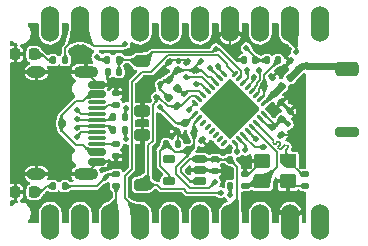
<source format=gtl>
G04 #@! TF.GenerationSoftware,KiCad,Pcbnew,7.0.9*
G04 #@! TF.CreationDate,2024-05-28T21:08:52+09:00*
G04 #@! TF.ProjectId,Geekble_Mini_ESP32C3,4765656b-626c-4655-9f4d-696e695f4553,1*
G04 #@! TF.SameCoordinates,Original*
G04 #@! TF.FileFunction,Copper,L1,Top*
G04 #@! TF.FilePolarity,Positive*
%FSLAX46Y46*%
G04 Gerber Fmt 4.6, Leading zero omitted, Abs format (unit mm)*
G04 Created by KiCad (PCBNEW 7.0.9) date 2024-05-28 21:08:52*
%MOMM*%
%LPD*%
G01*
G04 APERTURE LIST*
G04 Aperture macros list*
%AMRoundRect*
0 Rectangle with rounded corners*
0 $1 Rounding radius*
0 $2 $3 $4 $5 $6 $7 $8 $9 X,Y pos of 4 corners*
0 Add a 4 corners polygon primitive as box body*
4,1,4,$2,$3,$4,$5,$6,$7,$8,$9,$2,$3,0*
0 Add four circle primitives for the rounded corners*
1,1,$1+$1,$2,$3*
1,1,$1+$1,$4,$5*
1,1,$1+$1,$6,$7*
1,1,$1+$1,$8,$9*
0 Add four rect primitives between the rounded corners*
20,1,$1+$1,$2,$3,$4,$5,0*
20,1,$1+$1,$4,$5,$6,$7,0*
20,1,$1+$1,$6,$7,$8,$9,0*
20,1,$1+$1,$8,$9,$2,$3,0*%
%AMFreePoly0*
4,1,18,-1.825000,1.624250,-1.624250,1.825000,1.752000,1.825000,1.779936,1.819443,1.803619,1.803619,1.819443,1.779936,1.825000,1.752000,1.825000,-1.752000,1.819443,-1.779936,1.803619,-1.803619,1.779936,-1.819443,1.752000,-1.825000,-1.752000,-1.825000,-1.779936,-1.819443,-1.803619,-1.803619,-1.819443,-1.779936,-1.825000,-1.752000,-1.825000,1.624250,-1.825000,1.624250,$1*%
%AMFreePoly1*
4,1,48,0.102302,0.599251,0.104640,0.599893,0.131492,0.589767,0.158779,0.580902,0.160203,0.578941,0.162470,0.578087,0.662469,0.178087,0.669924,0.166754,0.680902,0.158779,0.686493,0.141568,0.696437,0.126455,0.695807,0.112903,0.700000,0.100000,0.700000,-0.500000,0.695106,-0.515062,0.695106,-0.530902,0.685796,-0.543715,0.680902,-0.558779,0.668088,-0.568088,0.658779,-0.580902,
0.643715,-0.585796,0.630902,-0.595106,0.615063,-0.595106,0.600000,-0.600000,-0.600000,-0.600000,-0.615063,-0.595106,-0.630902,-0.595106,-0.643715,-0.585796,-0.658779,-0.580902,-0.668088,-0.568088,-0.680902,-0.558779,-0.685796,-0.543715,-0.695106,-0.530902,-0.695106,-0.515062,-0.700000,-0.500000,-0.700000,0.500000,-0.695106,0.515062,-0.695106,0.530902,-0.685796,0.543715,-0.680902,0.558779,
-0.668088,0.568088,-0.658779,0.580902,-0.643715,0.585796,-0.630902,0.595106,-0.615063,0.595106,-0.600000,0.600000,0.100000,0.600000,0.102302,0.599251,0.102302,0.599251,$1*%
G04 Aperture macros list end*
G04 #@! TA.AperFunction,ComponentPad*
%ADD10O,1.524000X3.048000*%
G04 #@! TD*
G04 #@! TA.AperFunction,ComponentPad*
%ADD11C,1.016000*%
G04 #@! TD*
G04 #@! TA.AperFunction,SMDPad,CuDef*
%ADD12RoundRect,0.218750X-0.218750X-0.256250X0.218750X-0.256250X0.218750X0.256250X-0.218750X0.256250X0*%
G04 #@! TD*
G04 #@! TA.AperFunction,SMDPad,CuDef*
%ADD13RoundRect,0.140000X-0.140000X-0.170000X0.140000X-0.170000X0.140000X0.170000X-0.140000X0.170000X0*%
G04 #@! TD*
G04 #@! TA.AperFunction,SMDPad,CuDef*
%ADD14RoundRect,0.135000X-0.135000X-0.185000X0.135000X-0.185000X0.135000X0.185000X-0.135000X0.185000X0*%
G04 #@! TD*
G04 #@! TA.AperFunction,SMDPad,CuDef*
%ADD15RoundRect,0.135000X0.185000X-0.135000X0.185000X0.135000X-0.185000X0.135000X-0.185000X-0.135000X0*%
G04 #@! TD*
G04 #@! TA.AperFunction,SMDPad,CuDef*
%ADD16RoundRect,0.140000X-0.219203X-0.021213X-0.021213X-0.219203X0.219203X0.021213X0.021213X0.219203X0*%
G04 #@! TD*
G04 #@! TA.AperFunction,SMDPad,CuDef*
%ADD17RoundRect,0.140000X0.021213X-0.219203X0.219203X-0.021213X-0.021213X0.219203X-0.219203X0.021213X0*%
G04 #@! TD*
G04 #@! TA.AperFunction,SMDPad,CuDef*
%ADD18RoundRect,0.140000X-0.021213X0.219203X-0.219203X0.021213X0.021213X-0.219203X0.219203X-0.021213X0*%
G04 #@! TD*
G04 #@! TA.AperFunction,SMDPad,CuDef*
%ADD19RoundRect,0.150000X-0.500000X0.350000X-0.500000X-0.350000X0.500000X-0.350000X0.500000X0.350000X0*%
G04 #@! TD*
G04 #@! TA.AperFunction,SMDPad,CuDef*
%ADD20RoundRect,0.150000X0.500000X-0.350000X0.500000X0.350000X-0.500000X0.350000X-0.500000X-0.350000X0*%
G04 #@! TD*
G04 #@! TA.AperFunction,SMDPad,CuDef*
%ADD21RoundRect,0.135000X-0.185000X0.135000X-0.185000X-0.135000X0.185000X-0.135000X0.185000X0.135000X0*%
G04 #@! TD*
G04 #@! TA.AperFunction,SMDPad,CuDef*
%ADD22RoundRect,0.100000X-0.194454X-0.159099X-0.159099X-0.194454X0.194454X0.159099X0.159099X0.194454X0*%
G04 #@! TD*
G04 #@! TA.AperFunction,SMDPad,CuDef*
%ADD23RoundRect,0.100000X-0.159099X0.194454X-0.194454X0.159099X0.159099X-0.194454X0.194454X-0.159099X0*%
G04 #@! TD*
G04 #@! TA.AperFunction,SMDPad,CuDef*
%ADD24FreePoly0,225.000000*%
G04 #@! TD*
G04 #@! TA.AperFunction,SMDPad,CuDef*
%ADD25RoundRect,0.140000X-0.170000X0.140000X-0.170000X-0.140000X0.170000X-0.140000X0.170000X0.140000X0*%
G04 #@! TD*
G04 #@! TA.AperFunction,SMDPad,CuDef*
%ADD26RoundRect,0.135000X-0.226274X-0.035355X-0.035355X-0.226274X0.226274X0.035355X0.035355X0.226274X0*%
G04 #@! TD*
G04 #@! TA.AperFunction,SMDPad,CuDef*
%ADD27RoundRect,0.150000X0.400000X0.150000X-0.400000X0.150000X-0.400000X-0.150000X0.400000X-0.150000X0*%
G04 #@! TD*
G04 #@! TA.AperFunction,SMDPad,CuDef*
%ADD28RoundRect,0.300000X-0.700000X0.300000X-0.700000X-0.300000X0.700000X-0.300000X0.700000X0.300000X0*%
G04 #@! TD*
G04 #@! TA.AperFunction,SMDPad,CuDef*
%ADD29RoundRect,0.200000X-0.800000X0.200000X-0.800000X-0.200000X0.800000X-0.200000X0.800000X0.200000X0*%
G04 #@! TD*
G04 #@! TA.AperFunction,SMDPad,CuDef*
%ADD30RoundRect,0.140000X0.170000X-0.140000X0.170000X0.140000X-0.170000X0.140000X-0.170000X-0.140000X0*%
G04 #@! TD*
G04 #@! TA.AperFunction,SMDPad,CuDef*
%ADD31RoundRect,0.125000X-0.125000X0.175000X-0.125000X-0.175000X0.125000X-0.175000X0.125000X0.175000X0*%
G04 #@! TD*
G04 #@! TA.AperFunction,SMDPad,CuDef*
%ADD32RoundRect,0.140000X0.140000X0.170000X-0.140000X0.170000X-0.140000X-0.170000X0.140000X-0.170000X0*%
G04 #@! TD*
G04 #@! TA.AperFunction,SMDPad,CuDef*
%ADD33RoundRect,0.135000X0.135000X0.185000X-0.135000X0.185000X-0.135000X-0.185000X0.135000X-0.185000X0*%
G04 #@! TD*
G04 #@! TA.AperFunction,SMDPad,CuDef*
%ADD34RoundRect,0.140000X0.219203X0.021213X0.021213X0.219203X-0.219203X-0.021213X-0.021213X-0.219203X0*%
G04 #@! TD*
G04 #@! TA.AperFunction,SMDPad,CuDef*
%ADD35RoundRect,0.150000X0.575000X-0.150000X0.575000X0.150000X-0.575000X0.150000X-0.575000X-0.150000X0*%
G04 #@! TD*
G04 #@! TA.AperFunction,SMDPad,CuDef*
%ADD36RoundRect,0.075000X0.650000X-0.075000X0.650000X0.075000X-0.650000X0.075000X-0.650000X-0.075000X0*%
G04 #@! TD*
G04 #@! TA.AperFunction,ComponentPad*
%ADD37O,2.100000X1.000000*%
G04 #@! TD*
G04 #@! TA.AperFunction,ComponentPad*
%ADD38O,1.600000X1.000000*%
G04 #@! TD*
G04 #@! TA.AperFunction,SMDPad,CuDef*
%ADD39FreePoly1,180.000000*%
G04 #@! TD*
G04 #@! TA.AperFunction,SMDPad,CuDef*
%ADD40RoundRect,0.120000X0.580000X0.480000X-0.580000X0.480000X-0.580000X-0.480000X0.580000X-0.480000X0*%
G04 #@! TD*
G04 #@! TA.AperFunction,ViaPad*
%ADD41C,0.700000*%
G04 #@! TD*
G04 #@! TA.AperFunction,ViaPad*
%ADD42C,0.500000*%
G04 #@! TD*
G04 #@! TA.AperFunction,Conductor*
%ADD43C,0.600000*%
G04 #@! TD*
G04 #@! TA.AperFunction,Conductor*
%ADD44C,0.200000*%
G04 #@! TD*
G04 #@! TA.AperFunction,Conductor*
%ADD45C,0.131000*%
G04 #@! TD*
G04 #@! TA.AperFunction,Conductor*
%ADD46C,0.400000*%
G04 #@! TD*
G04 #@! TA.AperFunction,Conductor*
%ADD47C,0.130000*%
G04 #@! TD*
G04 APERTURE END LIST*
D10*
X42969990Y-27728010D03*
D11*
X42969990Y-27220010D03*
D12*
X31438490Y-30268010D03*
X29863490Y-30268010D03*
D13*
X37663990Y-31792010D03*
X38623990Y-31792010D03*
D14*
X37633990Y-30725210D03*
X38653990Y-30725210D03*
D10*
X32809990Y-27728010D03*
D11*
X32809990Y-27220010D03*
D10*
X35349990Y-27728010D03*
D11*
X35349990Y-27220010D03*
D10*
X48049990Y-27728010D03*
D11*
X48049990Y-27220010D03*
D15*
X38397990Y-34588010D03*
X38397990Y-33568010D03*
D10*
X40429990Y-44492010D03*
D11*
X40429990Y-45000010D03*
D16*
X53136691Y-30878599D03*
X53815513Y-31557421D03*
D10*
X32809990Y-44492010D03*
D11*
X32809990Y-45000010D03*
D10*
X55669990Y-44492010D03*
D11*
X55669990Y-45000010D03*
D14*
X38141990Y-35602010D03*
X39161990Y-35602010D03*
X33061990Y-30776010D03*
X34081990Y-30776010D03*
D17*
X43531209Y-36805021D03*
X44210031Y-36126199D03*
D18*
X51601431Y-32214599D03*
X50922609Y-32893421D03*
D19*
X40607790Y-37134210D03*
X40607790Y-41334210D03*
D20*
X40607790Y-35085810D03*
X40607790Y-30885810D03*
D21*
X38397990Y-40426010D03*
X38397990Y-41446010D03*
D22*
X50936102Y-34436832D03*
X50582549Y-34083278D03*
X50228995Y-33729725D03*
X49875442Y-33376171D03*
X49521889Y-33022618D03*
X49168335Y-32669065D03*
X48814782Y-32315511D03*
X48461228Y-31961958D03*
D23*
X47541990Y-31961958D03*
X47188436Y-32315511D03*
X46834883Y-32669065D03*
X46481329Y-33022618D03*
X46127776Y-33376171D03*
X45774223Y-33729725D03*
X45420669Y-34083278D03*
X45067116Y-34436832D03*
D22*
X45067116Y-35356070D03*
X45420669Y-35709624D03*
X45774223Y-36063177D03*
X46127776Y-36416731D03*
X46481329Y-36770284D03*
X46834883Y-37123837D03*
X47188436Y-37477391D03*
X47541990Y-37830944D03*
D23*
X48461228Y-37830944D03*
X48814782Y-37477391D03*
X49168335Y-37123837D03*
X49521889Y-36770284D03*
X49875442Y-36416731D03*
X50228995Y-36063177D03*
X50582549Y-35709624D03*
X50936102Y-35356070D03*
D24*
X48001609Y-34896451D03*
D10*
X37889990Y-44492010D03*
D11*
X37889990Y-45000010D03*
D18*
X53100031Y-35059399D03*
X52421209Y-35738221D03*
X53095102Y-32277832D03*
X52416280Y-32956654D03*
D25*
X49319990Y-40456010D03*
X49319990Y-41416010D03*
D14*
X38141990Y-36668810D03*
X39161990Y-36668810D03*
D26*
X42863366Y-32447386D03*
X43584614Y-33168634D03*
D27*
X45491890Y-41049421D03*
X45491890Y-40099421D03*
X45491890Y-39149421D03*
X42891890Y-39149421D03*
X42891890Y-41049421D03*
D10*
X50589990Y-27728010D03*
D11*
X50589990Y-27220010D03*
D10*
X40429990Y-27728010D03*
D11*
X40429990Y-27220010D03*
D28*
X57955990Y-31557421D03*
D29*
X57955990Y-36857421D03*
D10*
X42969990Y-44492010D03*
D11*
X42969990Y-45000010D03*
D10*
X48049990Y-44492010D03*
D11*
X48049990Y-45000010D03*
D10*
X50589990Y-44492010D03*
D11*
X50589990Y-45000010D03*
D30*
X54399990Y-41416010D03*
X54399990Y-40456010D03*
D31*
X48049990Y-41401010D03*
X48049990Y-39201010D03*
D10*
X55669990Y-27728010D03*
D11*
X55669990Y-27220010D03*
D13*
X51125990Y-30776010D03*
X52085990Y-30776010D03*
D10*
X45509990Y-27728010D03*
D11*
X45509990Y-27220010D03*
D32*
X43609200Y-37896800D03*
X42649200Y-37896800D03*
D13*
X49195590Y-30776010D03*
X50155590Y-30776010D03*
D16*
X44408579Y-30944599D03*
X45087401Y-31623421D03*
D33*
X34055193Y-41444010D03*
X33035193Y-41444010D03*
D10*
X53129990Y-27728010D03*
D11*
X53129990Y-27220010D03*
D30*
X46779990Y-40146010D03*
X46779990Y-39186010D03*
D34*
X52383902Y-34346676D03*
X51705080Y-33667854D03*
D26*
X42863366Y-33971386D03*
X43584614Y-34692634D03*
D34*
X52388831Y-37109821D03*
X51710009Y-36430999D03*
D10*
X53129990Y-44492010D03*
D11*
X53129990Y-45000010D03*
D35*
X36739690Y-32860010D03*
X36739690Y-33660010D03*
D36*
X36739690Y-34860010D03*
X36739690Y-35860010D03*
X36739690Y-36360010D03*
X36739690Y-37360010D03*
D35*
X36739690Y-39360010D03*
X36739690Y-38560010D03*
D36*
X36739690Y-37860010D03*
X36739690Y-36860010D03*
X36739690Y-35360010D03*
X36739690Y-34360010D03*
D37*
X35824690Y-31790010D03*
X35824690Y-40430010D03*
D38*
X31644690Y-31790010D03*
X31644690Y-40430010D03*
D10*
X35349990Y-44492010D03*
D11*
X35349990Y-45000010D03*
D39*
X52959990Y-39324010D03*
D40*
X50759990Y-39324010D03*
X50759990Y-41024010D03*
X52959990Y-41024010D03*
D10*
X45509990Y-44492010D03*
D11*
X45509990Y-45000010D03*
D10*
X37889990Y-27728010D03*
D11*
X37889990Y-27220010D03*
D21*
X38397990Y-37860010D03*
X38397990Y-38880010D03*
D34*
X45667042Y-37550832D03*
X44988220Y-36872010D03*
D12*
X31438490Y-41952010D03*
X29863490Y-41952010D03*
D16*
X42884579Y-30944599D03*
X43563401Y-31623421D03*
D41*
X42461990Y-36745010D03*
D42*
X53129990Y-33570010D03*
D41*
X40429990Y-33316010D03*
D42*
X44449990Y-40100010D03*
X48684990Y-35475010D03*
X54145990Y-34586010D03*
X48684990Y-34205010D03*
X47414990Y-34205010D03*
D41*
X51859990Y-29760010D03*
D42*
X54145990Y-37634010D03*
X48049990Y-33570010D03*
D41*
X39032990Y-32681010D03*
X40429990Y-39158010D03*
D42*
X30269990Y-32300010D03*
X54145990Y-35602010D03*
X48049990Y-34840010D03*
X54145990Y-32554010D03*
X46779990Y-34840010D03*
X30269990Y-33570010D03*
X52494990Y-31665010D03*
D41*
X37381990Y-41825010D03*
D42*
X54145990Y-33570010D03*
D41*
X47645990Y-40146010D03*
D42*
X46599990Y-38225010D03*
X49599990Y-39750010D03*
X54145990Y-36618010D03*
X49319990Y-34840010D03*
X30269990Y-39920010D03*
X30269990Y-38650010D03*
X47414990Y-35475010D03*
D41*
X41826990Y-40428010D03*
D42*
X48049990Y-36110010D03*
X46830790Y-29810810D03*
D41*
X44493990Y-38396010D03*
D42*
X42099990Y-34750010D03*
X45549990Y-30863010D03*
X37508990Y-40682010D03*
X36746990Y-30522010D03*
X42124990Y-32825010D03*
X49399990Y-29725010D03*
X46779990Y-41063010D03*
X52962490Y-36212510D03*
X50488390Y-31588810D03*
X50042109Y-32215337D03*
X49449990Y-31650010D03*
X47033990Y-31284010D03*
X47249990Y-42000010D03*
X41799990Y-33875010D03*
X39149990Y-29375010D03*
X44524990Y-35000010D03*
X44176490Y-33633510D03*
X45124990Y-32800010D03*
X44319371Y-32215744D03*
X46312046Y-31459628D03*
X53649990Y-30100010D03*
X50874990Y-38125010D03*
X50223195Y-37492805D03*
X35052000Y-37253010D03*
X35052000Y-35729010D03*
X35052000Y-34967010D03*
X35052500Y-36491010D03*
X48624990Y-38525010D03*
X39243000Y-37465000D03*
X49324990Y-38425010D03*
X39243000Y-34798000D03*
D41*
X33825990Y-36110010D03*
D42*
X48049990Y-42200010D03*
D43*
X53815513Y-31557421D02*
X53838041Y-31534893D01*
X53095102Y-32277832D02*
X53815513Y-31557421D01*
X57933462Y-31534893D02*
X57955990Y-31557421D01*
X54545148Y-31242000D02*
X57226355Y-31242000D01*
X54545148Y-31242034D02*
G75*
G03*
X53838041Y-31534893I-48J-999966D01*
G01*
X57933484Y-31534871D02*
G75*
G03*
X57226355Y-31242000I-707084J-707129D01*
G01*
D44*
X43609200Y-36883012D02*
X43531209Y-36805021D01*
D45*
X49319990Y-40456010D02*
X49319990Y-40030010D01*
D44*
X48049990Y-30141010D02*
X48684990Y-30776010D01*
D45*
X39032990Y-32681010D02*
X38397990Y-33302010D01*
D44*
X42884579Y-30944599D02*
X43053168Y-30776010D01*
D45*
X49627990Y-40456010D02*
X50759990Y-39324010D01*
D44*
X42884579Y-30965421D02*
X42884579Y-30944599D01*
D46*
X40607790Y-38980210D02*
X40429990Y-39158010D01*
D44*
X48684990Y-30776010D02*
X49195590Y-30776010D01*
X45538479Y-40146010D02*
X45491890Y-40099421D01*
X54399990Y-41416010D02*
X53351990Y-41416010D01*
D46*
X40607790Y-37134210D02*
X40607790Y-38980210D01*
D47*
X51859990Y-29760010D02*
X52018102Y-29760010D01*
D44*
X46354990Y-38225010D02*
X45680812Y-37550832D01*
X36739690Y-39360010D02*
X36739690Y-39515010D01*
X47649990Y-40150010D02*
X47645990Y-40146010D01*
X41549990Y-32300010D02*
X42884579Y-30965421D01*
X44450579Y-40099421D02*
X44449990Y-40100010D01*
D47*
X52018102Y-29760010D02*
X53136691Y-30878599D01*
X53136691Y-31023309D02*
X52494990Y-31665010D01*
D44*
X46779990Y-40146010D02*
X47645990Y-40146010D01*
X43053168Y-30776010D02*
X44239990Y-30776010D01*
D46*
X40429990Y-33316010D02*
X40607790Y-33493810D01*
D47*
X51601431Y-32177569D02*
X52113990Y-31665010D01*
D44*
X46779990Y-40146010D02*
X45538479Y-40146010D01*
D45*
X49319990Y-40456010D02*
X49627990Y-40456010D01*
D47*
X52113990Y-31665010D02*
X52494990Y-31665010D01*
D44*
X36739690Y-39515010D02*
X35824690Y-40430010D01*
X36739690Y-32860010D02*
X36739690Y-32705010D01*
X48049990Y-28490010D02*
X48049990Y-30141010D01*
X44239990Y-30776010D02*
X44408579Y-30944599D01*
D45*
X49319990Y-40030010D02*
X49599990Y-39750010D01*
D44*
X53351990Y-41416010D02*
X52959990Y-41024010D01*
X53621801Y-37109821D02*
X54145990Y-37634010D01*
D46*
X40607790Y-33493810D02*
X40607790Y-35085810D01*
D44*
X36739690Y-32705010D02*
X35824690Y-31790010D01*
X40937990Y-32300010D02*
X41549990Y-32300010D01*
X45491890Y-40099421D02*
X44450579Y-40099421D01*
X40429990Y-33316010D02*
X40429990Y-32808010D01*
X43609200Y-37896800D02*
X43609200Y-36883012D01*
X52388831Y-37109821D02*
X53621801Y-37109821D01*
D47*
X53136691Y-30878599D02*
X53136691Y-31023309D01*
D44*
X40429990Y-32808010D02*
X40937990Y-32300010D01*
X46599990Y-38225010D02*
X46354990Y-38225010D01*
X45680812Y-37550832D02*
X45667042Y-37550832D01*
D47*
X51601431Y-32214599D02*
X51601431Y-32177569D01*
D45*
X38397990Y-33302010D02*
X38397990Y-33568010D01*
D43*
X52416280Y-32956654D02*
X51705080Y-33667854D01*
D45*
X46830790Y-29810810D02*
X46570090Y-30071510D01*
X38623990Y-31792010D02*
X38623990Y-30755210D01*
X48954142Y-31680162D02*
X48954142Y-32176151D01*
X46570090Y-30071510D02*
X41422090Y-30071510D01*
X48954142Y-32176151D02*
X48814782Y-32315511D01*
X46830790Y-29810810D02*
X47084790Y-29810810D01*
X38623990Y-30755210D02*
X38653990Y-30725210D01*
X38653990Y-30725210D02*
X40447190Y-30725210D01*
X41422090Y-30071510D02*
X40607790Y-30885810D01*
X47084790Y-29810810D02*
X48954142Y-31680162D01*
X40447190Y-30725210D02*
X40607790Y-30885810D01*
D44*
X34055193Y-41444010D02*
X36746990Y-41444010D01*
X51303924Y-36430999D02*
X51710009Y-36430999D01*
X42124990Y-32825010D02*
X42124990Y-33233010D01*
X44629401Y-41579421D02*
X43477990Y-40428010D01*
X49399990Y-29725010D02*
X50155590Y-30480610D01*
X45420669Y-35709624D02*
X44988220Y-36142073D01*
X42502614Y-32447386D02*
X42863366Y-32447386D01*
X52421209Y-35738221D02*
X52402787Y-35738221D01*
X37764990Y-40426010D02*
X38397990Y-40426010D01*
X44493990Y-38838372D02*
X44493990Y-38396010D01*
X50155590Y-30480610D02*
X50155590Y-30776010D01*
X51710009Y-36129977D02*
X51710009Y-36430999D01*
X52962490Y-36212510D02*
X52488201Y-35738221D01*
X43477990Y-40428010D02*
X43477990Y-39854372D01*
X44493990Y-38396010D02*
X44988220Y-37901780D01*
X43357037Y-38523010D02*
X44366990Y-38523010D01*
X42649200Y-37896800D02*
X42111890Y-38434110D01*
X51125990Y-30776010D02*
X50155590Y-30776010D01*
X44296987Y-36126199D02*
X45067116Y-35356070D01*
X52488201Y-35738221D02*
X52421209Y-35738221D01*
X42111890Y-39696910D02*
X42891890Y-40476910D01*
X46834883Y-32669065D02*
X46385109Y-32219291D01*
X44988220Y-36142073D02*
X44988220Y-36872010D01*
X42111890Y-38434110D02*
X42111890Y-39696910D01*
X42124990Y-33233010D02*
X42863366Y-33971386D01*
X50582549Y-35709624D02*
X51303924Y-36430999D01*
X42891890Y-40476910D02*
X42891890Y-41049421D01*
X42649200Y-37896800D02*
X42730827Y-37896800D01*
X43477990Y-39854372D02*
X44493990Y-38838372D01*
X52402787Y-35738221D02*
X51710009Y-36430999D01*
X46385109Y-32219291D02*
X46207309Y-32219291D01*
X46263579Y-41579421D02*
X44629401Y-41579421D01*
X44988220Y-37901780D02*
X44988220Y-36872010D01*
X37508990Y-40682010D02*
X37764990Y-40426010D01*
X46207309Y-32219291D02*
X45611439Y-31623421D01*
X37633990Y-30725210D02*
X36950190Y-30725210D01*
X43476179Y-36126199D02*
X44210031Y-36126199D01*
X43563401Y-31623421D02*
X45087401Y-31623421D01*
X44210031Y-36126199D02*
X44296987Y-36126199D01*
X45549990Y-30863010D02*
X45087401Y-31325599D01*
X42863366Y-32323456D02*
X43563401Y-31623421D01*
X42124990Y-32825010D02*
X42502614Y-32447386D01*
X46779990Y-41063010D02*
X46263579Y-41579421D01*
X42730827Y-37896800D02*
X43357037Y-38523010D01*
X42099990Y-34750010D02*
X43476179Y-36126199D01*
X45611439Y-31623421D02*
X45087401Y-31623421D01*
X45087401Y-31325599D02*
X45087401Y-31623421D01*
X42863366Y-32447386D02*
X42863366Y-32323456D01*
X44366990Y-38523010D02*
X44493990Y-38396010D01*
X36950190Y-30725210D02*
X36746990Y-30522010D01*
X36746990Y-41444010D02*
X37508990Y-40682010D01*
X50936102Y-35356070D02*
X51710009Y-36129977D01*
X50922609Y-32893421D02*
X50922609Y-33743218D01*
X50922609Y-33743218D02*
X50582549Y-34083278D01*
X50922609Y-32893421D02*
X50922609Y-32030751D01*
X52085990Y-30867370D02*
X52085990Y-30776010D01*
X50799579Y-32893421D02*
X50471856Y-33221144D01*
X50471856Y-33486864D02*
X50228995Y-33729725D01*
X50471856Y-33221144D02*
X50471856Y-33486864D01*
X50922609Y-32030751D02*
X52085990Y-30867370D01*
X50922609Y-32893421D02*
X50799579Y-32893421D01*
D45*
X52959990Y-38794172D02*
X52769709Y-38603891D01*
X52690512Y-37980929D02*
X52365594Y-38305843D01*
X52959990Y-39324010D02*
X52959990Y-38794172D01*
X52255286Y-37806625D02*
X52255285Y-37806624D01*
X52769709Y-38369838D02*
X52924565Y-38214981D01*
X51663434Y-37497616D02*
X50228995Y-36063177D01*
X51663433Y-37497614D02*
X51663434Y-37497616D01*
X52184575Y-38018757D02*
X52255285Y-37948046D01*
X52769708Y-38369838D02*
X52769709Y-38369838D01*
X52255285Y-37806624D02*
X52162654Y-37713993D01*
X52021233Y-37713992D02*
X52021232Y-37713993D01*
X52021232Y-37713993D02*
X51897486Y-37837735D01*
X54399990Y-40456010D02*
X54091990Y-40456010D01*
X51791420Y-37837735D02*
X51663433Y-37709748D01*
X52259528Y-38305843D02*
X52131541Y-38177856D01*
X54091990Y-40456010D02*
X52959990Y-39324010D01*
X52690512Y-37980928D02*
X52690512Y-37980929D01*
X52131541Y-38071790D02*
X52184575Y-38018757D01*
X51663418Y-37603667D02*
G75*
G03*
X51663433Y-37709748I53082J-53033D01*
G01*
X52131518Y-38071767D02*
G75*
G03*
X52131541Y-38177856I53082J-53033D01*
G01*
X52259529Y-38305842D02*
G75*
G03*
X52365593Y-38305842I53032J53032D01*
G01*
X51791421Y-37837734D02*
G75*
G03*
X51897485Y-37837734I53032J53032D01*
G01*
X52255250Y-37948011D02*
G75*
G03*
X52255286Y-37806625I-70650J70711D01*
G01*
X52924527Y-37980967D02*
G75*
G03*
X52690512Y-37980928I-117027J-117033D01*
G01*
X52769744Y-38369874D02*
G75*
G03*
X52769709Y-38603891I116956J-117026D01*
G01*
X52924610Y-38215026D02*
G75*
G03*
X52924565Y-37980929I-117110J117026D01*
G01*
X51663384Y-37603633D02*
G75*
G03*
X51663432Y-37497615I-52984J53033D01*
G01*
X52162611Y-37714036D02*
G75*
G03*
X52021233Y-37713992I-70711J-70664D01*
G01*
X49319990Y-41416010D02*
X50367990Y-41416010D01*
X50759990Y-41024010D02*
X51993091Y-39790909D01*
X51993091Y-38534380D02*
X49875442Y-36416731D01*
X50367990Y-41416010D02*
X50759990Y-41024010D01*
X51993091Y-39790909D02*
X51993091Y-38534380D01*
X50295162Y-32880942D02*
X50106356Y-33069748D01*
X50557109Y-32445041D02*
X50295162Y-32706988D01*
X50557109Y-31657529D02*
X50557109Y-32445041D01*
X50295162Y-32706988D02*
X50295162Y-32880942D01*
X50106356Y-33145257D02*
X49875442Y-33376171D01*
X50488390Y-31588810D02*
X50557109Y-31657529D01*
X50106356Y-33069748D02*
X50106356Y-33145257D01*
X49521889Y-33012157D02*
X49521889Y-33022618D01*
X50042109Y-32215337D02*
X50042109Y-32491937D01*
X50042109Y-32491937D02*
X49521889Y-33012157D01*
X49449990Y-31650010D02*
X49526609Y-31726629D01*
X38397990Y-43222010D02*
X38397990Y-41446010D01*
X37889990Y-43730010D02*
X38397990Y-43222010D01*
X49526609Y-32310791D02*
X49168335Y-32669065D01*
X49526609Y-31726629D02*
X49526609Y-32310791D01*
X47795990Y-31089852D02*
X47795990Y-31296720D01*
X41377642Y-31777662D02*
X42821794Y-30333510D01*
X47795990Y-31296720D02*
X48461228Y-31961958D01*
X39124990Y-42425010D02*
X39124990Y-40575010D01*
X39739500Y-32610500D02*
X40572338Y-31777662D01*
X42821794Y-30333510D02*
X47039648Y-30333510D01*
X40429990Y-43730010D02*
X39124990Y-42425010D01*
X39124990Y-40575010D02*
X39739500Y-39960500D01*
X47039648Y-30333510D02*
X47795990Y-31089852D01*
X40572338Y-31777662D02*
X41377642Y-31777662D01*
X39739500Y-39960500D02*
X39739500Y-32610500D01*
D47*
X47033990Y-31284010D02*
X47033990Y-31453958D01*
X47033990Y-31453958D02*
X47541990Y-31961958D01*
D45*
X41799990Y-33875010D02*
X41799990Y-34247852D01*
X40607790Y-41334210D02*
X41844190Y-41334210D01*
X41124990Y-38000010D02*
X41124990Y-40817010D01*
D47*
X41974990Y-33875010D02*
X42792614Y-34692634D01*
D45*
X42207990Y-41698010D02*
X44112990Y-41698010D01*
X44323859Y-41908879D02*
X44414990Y-42000010D01*
X41844190Y-41334210D02*
X42207990Y-41698010D01*
D47*
X45161401Y-33824010D02*
X44747990Y-33824010D01*
D45*
X41474990Y-37650010D02*
X41124990Y-38000010D01*
X44112990Y-41698010D02*
X44323859Y-41908879D01*
X41799990Y-34247852D02*
X41474990Y-34572852D01*
D47*
X42792614Y-34692634D02*
X43584614Y-34692634D01*
X45420669Y-34083278D02*
X45161401Y-33824010D01*
X41799990Y-33875010D02*
X41974990Y-33875010D01*
D45*
X41474990Y-34572852D02*
X41474990Y-37650010D01*
X41124990Y-40817010D02*
X40607790Y-41334210D01*
D47*
X43879366Y-34692634D02*
X43584614Y-34692634D01*
D45*
X44414990Y-42000010D02*
X47249990Y-42000010D01*
D47*
X44747990Y-33824010D02*
X43879366Y-34692634D01*
D45*
X44524990Y-35000010D02*
X44524990Y-34978958D01*
X35349990Y-28490010D02*
X34081990Y-29758010D01*
X39149990Y-29400010D02*
X38934290Y-29615710D01*
X36475690Y-29615710D02*
X35349990Y-28490010D01*
X44524990Y-34978958D02*
X45067116Y-34436832D01*
X38934290Y-29615710D02*
X36475690Y-29615710D01*
X34081990Y-29758010D02*
X34081990Y-30776010D01*
D47*
X44443190Y-33366810D02*
X45411308Y-33366810D01*
X45411308Y-33366810D02*
X45774223Y-33729725D01*
X44049490Y-33633510D02*
X43584614Y-33168634D01*
X44176490Y-33633510D02*
X44049490Y-33633510D01*
X44176490Y-33633510D02*
X44443190Y-33366810D01*
D45*
X45551615Y-32800010D02*
X46127776Y-33376171D01*
X45124990Y-32800010D02*
X45551615Y-32800010D01*
X46481329Y-33022618D02*
X45674455Y-32215744D01*
X45674455Y-32215744D02*
X44319371Y-32215744D01*
D47*
X46312046Y-31459628D02*
X46332553Y-31459628D01*
X46332553Y-31459628D02*
X47188436Y-32315511D01*
D45*
X53649990Y-30100010D02*
X53649990Y-29010010D01*
X49168335Y-37166973D02*
X49168335Y-37123837D01*
X50126372Y-38125010D02*
X49168335Y-37166973D01*
X53649990Y-29010010D02*
X53129990Y-28490010D01*
X50874990Y-38125010D02*
X50126372Y-38125010D01*
X49521889Y-36770284D02*
X49521889Y-36791499D01*
X49521889Y-36791499D02*
X50223195Y-37492805D01*
X36739690Y-37860010D02*
X38397990Y-37860010D01*
X35052000Y-37253010D02*
X35445000Y-36860010D01*
X35052000Y-35729010D02*
X35183000Y-35860010D01*
X35445000Y-36860010D02*
X36739690Y-36860010D01*
X35183000Y-35860010D02*
X36739690Y-35860010D01*
X37883990Y-35860010D02*
X38141990Y-35602010D01*
X36739690Y-35860010D02*
X37883990Y-35860010D01*
X35445000Y-35360010D02*
X36739690Y-35360010D01*
X36739690Y-36360010D02*
X37833190Y-36360010D01*
X35052000Y-34967010D02*
X35445000Y-35360010D01*
X35052500Y-36491010D02*
X35183500Y-36360010D01*
X37833190Y-36360010D02*
X38141990Y-36668810D01*
X35183500Y-36360010D02*
X36739690Y-36360010D01*
X37448308Y-34860010D02*
X37720308Y-34588010D01*
X36739690Y-34860010D02*
X37448308Y-34860010D01*
X37720308Y-34588010D02*
X38397990Y-34588010D01*
X32040790Y-41952010D02*
X32548790Y-41444010D01*
X32548790Y-41444010D02*
X33035193Y-41444010D01*
X31438490Y-41952010D02*
X32040790Y-41952010D01*
X32587740Y-30776010D02*
X32079740Y-30268010D01*
X33061990Y-30776010D02*
X32587740Y-30776010D01*
X32079740Y-30268010D02*
X31438490Y-30268010D01*
D44*
X48624990Y-37959351D02*
X48496583Y-37830944D01*
D45*
X39161990Y-36668810D02*
X39161990Y-37383990D01*
X39161990Y-37383990D02*
X39243000Y-37465000D01*
D44*
X48624990Y-38525010D02*
X48624990Y-37959351D01*
X48496583Y-37830944D02*
X48461228Y-37830944D01*
X49324990Y-37987599D02*
X48814782Y-37477391D01*
D45*
X39161990Y-35602010D02*
X39161990Y-34879010D01*
D44*
X49324990Y-38425010D02*
X49324990Y-37987599D01*
D45*
X39161990Y-34879010D02*
X39243000Y-34798000D01*
D44*
X36182280Y-33660010D02*
X35603990Y-34238300D01*
X46794990Y-39201010D02*
X46779990Y-39186010D01*
X48649990Y-43130010D02*
X48049990Y-43730010D01*
X45528479Y-39186010D02*
X45491890Y-39149421D01*
X48049990Y-39201010D02*
X46794990Y-39201010D01*
X45491890Y-39149421D02*
X44649631Y-39149421D01*
X46779990Y-39186010D02*
X45528479Y-39186010D01*
X35603990Y-34238300D02*
X35002892Y-34238300D01*
X33825990Y-36804818D02*
X33825990Y-36110010D01*
X43874990Y-39924062D02*
X43874990Y-40275958D01*
X43874990Y-40275958D02*
X44648453Y-41049421D01*
X35002892Y-37981720D02*
X33825990Y-36804818D01*
X44648453Y-41049421D02*
X45491890Y-41049421D01*
X35603990Y-37981720D02*
X35002892Y-37981720D01*
X33825990Y-35415202D02*
X33825990Y-36110010D01*
X48049990Y-39201010D02*
X48649990Y-39801010D01*
X44649631Y-39149421D02*
X43874990Y-39924062D01*
X48649990Y-39801010D02*
X48649990Y-43130010D01*
X35002892Y-34238300D02*
X33825990Y-35415202D01*
X36739690Y-38560010D02*
X36182280Y-38560010D01*
X36739690Y-33660010D02*
X36182280Y-33660010D01*
X36182280Y-38560010D02*
X35603990Y-37981720D01*
X48049990Y-41401010D02*
X48049990Y-42200010D01*
G04 #@! TA.AperFunction,Conductor*
G36*
X45846367Y-33000311D02*
G01*
X45871961Y-33020189D01*
X45905707Y-33042829D01*
X45939451Y-33061898D01*
X45970788Y-33076291D01*
X45973200Y-33077399D01*
X45997411Y-33085958D01*
X46002078Y-33087608D01*
X46008736Y-33093597D01*
X46008955Y-33094084D01*
X46117258Y-33350321D01*
X46117322Y-33359276D01*
X46111036Y-33365653D01*
X46102081Y-33365717D01*
X46101926Y-33365653D01*
X45845079Y-33257093D01*
X45839031Y-33251261D01*
X45821864Y-33214454D01*
X45802794Y-33177139D01*
X45783724Y-33143392D01*
X45764654Y-33113216D01*
X45764655Y-33113217D01*
X45751368Y-33094679D01*
X45749334Y-33085958D01*
X45752603Y-33079592D01*
X45830918Y-33001277D01*
X45839190Y-32997851D01*
X45846367Y-33000311D01*
G37*
G04 #@! TD.AperFunction*
G04 #@! TA.AperFunction,Conductor*
G36*
X35236175Y-35561375D02*
G01*
X35236939Y-35562222D01*
X35290231Y-35627439D01*
X35290703Y-35628106D01*
X35319266Y-35675164D01*
X35330781Y-35694135D01*
X35346830Y-35716755D01*
X35368268Y-35746974D01*
X35368270Y-35746975D01*
X35421588Y-35781895D01*
X35499329Y-35793067D01*
X35507030Y-35797636D01*
X35509364Y-35804648D01*
X35509364Y-35914367D01*
X35505937Y-35922640D01*
X35498235Y-35926053D01*
X35395497Y-35931073D01*
X35395483Y-35931074D01*
X35315223Y-35944341D01*
X35315217Y-35944342D01*
X35289632Y-35950207D01*
X35246316Y-35960138D01*
X35245963Y-35960208D01*
X35166210Y-35973390D01*
X35165541Y-35973462D01*
X35064222Y-35978412D01*
X35055791Y-35975393D01*
X35051965Y-35967297D01*
X35051951Y-35966773D01*
X35051925Y-35960178D01*
X35051019Y-35733900D01*
X35054412Y-35725617D01*
X35219629Y-35561328D01*
X35227912Y-35557925D01*
X35236175Y-35561375D01*
G37*
G04 #@! TD.AperFunction*
G04 #@! TA.AperFunction,Conductor*
G36*
X50046205Y-32218046D02*
G01*
X50146304Y-32318949D01*
X50210769Y-32383932D01*
X50214163Y-32392219D01*
X50210827Y-32400353D01*
X50146211Y-32466418D01*
X50096019Y-32520497D01*
X50053322Y-32567835D01*
X50003129Y-32621915D01*
X49938728Y-32687762D01*
X49930494Y-32691280D01*
X49922183Y-32687945D01*
X49922091Y-32687854D01*
X49844513Y-32610276D01*
X49841086Y-32602003D01*
X49842963Y-32595648D01*
X49886145Y-32528902D01*
X49886146Y-32528899D01*
X49885807Y-32524195D01*
X49881442Y-32463509D01*
X49848007Y-32396636D01*
X49810822Y-32318948D01*
X49809854Y-32315931D01*
X49794524Y-32229028D01*
X49796461Y-32220287D01*
X49804013Y-32215475D01*
X49806003Y-32215297D01*
X50037924Y-32214643D01*
X50046205Y-32218046D01*
G37*
G04 #@! TD.AperFunction*
G04 #@! TA.AperFunction,Conductor*
G36*
X51022068Y-32261865D02*
G01*
X51025041Y-32266910D01*
X51058609Y-32383838D01*
X51094609Y-32498439D01*
X51130609Y-32602239D01*
X51166609Y-32695240D01*
X51197834Y-32766538D01*
X51198014Y-32775491D01*
X51191811Y-32781949D01*
X51191627Y-32782028D01*
X50927912Y-32892205D01*
X50918958Y-32892232D01*
X50917613Y-32891577D01*
X50725049Y-32781949D01*
X50652151Y-32740447D01*
X50646658Y-32733377D01*
X50647427Y-32725147D01*
X50664858Y-32689454D01*
X50678605Y-32661309D01*
X50703766Y-32602239D01*
X50714609Y-32576784D01*
X50724639Y-32550227D01*
X50726431Y-32547077D01*
X50738241Y-32532269D01*
X50740344Y-32523052D01*
X50741840Y-32519441D01*
X50746868Y-32511441D01*
X50749927Y-32484281D01*
X50750621Y-32481433D01*
X50750615Y-32481450D01*
X50786609Y-32375353D01*
X50820067Y-32266695D01*
X50825777Y-32259797D01*
X50831249Y-32258438D01*
X51013795Y-32258438D01*
X51022068Y-32261865D01*
G37*
G04 #@! TD.AperFunction*
G04 #@! TA.AperFunction,Conductor*
G36*
X48746992Y-42457965D02*
G01*
X48750411Y-42465801D01*
X48762390Y-42786250D01*
X48774790Y-43079654D01*
X48787189Y-43334749D01*
X48799589Y-43551534D01*
X48811121Y-43717515D01*
X48808276Y-43726006D01*
X48800260Y-43729998D01*
X48799464Y-43730026D01*
X48054850Y-43731003D01*
X48046573Y-43727587D01*
X48046554Y-43727568D01*
X47524427Y-43204472D01*
X47521008Y-43196196D01*
X47524443Y-43187926D01*
X47528925Y-43185135D01*
X47718938Y-43120273D01*
X47926701Y-43011146D01*
X48134463Y-42863815D01*
X48342226Y-42678279D01*
X48546518Y-42458277D01*
X48554659Y-42454546D01*
X48555092Y-42454538D01*
X48738719Y-42454538D01*
X48746992Y-42457965D01*
G37*
G04 #@! TD.AperFunction*
G04 #@! TA.AperFunction,Conductor*
G36*
X53713028Y-29603437D02*
G01*
X53716412Y-29610705D01*
X53724674Y-29706572D01*
X53749658Y-29778572D01*
X53749660Y-29778578D01*
X53786602Y-29837742D01*
X53831454Y-29905467D01*
X53831809Y-29906081D01*
X53875360Y-29993144D01*
X53875996Y-30002076D01*
X53870130Y-30008842D01*
X53869413Y-30009171D01*
X53654507Y-30099119D01*
X53645553Y-30099152D01*
X53645473Y-30099119D01*
X53430566Y-30009171D01*
X53424257Y-30002815D01*
X53424290Y-29993861D01*
X53424610Y-29993162D01*
X53468169Y-29906081D01*
X53468524Y-29905467D01*
X53513377Y-29837742D01*
X53550319Y-29778577D01*
X53575305Y-29706566D01*
X53583568Y-29610704D01*
X53587693Y-29602757D01*
X53595225Y-29600010D01*
X53704755Y-29600010D01*
X53713028Y-29603437D01*
G37*
G04 #@! TD.AperFunction*
G04 #@! TA.AperFunction,Conductor*
G36*
X49628685Y-29633974D02*
G01*
X49634994Y-29640330D01*
X49635149Y-29640728D01*
X49667812Y-29729530D01*
X49667911Y-29729824D01*
X49690853Y-29804110D01*
X49690853Y-29804111D01*
X49714718Y-29866241D01*
X49714720Y-29866244D01*
X49754256Y-29929633D01*
X49816873Y-29999605D01*
X49819836Y-30008054D01*
X49816427Y-30015679D01*
X49690659Y-30141447D01*
X49682386Y-30144874D01*
X49674585Y-30141893D01*
X49604613Y-30079276D01*
X49541224Y-30039740D01*
X49541221Y-30039738D01*
X49479091Y-30015873D01*
X49453121Y-30007853D01*
X49404804Y-29992931D01*
X49404510Y-29992832D01*
X49315708Y-29960169D01*
X49309126Y-29954097D01*
X49308766Y-29945149D01*
X49308906Y-29944787D01*
X49397426Y-29728832D01*
X49403733Y-29722478D01*
X49619732Y-29633941D01*
X49628685Y-29633974D01*
G37*
G04 #@! TD.AperFunction*
G04 #@! TA.AperFunction,Conductor*
G36*
X48147194Y-41703437D02*
G01*
X48150603Y-41711062D01*
X48155803Y-41804814D01*
X48172669Y-41877592D01*
X48199727Y-41938402D01*
X48236038Y-42007161D01*
X48236176Y-42007439D01*
X48275869Y-42093323D01*
X48276229Y-42102270D01*
X48270157Y-42108852D01*
X48269765Y-42109024D01*
X48054507Y-42199119D01*
X48045553Y-42199152D01*
X48045473Y-42199119D01*
X47830214Y-42109024D01*
X47823905Y-42102668D01*
X47823938Y-42093714D01*
X47824088Y-42093372D01*
X47863814Y-42007414D01*
X47863940Y-42007161D01*
X47900252Y-41938402D01*
X47927309Y-41877592D01*
X47944176Y-41804814D01*
X47949377Y-41711062D01*
X47953257Y-41702991D01*
X47961059Y-41700010D01*
X48138921Y-41700010D01*
X48147194Y-41703437D01*
G37*
G04 #@! TD.AperFunction*
G04 #@! TA.AperFunction,Conductor*
G36*
X50910763Y-30505162D02*
G01*
X50911007Y-30505458D01*
X51121163Y-30768711D01*
X51123646Y-30777314D01*
X51121163Y-30783309D01*
X50911007Y-31046561D01*
X50903167Y-31050889D01*
X50894564Y-31048406D01*
X50894287Y-31048178D01*
X50835969Y-30998410D01*
X50768474Y-30951610D01*
X50764718Y-30949606D01*
X50700984Y-30915611D01*
X50633488Y-30890410D01*
X50633477Y-30890407D01*
X50575249Y-30877985D01*
X50567873Y-30872908D01*
X50565990Y-30866543D01*
X50565990Y-30685476D01*
X50569417Y-30677203D01*
X50575244Y-30674035D01*
X50633485Y-30661610D01*
X50700980Y-30636410D01*
X50768474Y-30600410D01*
X50835969Y-30553610D01*
X50894270Y-30503856D01*
X50902786Y-30501093D01*
X50910763Y-30505162D01*
G37*
G04 #@! TD.AperFunction*
G04 #@! TA.AperFunction,Conductor*
G36*
X37422408Y-35718369D02*
G01*
X37457650Y-35741617D01*
X37496910Y-35762445D01*
X37536170Y-35778203D01*
X37575430Y-35788891D01*
X37575436Y-35788891D01*
X37575441Y-35788893D01*
X37587352Y-35790597D01*
X37604648Y-35793072D01*
X37612352Y-35797636D01*
X37614690Y-35804654D01*
X37614690Y-35915365D01*
X37611263Y-35923638D01*
X37604647Y-35926947D01*
X37575441Y-35931125D01*
X37575424Y-35931129D01*
X37536178Y-35941813D01*
X37536168Y-35941816D01*
X37496911Y-35957573D01*
X37496908Y-35957575D01*
X37457647Y-35978403D01*
X37422476Y-36001605D01*
X37413683Y-36003301D01*
X37413603Y-36003284D01*
X36792603Y-35871455D01*
X36785222Y-35866385D01*
X36783588Y-35857580D01*
X36788658Y-35850199D01*
X36792603Y-35848565D01*
X36999451Y-35804654D01*
X37413604Y-35716735D01*
X37422408Y-35718369D01*
G37*
G04 #@! TD.AperFunction*
G04 #@! TA.AperFunction,Conductor*
G36*
X31749990Y-41501206D02*
G01*
X31750990Y-41501945D01*
X31830221Y-41567338D01*
X31919491Y-41626097D01*
X32008762Y-41669939D01*
X32053397Y-41684400D01*
X32098024Y-41698860D01*
X32098027Y-41698860D01*
X32098032Y-41698862D01*
X32183537Y-41712276D01*
X32189997Y-41715562D01*
X32270085Y-41795650D01*
X32273512Y-41803923D01*
X32270085Y-41812196D01*
X32268535Y-41813498D01*
X32194462Y-41865505D01*
X32108988Y-41945172D01*
X32023512Y-42044497D01*
X32023503Y-42044507D01*
X31938041Y-42163471D01*
X31859693Y-42290548D01*
X31852434Y-42295792D01*
X31843594Y-42294367D01*
X31842197Y-42293357D01*
X31445747Y-41959425D01*
X31441627Y-41951474D01*
X31443521Y-41944028D01*
X31495379Y-41865505D01*
X31733780Y-41504519D01*
X31741198Y-41499506D01*
X31749990Y-41501206D01*
G37*
G04 #@! TD.AperFunction*
G04 #@! TA.AperFunction,Conductor*
G36*
X50708483Y-31679928D02*
G01*
X50714792Y-31686284D01*
X50714759Y-31695238D01*
X50714724Y-31695320D01*
X50679726Y-31777181D01*
X50652036Y-31844352D01*
X50652034Y-31844357D01*
X50634485Y-31904242D01*
X50634485Y-31904245D01*
X50625278Y-31975082D01*
X50625278Y-31975086D01*
X50622913Y-32063753D01*
X50619267Y-32071932D01*
X50611217Y-32075141D01*
X50501703Y-32075141D01*
X50493430Y-32071714D01*
X50490129Y-32065156D01*
X50489921Y-32063753D01*
X50475619Y-31967259D01*
X50434273Y-31899841D01*
X50377593Y-31847381D01*
X50377411Y-31847205D01*
X50316278Y-31785095D01*
X50314502Y-31782768D01*
X50264111Y-31696003D01*
X50262921Y-31687129D01*
X50268354Y-31680010D01*
X50269702Y-31679340D01*
X50483874Y-31589699D01*
X50492827Y-31589667D01*
X50708483Y-31679928D01*
G37*
G04 #@! TD.AperFunction*
G04 #@! TA.AperFunction,Conductor*
G36*
X45330231Y-30771934D02*
G01*
X45546165Y-30860445D01*
X45552521Y-30866754D01*
X45552554Y-30866834D01*
X45641058Y-31082751D01*
X45641025Y-31091705D01*
X45634669Y-31098014D01*
X45634271Y-31098169D01*
X45545467Y-31130832D01*
X45545173Y-31130931D01*
X45483270Y-31150049D01*
X45470888Y-31153873D01*
X45408756Y-31177738D01*
X45408753Y-31177740D01*
X45345367Y-31217275D01*
X45275394Y-31279892D01*
X45266944Y-31282855D01*
X45259319Y-31279446D01*
X45133552Y-31153679D01*
X45130125Y-31145406D01*
X45133104Y-31137607D01*
X45195722Y-31067633D01*
X45235258Y-31004244D01*
X45259125Y-30942114D01*
X45282067Y-30867819D01*
X45282165Y-30867530D01*
X45282421Y-30866834D01*
X45314830Y-30778726D01*
X45320903Y-30772146D01*
X45329850Y-30771786D01*
X45330231Y-30771934D01*
G37*
G04 #@! TD.AperFunction*
G04 #@! TA.AperFunction,Conductor*
G36*
X47012516Y-38923808D02*
G01*
X47014588Y-38925461D01*
X47076850Y-38975135D01*
X47150135Y-39022804D01*
X47223420Y-39059672D01*
X47296705Y-39085741D01*
X47360676Y-39099069D01*
X47368077Y-39104111D01*
X47369990Y-39110523D01*
X47369990Y-39290695D01*
X47366563Y-39298968D01*
X47359758Y-39302303D01*
X47296706Y-39310277D01*
X47223420Y-39330347D01*
X47150135Y-39361215D01*
X47150132Y-39361216D01*
X47150131Y-39361217D01*
X47076850Y-39402884D01*
X47076839Y-39402890D01*
X47012403Y-39449025D01*
X47003681Y-39451055D01*
X46996606Y-39447005D01*
X46873173Y-39298968D01*
X46785236Y-39193501D01*
X46782571Y-39184954D01*
X46785236Y-39178518D01*
X46996234Y-38925460D01*
X47004163Y-38921302D01*
X47012516Y-38923808D01*
G37*
G04 #@! TD.AperFunction*
G04 #@! TA.AperFunction,Conductor*
G36*
X45069191Y-33765615D02*
G01*
X45075430Y-33768170D01*
X45088320Y-33773449D01*
X45088326Y-33773451D01*
X45088329Y-33773452D01*
X45123598Y-33784294D01*
X45123602Y-33784294D01*
X45123606Y-33784296D01*
X45136913Y-33787028D01*
X45158866Y-33791536D01*
X45158876Y-33791537D01*
X45194135Y-33795178D01*
X45194316Y-33795178D01*
X45223157Y-33795213D01*
X45231426Y-33798650D01*
X45232872Y-33800416D01*
X45292005Y-33889010D01*
X45402756Y-34054942D01*
X45404499Y-34063725D01*
X45399520Y-34071168D01*
X45390737Y-34072911D01*
X45389338Y-34072541D01*
X45159090Y-33996081D01*
X45153292Y-33991826D01*
X45135015Y-33966514D01*
X45135013Y-33966511D01*
X45135013Y-33966512D01*
X45135012Y-33966511D01*
X45127922Y-33957938D01*
X45114525Y-33941736D01*
X45114524Y-33941736D01*
X45094050Y-33920574D01*
X45094045Y-33920569D01*
X45094037Y-33920561D01*
X45088868Y-33916127D01*
X45073549Y-33902985D01*
X45073542Y-33902979D01*
X45058167Y-33892492D01*
X45053263Y-33884999D01*
X45053060Y-33882827D01*
X45053060Y-33776443D01*
X45056487Y-33768170D01*
X45064760Y-33764743D01*
X45069191Y-33765615D01*
G37*
G04 #@! TD.AperFunction*
G04 #@! TA.AperFunction,Conductor*
G36*
X42415659Y-32408572D02*
G01*
X42541426Y-32534339D01*
X42544853Y-32542612D01*
X42541872Y-32550414D01*
X42479255Y-32620387D01*
X42439720Y-32683773D01*
X42439718Y-32683776D01*
X42415853Y-32745908D01*
X42415853Y-32745909D01*
X42392911Y-32820193D01*
X42392812Y-32820487D01*
X42360149Y-32909291D01*
X42354077Y-32915873D01*
X42345129Y-32916233D01*
X42344731Y-32916078D01*
X42128814Y-32827574D01*
X42122458Y-32821265D01*
X42122425Y-32821185D01*
X42122082Y-32820349D01*
X42033921Y-32605267D01*
X42033954Y-32596314D01*
X42040310Y-32590005D01*
X42040680Y-32589860D01*
X42129514Y-32557183D01*
X42129804Y-32557086D01*
X42178116Y-32542167D01*
X42204094Y-32534145D01*
X42266224Y-32510278D01*
X42329613Y-32470742D01*
X42399587Y-32408124D01*
X42408034Y-32405163D01*
X42415659Y-32408572D01*
G37*
G04 #@! TD.AperFunction*
G04 #@! TA.AperFunction,Conductor*
G36*
X38899557Y-30463691D02*
G01*
X38900231Y-30464338D01*
X38951948Y-30518020D01*
X38951953Y-30518024D01*
X38951959Y-30518030D01*
X39000378Y-30559523D01*
X39012458Y-30569875D01*
X39072969Y-30610775D01*
X39072973Y-30610777D01*
X39072978Y-30610780D01*
X39129247Y-30638626D01*
X39133479Y-30640720D01*
X39185794Y-30657137D01*
X39192661Y-30662884D01*
X39193990Y-30668300D01*
X39193990Y-30782119D01*
X39190563Y-30790392D01*
X39185793Y-30793282D01*
X39133482Y-30809697D01*
X39133471Y-30809702D01*
X39072978Y-30839638D01*
X39072962Y-30839648D01*
X39012459Y-30880542D01*
X39012457Y-30880544D01*
X38951959Y-30932388D01*
X38951936Y-30932410D01*
X38900238Y-30986075D01*
X38892030Y-30989656D01*
X38883695Y-30986384D01*
X38883042Y-30985703D01*
X38835957Y-30932388D01*
X38659828Y-30732953D01*
X38656921Y-30724485D01*
X38659828Y-30717466D01*
X38883043Y-30464715D01*
X38891087Y-30460783D01*
X38899557Y-30463691D01*
G37*
G04 #@! TD.AperFunction*
G04 #@! TA.AperFunction,Conductor*
G36*
X34601066Y-28179778D02*
G01*
X35346202Y-28487447D01*
X35352541Y-28493772D01*
X35352552Y-28493797D01*
X35634941Y-29177888D01*
X35634930Y-29186842D01*
X35628590Y-29193167D01*
X35624157Y-29194052D01*
X35377019Y-29194716D01*
X35377008Y-29194717D01*
X35112430Y-29237067D01*
X35112427Y-29237068D01*
X34847843Y-29321058D01*
X34847840Y-29321059D01*
X34847835Y-29321061D01*
X34583262Y-29446684D01*
X34583253Y-29446689D01*
X34326584Y-29608954D01*
X34317760Y-29610479D01*
X34312059Y-29607338D01*
X34231447Y-29526726D01*
X34228020Y-29518453D01*
X34228818Y-29514206D01*
X34255123Y-29446684D01*
X34298433Y-29335514D01*
X34348567Y-29177888D01*
X34370824Y-29107911D01*
X34443212Y-28838527D01*
X34515601Y-28527348D01*
X34523784Y-28487447D01*
X34585146Y-28188241D01*
X34590165Y-28180827D01*
X34598958Y-28179133D01*
X34601066Y-28179778D01*
G37*
G04 #@! TD.AperFunction*
G04 #@! TA.AperFunction,Conductor*
G36*
X49552265Y-41154503D02*
G01*
X49552589Y-41154784D01*
X49616850Y-41212593D01*
X49690135Y-41265941D01*
X49763420Y-41306710D01*
X49836705Y-41334899D01*
X49900728Y-41348537D01*
X49908105Y-41353612D01*
X49909990Y-41359980D01*
X49909990Y-41472040D01*
X49906563Y-41480313D01*
X49900727Y-41483483D01*
X49836712Y-41497118D01*
X49836698Y-41497122D01*
X49763427Y-41525306D01*
X49763423Y-41525307D01*
X49763420Y-41525309D01*
X49763415Y-41525311D01*
X49763406Y-41525316D01*
X49690139Y-41566075D01*
X49690138Y-41566076D01*
X49616856Y-41619421D01*
X49616844Y-41619431D01*
X49552597Y-41677228D01*
X49544154Y-41680214D01*
X49536074Y-41676355D01*
X49535804Y-41676044D01*
X49325236Y-41423501D01*
X49322571Y-41414954D01*
X49325236Y-41408518D01*
X49535788Y-41155994D01*
X49543716Y-41151837D01*
X49552265Y-41154503D01*
G37*
G04 #@! TD.AperFunction*
G04 #@! TA.AperFunction,Conductor*
G36*
X45968504Y-38875070D02*
G01*
X46038068Y-38936727D01*
X46079338Y-38966784D01*
X46114022Y-38992046D01*
X46189978Y-39035367D01*
X46189989Y-39035371D01*
X46189992Y-39035373D01*
X46265921Y-39066683D01*
X46265928Y-39066685D01*
X46265934Y-39066688D01*
X46333074Y-39083767D01*
X46340247Y-39089128D01*
X46341890Y-39095106D01*
X46341890Y-39275224D01*
X46338463Y-39283497D01*
X46331140Y-39286885D01*
X46263376Y-39292407D01*
X46263360Y-39292409D01*
X46184860Y-39310803D01*
X46184856Y-39310804D01*
X46106329Y-39341205D01*
X46027812Y-39383603D01*
X46027801Y-39383610D01*
X45955647Y-39433600D01*
X45946895Y-39435495D01*
X45942751Y-39433884D01*
X45507075Y-39159610D01*
X45501899Y-39152303D01*
X45503407Y-39143476D01*
X45507331Y-39139651D01*
X45582293Y-39095106D01*
X45954767Y-38873767D01*
X45963629Y-38872487D01*
X45968504Y-38875070D01*
G37*
G04 #@! TD.AperFunction*
G04 #@! TA.AperFunction,Conductor*
G36*
X32838957Y-30504837D02*
G01*
X32840309Y-30506228D01*
X33055903Y-30768454D01*
X33058510Y-30777020D01*
X33055073Y-30784222D01*
X32819451Y-31016179D01*
X32811151Y-31019541D01*
X32802905Y-31016049D01*
X32802343Y-31015436D01*
X32747382Y-30951033D01*
X32747377Y-30951028D01*
X32684282Y-30889151D01*
X32684264Y-30889135D01*
X32621161Y-30839312D01*
X32558048Y-30801542D01*
X32511253Y-30782481D01*
X32504884Y-30776186D01*
X32504831Y-30767231D01*
X32507392Y-30763374D01*
X32585832Y-30684934D01*
X32589842Y-30682312D01*
X32636357Y-30664139D01*
X32685150Y-30635842D01*
X32733944Y-30598312D01*
X32782737Y-30551548D01*
X32822450Y-30505971D01*
X32830469Y-30501986D01*
X32838957Y-30504837D01*
G37*
G04 #@! TD.AperFunction*
G04 #@! TA.AperFunction,Conductor*
G36*
X38661893Y-30731557D02*
G01*
X38903377Y-30956044D01*
X38907103Y-30964187D01*
X38903980Y-30972579D01*
X38903787Y-30972782D01*
X38867625Y-31009860D01*
X38823086Y-31067796D01*
X38778559Y-31137992D01*
X38778559Y-31137991D01*
X38734022Y-31220470D01*
X38692650Y-31308487D01*
X38686029Y-31314517D01*
X38682061Y-31315210D01*
X38566797Y-31315210D01*
X38558524Y-31311783D01*
X38555751Y-31307368D01*
X38525645Y-31221164D01*
X38492794Y-31138792D01*
X38459954Y-31068137D01*
X38459953Y-31068137D01*
X38427110Y-31009161D01*
X38427107Y-31009157D01*
X38427105Y-31009153D01*
X38400100Y-30970272D01*
X38398196Y-30961522D01*
X38401810Y-30954967D01*
X38646030Y-30731493D01*
X38654445Y-30728437D01*
X38661893Y-30731557D01*
G37*
G04 #@! TD.AperFunction*
G04 #@! TA.AperFunction,Conductor*
G36*
X49813774Y-32642753D02*
G01*
X49892137Y-32721116D01*
X49895564Y-32729389D01*
X49893666Y-32735777D01*
X49880818Y-32755491D01*
X49869902Y-32774400D01*
X49862801Y-32786702D01*
X49844778Y-32821493D01*
X49844778Y-32821494D01*
X49826754Y-32859855D01*
X49810589Y-32897463D01*
X49804395Y-32903620D01*
X49547738Y-33012100D01*
X49538783Y-33012164D01*
X49532406Y-33005878D01*
X49532342Y-32996923D01*
X49532375Y-32996842D01*
X49640812Y-32740286D01*
X49647187Y-32734002D01*
X49675418Y-32722800D01*
X49708118Y-32706254D01*
X49740818Y-32686138D01*
X49773518Y-32662452D01*
X49798010Y-32642037D01*
X49806559Y-32639374D01*
X49813774Y-32642753D01*
G37*
G04 #@! TD.AperFunction*
G04 #@! TA.AperFunction,Conductor*
G36*
X38168448Y-40174067D02*
G01*
X38391762Y-40418112D01*
X38394819Y-40426528D01*
X38391762Y-40433908D01*
X38168448Y-40677952D01*
X38160334Y-40681743D01*
X38152852Y-40679456D01*
X38090660Y-40633389D01*
X38019992Y-40591244D01*
X38019986Y-40591241D01*
X38019984Y-40591240D01*
X38019978Y-40591237D01*
X37949330Y-40559301D01*
X37949328Y-40559300D01*
X37949325Y-40559299D01*
X37878657Y-40537554D01*
X37878653Y-40537553D01*
X37878649Y-40537552D01*
X37817804Y-40527613D01*
X37810191Y-40522897D01*
X37807990Y-40516066D01*
X37807990Y-40335953D01*
X37811417Y-40327680D01*
X37817802Y-40324406D01*
X37878657Y-40314465D01*
X37949325Y-40292720D01*
X38019992Y-40260775D01*
X38090660Y-40218630D01*
X38152854Y-40172562D01*
X38161540Y-40170393D01*
X38168448Y-40174067D01*
G37*
G04 #@! TD.AperFunction*
G04 #@! TA.AperFunction,Conductor*
G36*
X38169125Y-34336807D02*
G01*
X38265622Y-34442261D01*
X38391762Y-34580112D01*
X38394819Y-34588529D01*
X38391762Y-34595908D01*
X38169127Y-34839210D01*
X38161013Y-34843001D01*
X38152707Y-34840043D01*
X38090660Y-34784697D01*
X38019993Y-34733757D01*
X38019989Y-34733754D01*
X37949321Y-34694909D01*
X37949315Y-34694906D01*
X37878654Y-34668161D01*
X37878652Y-34668160D01*
X37817315Y-34655443D01*
X37809910Y-34650408D01*
X37807990Y-34643987D01*
X37807990Y-34532032D01*
X37811417Y-34523759D01*
X37817313Y-34520576D01*
X37878657Y-34507857D01*
X37935606Y-34486300D01*
X37949315Y-34481112D01*
X37949316Y-34481111D01*
X37949325Y-34481108D01*
X38019992Y-34442263D01*
X38090660Y-34391322D01*
X38152708Y-34335974D01*
X38161162Y-34333025D01*
X38169125Y-34336807D01*
G37*
G04 #@! TD.AperFunction*
G04 #@! TA.AperFunction,Conductor*
G36*
X51630997Y-36128441D02*
G01*
X51631670Y-36130330D01*
X51709128Y-36425653D01*
X51707912Y-36434525D01*
X51706563Y-36436386D01*
X51512836Y-36654721D01*
X51504781Y-36658635D01*
X51496319Y-36655708D01*
X51495831Y-36655249D01*
X51417954Y-36577571D01*
X51331305Y-36501942D01*
X51302145Y-36480125D01*
X51244660Y-36437114D01*
X51158008Y-36383083D01*
X51136716Y-36372461D01*
X51085894Y-36347106D01*
X51080023Y-36340349D01*
X51080649Y-36331416D01*
X51082843Y-36328369D01*
X51209041Y-36202171D01*
X51217313Y-36198745D01*
X51218055Y-36198768D01*
X51295852Y-36203723D01*
X51341962Y-36200664D01*
X51378918Y-36198214D01*
X51378920Y-36198213D01*
X51378925Y-36198213D01*
X51461998Y-36181902D01*
X51545071Y-36154792D01*
X51615497Y-36122653D01*
X51624445Y-36122337D01*
X51630997Y-36128441D01*
G37*
G04 #@! TD.AperFunction*
G04 #@! TA.AperFunction,Conductor*
G36*
X46563561Y-38925239D02*
G01*
X46774742Y-39178517D01*
X46777408Y-39187066D01*
X46774742Y-39193503D01*
X46563561Y-39446780D01*
X46555631Y-39450939D01*
X46547514Y-39448616D01*
X46483141Y-39399893D01*
X46483139Y-39399892D01*
X46483129Y-39399884D01*
X46483113Y-39399874D01*
X46409854Y-39355220D01*
X46409849Y-39355218D01*
X46409848Y-39355217D01*
X46409844Y-39355215D01*
X46336559Y-39321347D01*
X46336560Y-39321347D01*
X46336555Y-39321345D01*
X46263272Y-39298277D01*
X46199758Y-39287645D01*
X46192164Y-39282900D01*
X46189990Y-39276106D01*
X46189990Y-39095913D01*
X46193417Y-39087640D01*
X46199756Y-39084374D01*
X46263274Y-39073741D01*
X46336559Y-39050672D01*
X46409844Y-39016804D01*
X46483129Y-38972135D01*
X46547514Y-38923402D01*
X46556179Y-38921142D01*
X46563561Y-38925239D01*
G37*
G04 #@! TD.AperFunction*
G04 #@! TA.AperFunction,Conductor*
G36*
X49924170Y-37099845D02*
G01*
X49924979Y-37100526D01*
X49997795Y-37161787D01*
X49997797Y-37161788D01*
X50066385Y-37195039D01*
X50134343Y-37210754D01*
X50213950Y-37226927D01*
X50214630Y-37227108D01*
X50306992Y-37257879D01*
X50313757Y-37263744D01*
X50314393Y-37272676D01*
X50314119Y-37273416D01*
X50225759Y-37488981D01*
X50219450Y-37495336D01*
X50219371Y-37495369D01*
X50028208Y-37573726D01*
X50003887Y-37583696D01*
X50003806Y-37583729D01*
X49994851Y-37583696D01*
X49988542Y-37577341D01*
X49988276Y-37576623D01*
X49957498Y-37484240D01*
X49957317Y-37483560D01*
X49941144Y-37403953D01*
X49925429Y-37335997D01*
X49925429Y-37335995D01*
X49892178Y-37267407D01*
X49892177Y-37267405D01*
X49844516Y-37210754D01*
X49830235Y-37193780D01*
X49827532Y-37185244D01*
X49830915Y-37177977D01*
X49908367Y-37100525D01*
X49916639Y-37097099D01*
X49924170Y-37099845D01*
G37*
G04 #@! TD.AperFunction*
G04 #@! TA.AperFunction,Conductor*
G36*
X37881969Y-35441474D02*
G01*
X37882756Y-35441918D01*
X38136641Y-35598104D01*
X38141892Y-35605357D01*
X38142134Y-35609412D01*
X38107533Y-35908799D01*
X38103179Y-35916624D01*
X38094567Y-35919079D01*
X38093098Y-35918813D01*
X38009730Y-35898170D01*
X37913457Y-35886600D01*
X37913449Y-35886600D01*
X37862100Y-35886972D01*
X37817164Y-35887299D01*
X37720898Y-35900268D01*
X37720897Y-35900268D01*
X37720894Y-35900268D01*
X37720892Y-35900269D01*
X37697716Y-35906344D01*
X37639281Y-35921664D01*
X37630409Y-35920447D01*
X37624996Y-35913313D01*
X37624614Y-35910346D01*
X37624614Y-35799510D01*
X37628041Y-35791237D01*
X37628197Y-35791083D01*
X37674089Y-35747207D01*
X37723564Y-35687634D01*
X37773039Y-35615790D01*
X37822514Y-35531677D01*
X37866218Y-35446539D01*
X37873044Y-35440745D01*
X37881969Y-35441474D01*
G37*
G04 #@! TD.AperFunction*
G04 #@! TA.AperFunction,Conductor*
G36*
X49670166Y-31741163D02*
G01*
X49676474Y-31747518D01*
X49676441Y-31756472D01*
X49676440Y-31756474D01*
X49642394Y-31837784D01*
X49616694Y-31904813D01*
X49616692Y-31904817D01*
X49601392Y-31964695D01*
X49601391Y-31964697D01*
X49594018Y-32035370D01*
X49594018Y-32035369D01*
X49592329Y-32123295D01*
X49588744Y-32131501D01*
X49580631Y-32134770D01*
X49471135Y-32134770D01*
X49462862Y-32131343D01*
X49459573Y-32124862D01*
X49459330Y-32123295D01*
X49444349Y-32026641D01*
X49444348Y-32026639D01*
X49444348Y-32026638D01*
X49401147Y-31959794D01*
X49342233Y-31908203D01*
X49342002Y-31907989D01*
X49278983Y-31846525D01*
X49277075Y-31844094D01*
X49261765Y-31818141D01*
X49225836Y-31757236D01*
X49224585Y-31748371D01*
X49229969Y-31741216D01*
X49231388Y-31740504D01*
X49445474Y-31650899D01*
X49454427Y-31650867D01*
X49670166Y-31741163D01*
G37*
G04 #@! TD.AperFunction*
G04 #@! TA.AperFunction,Conductor*
G36*
X45275583Y-31370967D02*
G01*
X45275988Y-31371261D01*
X45336226Y-31416990D01*
X45365130Y-31438933D01*
X45463997Y-31503190D01*
X45562864Y-31556646D01*
X45661731Y-31599303D01*
X45742376Y-31625288D01*
X45749200Y-31631087D01*
X45749924Y-31640012D01*
X45747061Y-31644697D01*
X45622187Y-31769571D01*
X45614939Y-31772953D01*
X45533018Y-31780154D01*
X45533014Y-31780154D01*
X45533011Y-31780155D01*
X45507123Y-31785675D01*
X45446849Y-31798528D01*
X45446840Y-31798531D01*
X45360682Y-31827702D01*
X45274517Y-31867676D01*
X45274511Y-31867679D01*
X45200693Y-31911178D01*
X45191825Y-31912426D01*
X45184673Y-31907038D01*
X45183689Y-31904905D01*
X45088619Y-31628314D01*
X45089171Y-31619378D01*
X45090062Y-31617858D01*
X45259302Y-31373909D01*
X45266832Y-31369067D01*
X45275583Y-31370967D01*
G37*
G04 #@! TD.AperFunction*
G04 #@! TA.AperFunction,Conductor*
G36*
X42560034Y-33523405D02*
G01*
X42602882Y-33548503D01*
X42619067Y-33557983D01*
X42685896Y-33586929D01*
X42728749Y-33598949D01*
X42752720Y-33605673D01*
X42752722Y-33605673D01*
X42752725Y-33605674D01*
X42791423Y-33610622D01*
X42819544Y-33614219D01*
X42819546Y-33614219D01*
X42819554Y-33614220D01*
X42873625Y-33612881D01*
X42881980Y-33616102D01*
X42885610Y-33624287D01*
X42885592Y-33625302D01*
X42864712Y-33961779D01*
X42860779Y-33969824D01*
X42853759Y-33972732D01*
X42514594Y-33993779D01*
X42506124Y-33990871D01*
X42502430Y-33984559D01*
X42499888Y-33972732D01*
X42485800Y-33907174D01*
X42467054Y-33830145D01*
X42448309Y-33763316D01*
X42429563Y-33706687D01*
X42413716Y-33667436D01*
X42413796Y-33658483D01*
X42416289Y-33654787D01*
X42545849Y-33525227D01*
X42554121Y-33521801D01*
X42560034Y-33523405D01*
G37*
G04 #@! TD.AperFunction*
G04 #@! TA.AperFunction,Conductor*
G36*
X51817499Y-30680625D02*
G01*
X52081380Y-30773433D01*
X52088046Y-30779409D01*
X52088548Y-30780626D01*
X52190854Y-31074774D01*
X52190335Y-31083713D01*
X52183646Y-31089668D01*
X52183461Y-31089730D01*
X52107121Y-31114859D01*
X52107110Y-31114863D01*
X52038925Y-31145710D01*
X52019457Y-31154518D01*
X52019454Y-31154519D01*
X52019451Y-31154521D01*
X51974162Y-31180590D01*
X51931804Y-31204973D01*
X51931803Y-31204974D01*
X51931802Y-31204974D01*
X51844150Y-31266228D01*
X51764697Y-31331542D01*
X51756130Y-31334149D01*
X51748994Y-31330777D01*
X51620854Y-31202637D01*
X51617427Y-31194364D01*
X51618509Y-31189450D01*
X51653260Y-31114404D01*
X51664886Y-31086010D01*
X51691442Y-31021147D01*
X51729625Y-30917091D01*
X51767807Y-30802234D01*
X51774743Y-30779409D01*
X51802438Y-30688265D01*
X51808123Y-30681347D01*
X51817035Y-30680473D01*
X51817499Y-30680625D01*
G37*
G04 #@! TD.AperFunction*
G04 #@! TA.AperFunction,Conductor*
G36*
X38931060Y-29284304D02*
G01*
X39143719Y-29372011D01*
X39150061Y-29378333D01*
X39150958Y-29382874D01*
X39150033Y-29614036D01*
X39146573Y-29622295D01*
X39139036Y-29625668D01*
X39052819Y-29630854D01*
X39052817Y-29630854D01*
X39001806Y-29641271D01*
X38984567Y-29644792D01*
X38984562Y-29644793D01*
X38984554Y-29644795D01*
X38926150Y-29661369D01*
X38925723Y-29661472D01*
X38858105Y-29675281D01*
X38857284Y-29675389D01*
X38772930Y-29680463D01*
X38764467Y-29677539D01*
X38760549Y-29669486D01*
X38760528Y-29668784D01*
X38760528Y-29559793D01*
X38763955Y-29551520D01*
X38769921Y-29548323D01*
X38831502Y-29535956D01*
X38866810Y-29496615D01*
X38882481Y-29437313D01*
X38894486Y-29363513D01*
X38894637Y-29362847D01*
X38915369Y-29291841D01*
X38920977Y-29284861D01*
X38929879Y-29283890D01*
X38931060Y-29284304D01*
G37*
G04 #@! TD.AperFunction*
G04 #@! TA.AperFunction,Conductor*
G36*
X34147911Y-30189437D02*
G01*
X34150465Y-30193276D01*
X34186332Y-30280864D01*
X34186331Y-30280863D01*
X34186334Y-30280869D01*
X34225179Y-30363633D01*
X34264024Y-30434300D01*
X34302874Y-30492879D01*
X34321787Y-30515507D01*
X34334540Y-30530765D01*
X34337217Y-30539309D01*
X34333461Y-30546899D01*
X34089888Y-30769782D01*
X34081472Y-30772839D01*
X34074092Y-30769782D01*
X33830518Y-30546899D01*
X33826727Y-30538785D01*
X33829438Y-30530766D01*
X33861110Y-30492872D01*
X33899955Y-30434300D01*
X33938800Y-30363633D01*
X33977645Y-30280869D01*
X33977648Y-30280863D01*
X33977647Y-30280864D01*
X34013515Y-30193276D01*
X34019821Y-30186919D01*
X34024342Y-30186010D01*
X34139638Y-30186010D01*
X34147911Y-30189437D01*
G37*
G04 #@! TD.AperFunction*
G04 #@! TA.AperFunction,Conductor*
G36*
X50844211Y-35796838D02*
G01*
X50849908Y-35800988D01*
X50875999Y-35836368D01*
X50904283Y-35873223D01*
X50932567Y-35908578D01*
X50960851Y-35942433D01*
X50981935Y-35966552D01*
X50984800Y-35975036D01*
X50981399Y-35982525D01*
X50855496Y-36108428D01*
X50847223Y-36111855D01*
X50839471Y-36108917D01*
X50812358Y-36084926D01*
X50777003Y-36055142D01*
X50741648Y-36026858D01*
X50706293Y-36000074D01*
X50674020Y-35976994D01*
X50669734Y-35971197D01*
X50589307Y-35731193D01*
X50589928Y-35722260D01*
X50596683Y-35716382D01*
X50604118Y-35716382D01*
X50844211Y-35796838D01*
G37*
G04 #@! TD.AperFunction*
G04 #@! TA.AperFunction,Conductor*
G36*
X47260223Y-31586432D02*
G01*
X47285892Y-31606319D01*
X47319709Y-31628918D01*
X47319715Y-31628922D01*
X47353519Y-31647913D01*
X47353518Y-31647913D01*
X47353522Y-31647915D01*
X47353526Y-31647917D01*
X47372850Y-31656716D01*
X47387349Y-31663319D01*
X47405833Y-31669767D01*
X47416258Y-31673405D01*
X47422941Y-31679366D01*
X47423177Y-31679888D01*
X47431116Y-31698671D01*
X47531472Y-31936108D01*
X47531536Y-31945063D01*
X47525250Y-31951440D01*
X47516295Y-31951504D01*
X47516140Y-31951440D01*
X47390738Y-31898437D01*
X47259308Y-31842886D01*
X47253248Y-31837027D01*
X47236148Y-31800111D01*
X47217149Y-31762694D01*
X47198155Y-31728884D01*
X47179158Y-31698671D01*
X47179158Y-31698670D01*
X47165908Y-31680107D01*
X47163891Y-31671383D01*
X47167156Y-31665039D01*
X47244787Y-31587408D01*
X47253059Y-31583982D01*
X47260223Y-31586432D01*
G37*
G04 #@! TD.AperFunction*
G04 #@! TA.AperFunction,Conductor*
G36*
X44562501Y-33305276D02*
G01*
X44566019Y-33313510D01*
X44566020Y-33313640D01*
X44566020Y-33422340D01*
X44562593Y-33430613D01*
X44556758Y-33433783D01*
X44491015Y-33447790D01*
X44491014Y-33447791D01*
X44455985Y-33491649D01*
X44455985Y-33491650D01*
X44442601Y-33557254D01*
X44442601Y-33557258D01*
X44432640Y-33637623D01*
X44432306Y-33639301D01*
X44410981Y-33716443D01*
X44405474Y-33723504D01*
X44396587Y-33724603D01*
X44395243Y-33724142D01*
X44180003Y-33635371D01*
X44173661Y-33629049D01*
X44085258Y-33413369D01*
X44085291Y-33404417D01*
X44091645Y-33398109D01*
X44195292Y-33355694D01*
X44195493Y-33355618D01*
X44278803Y-33326240D01*
X44279486Y-33326046D01*
X44353736Y-33310041D01*
X44354509Y-33309929D01*
X44415123Y-33305276D01*
X44442207Y-33303196D01*
X44442564Y-33303181D01*
X44554190Y-33301941D01*
X44562501Y-33305276D01*
G37*
G04 #@! TD.AperFunction*
G04 #@! TA.AperFunction,Conductor*
G36*
X48338665Y-31743831D02*
G01*
X48347403Y-31749324D01*
X48356845Y-31755260D01*
X48356851Y-31755263D01*
X48356859Y-31755268D01*
X48382951Y-31768101D01*
X48409042Y-31777365D01*
X48435134Y-31783058D01*
X48435137Y-31783058D01*
X48435141Y-31783059D01*
X48450518Y-31784310D01*
X48458486Y-31788396D01*
X48461269Y-31795924D01*
X48461887Y-31950870D01*
X48458493Y-31959157D01*
X48450234Y-31962617D01*
X48450140Y-31962617D01*
X48293298Y-31961992D01*
X48285039Y-31958532D01*
X48282075Y-31953433D01*
X48275188Y-31928724D01*
X48265925Y-31899062D01*
X48256664Y-31872978D01*
X48256664Y-31872977D01*
X48247397Y-31850446D01*
X48247398Y-31850447D01*
X48241803Y-31839000D01*
X48241249Y-31830063D01*
X48244040Y-31825592D01*
X48324169Y-31745463D01*
X48332441Y-31742037D01*
X48338665Y-31743831D01*
G37*
G04 #@! TD.AperFunction*
G04 #@! TA.AperFunction,Conductor*
G36*
X37289231Y-40590934D02*
G01*
X37505165Y-40679445D01*
X37511521Y-40685754D01*
X37511554Y-40685834D01*
X37600058Y-40901751D01*
X37600025Y-40910705D01*
X37593669Y-40917014D01*
X37593271Y-40917169D01*
X37504467Y-40949832D01*
X37504173Y-40949931D01*
X37442270Y-40969049D01*
X37429888Y-40972873D01*
X37367756Y-40996738D01*
X37367753Y-40996740D01*
X37304367Y-41036275D01*
X37234394Y-41098892D01*
X37225944Y-41101855D01*
X37218319Y-41098446D01*
X37092552Y-40972679D01*
X37089125Y-40964406D01*
X37092104Y-40956607D01*
X37154722Y-40886633D01*
X37194258Y-40823244D01*
X37218125Y-40761114D01*
X37241067Y-40686819D01*
X37241165Y-40686530D01*
X37241421Y-40685834D01*
X37273830Y-40597726D01*
X37279903Y-40591146D01*
X37288850Y-40590786D01*
X37289231Y-40590934D01*
G37*
G04 #@! TD.AperFunction*
G04 #@! TA.AperFunction,Conductor*
G36*
X36065775Y-35216735D02*
G01*
X36686776Y-35348565D01*
X36694157Y-35353635D01*
X36695791Y-35362440D01*
X36690721Y-35369821D01*
X36686776Y-35371455D01*
X36065776Y-35503284D01*
X36056971Y-35501650D01*
X36056903Y-35501605D01*
X36021731Y-35478403D01*
X36017214Y-35476007D01*
X35982469Y-35457574D01*
X35982467Y-35457573D01*
X35943210Y-35441816D01*
X35943200Y-35441813D01*
X35903954Y-35431129D01*
X35903937Y-35431125D01*
X35874733Y-35426947D01*
X35867028Y-35422383D01*
X35864690Y-35415365D01*
X35864690Y-35304654D01*
X35868117Y-35296381D01*
X35874731Y-35293072D01*
X35894387Y-35290259D01*
X35903937Y-35288893D01*
X35903940Y-35288892D01*
X35903949Y-35288891D01*
X35943209Y-35278203D01*
X35982469Y-35262445D01*
X36021729Y-35241617D01*
X36056904Y-35218413D01*
X36065695Y-35216718D01*
X36065775Y-35216735D01*
G37*
G04 #@! TD.AperFunction*
G04 #@! TA.AperFunction,Conductor*
G36*
X37527544Y-34694414D02*
G01*
X37528299Y-34695106D01*
X37605205Y-34772012D01*
X37608632Y-34780285D01*
X37605205Y-34788558D01*
X37601835Y-34790908D01*
X37586597Y-34797940D01*
X37556122Y-34817074D01*
X37525641Y-34841282D01*
X37512314Y-34854084D01*
X37495166Y-34870557D01*
X37495160Y-34870564D01*
X37495159Y-34870564D01*
X37468468Y-34900643D01*
X37460414Y-34904556D01*
X37459006Y-34904555D01*
X36749523Y-34861358D01*
X36741473Y-34857435D01*
X36738544Y-34850166D01*
X36738175Y-34841282D01*
X36733244Y-34722695D01*
X36736324Y-34714289D01*
X36744448Y-34710521D01*
X36745386Y-34710521D01*
X36891061Y-34716397D01*
X37049406Y-34717714D01*
X37207750Y-34713962D01*
X37366095Y-34705139D01*
X37519003Y-34691724D01*
X37527544Y-34694414D01*
G37*
G04 #@! TD.AperFunction*
G04 #@! TA.AperFunction,Conductor*
G36*
X50855496Y-33684473D02*
G01*
X50981399Y-33810376D01*
X50984826Y-33818649D01*
X50981935Y-33826349D01*
X50960851Y-33850468D01*
X50932567Y-33884322D01*
X50904283Y-33919678D01*
X50875999Y-33956533D01*
X50849908Y-33991912D01*
X50844210Y-33996062D01*
X50604119Y-34076519D01*
X50595185Y-34075898D01*
X50589307Y-34069143D01*
X50589307Y-34061707D01*
X50669734Y-33821701D01*
X50674019Y-33815907D01*
X50706293Y-33792827D01*
X50741648Y-33766043D01*
X50777003Y-33737759D01*
X50812358Y-33707975D01*
X50839472Y-33683983D01*
X50847936Y-33681068D01*
X50855496Y-33684473D01*
G37*
G04 #@! TD.AperFunction*
G04 #@! TA.AperFunction,Conductor*
G36*
X32794673Y-41199279D02*
G01*
X32795267Y-41199840D01*
X33028482Y-41435798D01*
X33031861Y-41444091D01*
X33029199Y-41451453D01*
X32813619Y-41713661D01*
X32805717Y-41717876D01*
X32797151Y-41715269D01*
X32795669Y-41713812D01*
X32755225Y-41666264D01*
X32755224Y-41666263D01*
X32705723Y-41617542D01*
X32656217Y-41578292D01*
X32606711Y-41548520D01*
X32606707Y-41548518D01*
X32606705Y-41548517D01*
X32559378Y-41529113D01*
X32555543Y-41526561D01*
X32477321Y-41448339D01*
X32473894Y-41440066D01*
X32477321Y-41431793D01*
X32481400Y-41429144D01*
X32528950Y-41410917D01*
X32593324Y-41374111D01*
X32657699Y-41325175D01*
X32657703Y-41325170D01*
X32657707Y-41325168D01*
X32680809Y-41303252D01*
X32722073Y-41264111D01*
X32778163Y-41200336D01*
X32786197Y-41196389D01*
X32794673Y-41199279D01*
G37*
G04 #@! TD.AperFunction*
G04 #@! TA.AperFunction,Conductor*
G36*
X42723628Y-32221750D02*
G01*
X42725123Y-32223671D01*
X42861012Y-32441767D01*
X42862479Y-32450601D01*
X42862026Y-32452091D01*
X42744776Y-32762267D01*
X42738645Y-32768794D01*
X42729695Y-32769074D01*
X42728719Y-32768653D01*
X42669596Y-32739890D01*
X42598953Y-32715721D01*
X42598950Y-32715720D01*
X42598949Y-32715720D01*
X42528303Y-32701751D01*
X42528300Y-32701750D01*
X42528292Y-32701750D01*
X42457663Y-32697980D01*
X42457658Y-32697980D01*
X42392468Y-32703915D01*
X42383918Y-32701252D01*
X42383134Y-32700536D01*
X42256794Y-32574196D01*
X42253367Y-32565923D01*
X42256794Y-32557650D01*
X42259591Y-32555584D01*
X42339968Y-32513076D01*
X42434349Y-32452962D01*
X42528729Y-32382649D01*
X42623110Y-32302135D01*
X42623116Y-32302130D01*
X42670790Y-32256307D01*
X42707086Y-32221422D01*
X42715425Y-32218160D01*
X42723628Y-32221750D01*
G37*
G04 #@! TD.AperFunction*
G04 #@! TA.AperFunction,Conductor*
G36*
X47158822Y-41779869D02*
G01*
X47159151Y-41780586D01*
X47249099Y-41995493D01*
X47249132Y-42004447D01*
X47249099Y-42004527D01*
X47159151Y-42219433D01*
X47152795Y-42225742D01*
X47143841Y-42225709D01*
X47143124Y-42225380D01*
X47056061Y-42181829D01*
X47055447Y-42181474D01*
X46987722Y-42136622D01*
X46928558Y-42099680D01*
X46928552Y-42099678D01*
X46856552Y-42074694D01*
X46856547Y-42074693D01*
X46856546Y-42074693D01*
X46817265Y-42071307D01*
X46760685Y-42066431D01*
X46752737Y-42062306D01*
X46749990Y-42054774D01*
X46749990Y-41945245D01*
X46753417Y-41936972D01*
X46760684Y-41933588D01*
X46856546Y-41925325D01*
X46928557Y-41900339D01*
X46987722Y-41863397D01*
X47055447Y-41818543D01*
X47056061Y-41818189D01*
X47062781Y-41814827D01*
X47143125Y-41774638D01*
X47152056Y-41774003D01*
X47158822Y-41779869D01*
G37*
G04 #@! TD.AperFunction*
G04 #@! TA.AperFunction,Conductor*
G36*
X37404286Y-30463980D02*
G01*
X37404355Y-30464057D01*
X37628150Y-30717465D01*
X37631058Y-30725935D01*
X37628150Y-30732955D01*
X37404355Y-30986362D01*
X37396310Y-30990295D01*
X37387840Y-30987387D01*
X37336031Y-30940809D01*
X37275521Y-30896609D01*
X37275508Y-30896600D01*
X37215013Y-30862611D01*
X37154498Y-30838809D01*
X37103124Y-30827262D01*
X37095804Y-30822105D01*
X37093990Y-30815847D01*
X37093990Y-30634571D01*
X37097417Y-30626298D01*
X37103121Y-30623157D01*
X37154500Y-30611609D01*
X37215010Y-30587809D01*
X37233841Y-30577228D01*
X37275508Y-30553818D01*
X37275513Y-30553814D01*
X37275521Y-30553810D01*
X37336031Y-30509610D01*
X37387765Y-30463100D01*
X37396206Y-30460118D01*
X37404286Y-30463980D01*
G37*
G04 #@! TD.AperFunction*
G04 #@! TA.AperFunction,Conductor*
G36*
X49901260Y-36427235D02*
G01*
X49916378Y-36433625D01*
X50158138Y-36535809D01*
X50164186Y-36541640D01*
X50181353Y-36578446D01*
X50200423Y-36615762D01*
X50219493Y-36649509D01*
X50219496Y-36649513D01*
X50219496Y-36649514D01*
X50238563Y-36679685D01*
X50238562Y-36679684D01*
X50251849Y-36698222D01*
X50253883Y-36706943D01*
X50250612Y-36713311D01*
X50172300Y-36791623D01*
X50164027Y-36795050D01*
X50156850Y-36792590D01*
X50131253Y-36772710D01*
X50097510Y-36750072D01*
X50063766Y-36731003D01*
X50044852Y-36722316D01*
X50030017Y-36715502D01*
X50030014Y-36715501D01*
X50030012Y-36715500D01*
X50030002Y-36715496D01*
X50001139Y-36705293D01*
X49994481Y-36699305D01*
X49994273Y-36698845D01*
X49885958Y-36442579D01*
X49885895Y-36433625D01*
X49892181Y-36427248D01*
X49901136Y-36427184D01*
X49901260Y-36427235D01*
G37*
G04 #@! TD.AperFunction*
G04 #@! TA.AperFunction,Conductor*
G36*
X51741294Y-39963423D02*
G01*
X51821501Y-40043630D01*
X51824928Y-40051903D01*
X51823867Y-40056772D01*
X51753802Y-40209862D01*
X51753798Y-40209871D01*
X51683297Y-40394696D01*
X51680343Y-40402441D01*
X51680343Y-40402442D01*
X51606894Y-40627064D01*
X51533442Y-40883766D01*
X51462757Y-41161656D01*
X51457396Y-41168829D01*
X51449003Y-41170220D01*
X50765328Y-41025992D01*
X50757940Y-41020931D01*
X50756927Y-41019006D01*
X50701134Y-40883766D01*
X50517338Y-40438253D01*
X50517351Y-40429300D01*
X50523692Y-40422977D01*
X50526757Y-40422177D01*
X50756093Y-40394697D01*
X51000725Y-40333315D01*
X51245356Y-40239863D01*
X51489988Y-40114341D01*
X51726686Y-39961859D01*
X51735496Y-39960261D01*
X51741294Y-39963423D01*
G37*
G04 #@! TD.AperFunction*
G04 #@! TA.AperFunction,Conductor*
G36*
X36107861Y-28179790D02*
G01*
X36114186Y-28186129D01*
X36114833Y-28188243D01*
X36184378Y-28527348D01*
X36256767Y-28838527D01*
X36329155Y-29107911D01*
X36351412Y-29177888D01*
X36401546Y-29335514D01*
X36429206Y-29406514D01*
X36471161Y-29514206D01*
X36470971Y-29523159D01*
X36468532Y-29526726D01*
X36387920Y-29607338D01*
X36379647Y-29610765D01*
X36373395Y-29608954D01*
X36116725Y-29446689D01*
X36116716Y-29446684D01*
X35852143Y-29321061D01*
X35852140Y-29321060D01*
X35852136Y-29321058D01*
X35587552Y-29237068D01*
X35587550Y-29237067D01*
X35587548Y-29237067D01*
X35322970Y-29194717D01*
X35322959Y-29194716D01*
X35075822Y-29194052D01*
X35067558Y-29190603D01*
X35064153Y-29182321D01*
X35065038Y-29177888D01*
X35347428Y-28493795D01*
X35353750Y-28487458D01*
X36098909Y-28179780D01*
X36107861Y-28179790D01*
G37*
G04 #@! TD.AperFunction*
G04 #@! TA.AperFunction,Conductor*
G36*
X37899276Y-40329546D02*
G01*
X37902947Y-40337714D01*
X37902952Y-40338061D01*
X37902952Y-40516290D01*
X37899525Y-40524563D01*
X37893398Y-40527792D01*
X37833938Y-40538886D01*
X37797335Y-40574708D01*
X37778945Y-40629235D01*
X37778941Y-40629252D01*
X37764605Y-40698045D01*
X37764466Y-40698583D01*
X37743751Y-40765442D01*
X37738029Y-40772330D01*
X37729112Y-40773155D01*
X37728114Y-40772795D01*
X37512503Y-40683871D01*
X37506161Y-40677549D01*
X37417676Y-40461669D01*
X37417709Y-40452718D01*
X37423870Y-40446491D01*
X37529624Y-40400906D01*
X37613488Y-40365365D01*
X37614006Y-40365176D01*
X37687789Y-40342445D01*
X37689587Y-40342044D01*
X37777105Y-40329773D01*
X37777729Y-40329720D01*
X37890907Y-40326366D01*
X37899276Y-40329546D01*
G37*
G04 #@! TD.AperFunction*
G04 #@! TA.AperFunction,Conductor*
G36*
X34301341Y-41181831D02*
G01*
X34302482Y-41182857D01*
X34353151Y-41228410D01*
X34413660Y-41272609D01*
X34413673Y-41272618D01*
X34474168Y-41306607D01*
X34474172Y-41306609D01*
X34534682Y-41330409D01*
X34578214Y-41340193D01*
X34586059Y-41341957D01*
X34593379Y-41347114D01*
X34595193Y-41353372D01*
X34595193Y-41534647D01*
X34591766Y-41542920D01*
X34586059Y-41546062D01*
X34534683Y-41557609D01*
X34474168Y-41581411D01*
X34413673Y-41615400D01*
X34413660Y-41615409D01*
X34353151Y-41659608D01*
X34301419Y-41706118D01*
X34292976Y-41709101D01*
X34284896Y-41705239D01*
X34284827Y-41705162D01*
X34175537Y-41581411D01*
X34061031Y-41451753D01*
X34058124Y-41443285D01*
X34061031Y-41436266D01*
X34284828Y-41182856D01*
X34292872Y-41178924D01*
X34301341Y-41181831D01*
G37*
G04 #@! TD.AperFunction*
G04 #@! TA.AperFunction,Conductor*
G36*
X35366828Y-36860731D02*
G01*
X35444278Y-36938181D01*
X35447705Y-36946454D01*
X35444958Y-36953986D01*
X35383015Y-37027610D01*
X35383014Y-37027612D01*
X35349764Y-37096200D01*
X35349763Y-37096202D01*
X35334050Y-37164158D01*
X35317876Y-37243765D01*
X35317693Y-37244450D01*
X35286926Y-37336805D01*
X35281060Y-37343571D01*
X35272128Y-37344207D01*
X35271389Y-37343933D01*
X35055824Y-37255574D01*
X35049468Y-37249265D01*
X34961075Y-37033618D01*
X34961108Y-37024666D01*
X34967463Y-37018357D01*
X34968173Y-37018093D01*
X35060562Y-36987313D01*
X35061243Y-36987132D01*
X35140850Y-36970959D01*
X35208808Y-36955244D01*
X35277396Y-36921993D01*
X35351025Y-36860050D01*
X35359560Y-36857347D01*
X35366828Y-36860731D01*
G37*
G04 #@! TD.AperFunction*
G04 #@! TA.AperFunction,Conductor*
G36*
X46906669Y-31939985D02*
G01*
X46932338Y-31959872D01*
X46966155Y-31982471D01*
X46966161Y-31982475D01*
X46999965Y-32001466D01*
X46999964Y-32001466D01*
X46999968Y-32001468D01*
X46999972Y-32001470D01*
X47019296Y-32010269D01*
X47033795Y-32016872D01*
X47052279Y-32023320D01*
X47062704Y-32026958D01*
X47069387Y-32032919D01*
X47069623Y-32033441D01*
X47077562Y-32052224D01*
X47177918Y-32289661D01*
X47177982Y-32298616D01*
X47171696Y-32304993D01*
X47162741Y-32305057D01*
X47162586Y-32304993D01*
X47037184Y-32251990D01*
X46905754Y-32196439D01*
X46899694Y-32190580D01*
X46882594Y-32153664D01*
X46863595Y-32116247D01*
X46844601Y-32082437D01*
X46825604Y-32052224D01*
X46825604Y-32052223D01*
X46812354Y-32033660D01*
X46810337Y-32024936D01*
X46813602Y-32018592D01*
X46891233Y-31940961D01*
X46899505Y-31937535D01*
X46906669Y-31939985D01*
G37*
G04 #@! TD.AperFunction*
G04 #@! TA.AperFunction,Conductor*
G36*
X49545226Y-36779943D02*
G01*
X49804807Y-36891865D01*
X49811046Y-36898285D01*
X49811049Y-36898294D01*
X49811050Y-36898295D01*
X49826104Y-36936258D01*
X49842946Y-36975161D01*
X49859788Y-37010495D01*
X49876628Y-37042256D01*
X49876629Y-37042257D01*
X49888796Y-37062624D01*
X49890097Y-37071483D01*
X49887025Y-37076897D01*
X49808501Y-37155421D01*
X49800228Y-37158848D01*
X49792614Y-37156031D01*
X49762728Y-37130415D01*
X49747614Y-37118876D01*
X49724627Y-37101326D01*
X49686506Y-37075794D01*
X49686506Y-37075795D01*
X49686502Y-37075792D01*
X49663645Y-37062624D01*
X49648392Y-37053836D01*
X49648391Y-37053836D01*
X49648389Y-37053835D01*
X49614718Y-37037591D01*
X49608757Y-37030911D01*
X49608733Y-37030841D01*
X49529502Y-36794405D01*
X49530123Y-36785472D01*
X49536878Y-36779594D01*
X49545226Y-36779943D01*
G37*
G04 #@! TD.AperFunction*
G04 #@! TA.AperFunction,Conductor*
G36*
X35064714Y-36241606D02*
G01*
X35166052Y-36246558D01*
X35166703Y-36246628D01*
X35246485Y-36259815D01*
X35246816Y-36259881D01*
X35315717Y-36275678D01*
X35395988Y-36288946D01*
X35498735Y-36293966D01*
X35506831Y-36297792D01*
X35509864Y-36305652D01*
X35509864Y-36415371D01*
X35506437Y-36423644D01*
X35499828Y-36426952D01*
X35422088Y-36438124D01*
X35368768Y-36473044D01*
X35343490Y-36508674D01*
X35331281Y-36525884D01*
X35331277Y-36525891D01*
X35291203Y-36591912D01*
X35290731Y-36592579D01*
X35237439Y-36657797D01*
X35229550Y-36662035D01*
X35220976Y-36659454D01*
X35220129Y-36658690D01*
X35086571Y-36525884D01*
X35054968Y-36494459D01*
X35051519Y-36486197D01*
X35052451Y-36253245D01*
X35055911Y-36244987D01*
X35064198Y-36241593D01*
X35064714Y-36241606D01*
G37*
G04 #@! TD.AperFunction*
G04 #@! TA.AperFunction,Conductor*
G36*
X45042501Y-40765899D02*
G01*
X45224353Y-40880736D01*
X45476892Y-41040211D01*
X45482057Y-41047526D01*
X45480538Y-41056351D01*
X45476870Y-41060010D01*
X45041261Y-41333745D01*
X45032433Y-41335246D01*
X45028062Y-41333233D01*
X44942221Y-41269507D01*
X44942213Y-41269502D01*
X44942210Y-41269500D01*
X44849933Y-41212997D01*
X44849929Y-41212995D01*
X44757659Y-41168496D01*
X44757650Y-41168492D01*
X44665381Y-41135992D01*
X44665382Y-41135992D01*
X44593908Y-41120112D01*
X44586575Y-41114973D01*
X44585025Y-41106153D01*
X44588171Y-41100420D01*
X44712461Y-40976130D01*
X44717310Y-40973217D01*
X44778516Y-40954494D01*
X44778517Y-40954493D01*
X44842508Y-40923382D01*
X44906501Y-40880736D01*
X44935431Y-40856241D01*
X44970482Y-40826566D01*
X44970487Y-40826560D01*
X44970494Y-40826555D01*
X45027873Y-40767630D01*
X45036100Y-40764094D01*
X45042501Y-40765899D01*
G37*
G04 #@! TD.AperFunction*
G04 #@! TA.AperFunction,Conductor*
G36*
X50070055Y-40614546D02*
G01*
X50748239Y-41016453D01*
X50753609Y-41023619D01*
X50752339Y-41032483D01*
X50750679Y-41034657D01*
X50185974Y-41617829D01*
X50177757Y-41621388D01*
X50172305Y-41620139D01*
X50167719Y-41617829D01*
X50035990Y-41551472D01*
X50035987Y-41551471D01*
X50035980Y-41551468D01*
X49891996Y-41500954D01*
X49891982Y-41500950D01*
X49747994Y-41472453D01*
X49632790Y-41467268D01*
X49603990Y-41465972D01*
X49603989Y-41465972D01*
X49603986Y-41465972D01*
X49472945Y-41480112D01*
X49464352Y-41477593D01*
X49460058Y-41469735D01*
X49459990Y-41468480D01*
X49459990Y-41356315D01*
X49463417Y-41348042D01*
X49464603Y-41347006D01*
X49579990Y-41259374D01*
X49699990Y-41139614D01*
X49819990Y-40991228D01*
X49939990Y-40814217D01*
X49939994Y-40814210D01*
X49939995Y-40814210D01*
X50054053Y-40618754D01*
X50061182Y-40613336D01*
X50070055Y-40614546D01*
G37*
G04 #@! TD.AperFunction*
G04 #@! TA.AperFunction,Conductor*
G36*
X41221025Y-40885939D02*
G01*
X41322642Y-40996434D01*
X41431429Y-41094636D01*
X41540216Y-41172749D01*
X41540219Y-41172750D01*
X41540229Y-41172757D01*
X41649001Y-41230773D01*
X41649003Y-41230774D01*
X41749942Y-41265973D01*
X41756626Y-41271933D01*
X41757790Y-41277021D01*
X41757790Y-41391398D01*
X41754363Y-41399671D01*
X41749942Y-41402446D01*
X41649001Y-41437645D01*
X41540229Y-41495661D01*
X41540215Y-41495670D01*
X41431422Y-41573788D01*
X41322644Y-41671982D01*
X41221026Y-41782479D01*
X41212903Y-41786249D01*
X41205386Y-41783913D01*
X40744471Y-41437645D01*
X40619240Y-41343563D01*
X40614685Y-41335855D01*
X40616915Y-41327182D01*
X40619241Y-41324856D01*
X40689686Y-41271933D01*
X41205388Y-40884505D01*
X41214059Y-40882276D01*
X41221025Y-40885939D01*
G37*
G04 #@! TD.AperFunction*
G04 #@! TA.AperFunction,Conductor*
G36*
X44975895Y-31354318D02*
G01*
X44976461Y-31355485D01*
X45086185Y-31618117D01*
X45086212Y-31627071D01*
X45085557Y-31628416D01*
X44934936Y-31892985D01*
X44927865Y-31898479D01*
X44918979Y-31897364D01*
X44918717Y-31897210D01*
X44833679Y-31845821D01*
X44833676Y-31845820D01*
X44833672Y-31845817D01*
X44780961Y-31819936D01*
X44738364Y-31799021D01*
X44738359Y-31799019D01*
X44738353Y-31799016D01*
X44643048Y-31763021D01*
X44643033Y-31763016D01*
X44547745Y-31737823D01*
X44547734Y-31737821D01*
X44547733Y-31737821D01*
X44525419Y-31734449D01*
X44462370Y-31724924D01*
X44454702Y-31720299D01*
X44452418Y-31713355D01*
X44452418Y-31533609D01*
X44455845Y-31525336D01*
X44462507Y-31522021D01*
X44556218Y-31509021D01*
X44660019Y-31483821D01*
X44763819Y-31447821D01*
X44867620Y-31401021D01*
X44959988Y-31349764D01*
X44968885Y-31348747D01*
X44975895Y-31354318D01*
G37*
G04 #@! TD.AperFunction*
G04 #@! TA.AperFunction,Conductor*
G36*
X43477205Y-34433689D02*
G01*
X43478146Y-34435485D01*
X43583169Y-34686785D01*
X43583197Y-34695740D01*
X43582050Y-34697875D01*
X43408922Y-34952546D01*
X43401437Y-34957461D01*
X43392668Y-34955644D01*
X43392271Y-34955361D01*
X43313727Y-34897035D01*
X43313728Y-34897035D01*
X43313726Y-34897034D01*
X43262162Y-34865922D01*
X43225396Y-34843739D01*
X43225392Y-34843737D01*
X43225387Y-34843734D01*
X43163860Y-34815177D01*
X43137039Y-34802728D01*
X43048722Y-34774036D01*
X43048700Y-34774030D01*
X42969937Y-34759409D01*
X42962428Y-34754530D01*
X42960372Y-34747906D01*
X42960372Y-34637610D01*
X42963799Y-34629337D01*
X42970221Y-34626057D01*
X43062852Y-34611234D01*
X43165333Y-34582534D01*
X43267814Y-34541533D01*
X43370295Y-34488233D01*
X43461046Y-34430142D01*
X43469859Y-34428569D01*
X43477205Y-34433689D01*
G37*
G04 #@! TD.AperFunction*
G04 #@! TA.AperFunction,Conductor*
G36*
X38689944Y-31205437D02*
G01*
X38692481Y-31209233D01*
X38730257Y-31300451D01*
X38730257Y-31300450D01*
X38730258Y-31300452D01*
X38771027Y-31386316D01*
X38811795Y-31459601D01*
X38841820Y-31504310D01*
X38852567Y-31520312D01*
X38885710Y-31559437D01*
X38888443Y-31567964D01*
X38884345Y-31575926D01*
X38884276Y-31575985D01*
X38631483Y-31786762D01*
X38622934Y-31789428D01*
X38616497Y-31786762D01*
X38363702Y-31575984D01*
X38359543Y-31568054D01*
X38362208Y-31559508D01*
X38395415Y-31520307D01*
X38436184Y-31459601D01*
X38476952Y-31386316D01*
X38517721Y-31300452D01*
X38517720Y-31300452D01*
X38517722Y-31300450D01*
X38517722Y-31300451D01*
X38555499Y-31209233D01*
X38561831Y-31202901D01*
X38566309Y-31202010D01*
X38681671Y-31202010D01*
X38689944Y-31205437D01*
G37*
G04 #@! TD.AperFunction*
G04 #@! TA.AperFunction,Conductor*
G36*
X48298328Y-39101841D02*
G01*
X48304550Y-39107984D01*
X48346170Y-39204062D01*
X48392350Y-39301669D01*
X48438532Y-39390279D01*
X48484711Y-39469884D01*
X48525689Y-39532536D01*
X48527349Y-39541334D01*
X48524170Y-39547212D01*
X48396360Y-39675022D01*
X48388087Y-39678449D01*
X48381448Y-39676382D01*
X48343144Y-39649980D01*
X48310859Y-39627727D01*
X48259514Y-39598217D01*
X48232257Y-39582551D01*
X48232251Y-39582548D01*
X48232249Y-39582547D01*
X48232246Y-39582545D01*
X48153650Y-39546369D01*
X48075046Y-39519191D01*
X48075045Y-39519190D01*
X48075043Y-39519190D01*
X48035005Y-39509930D01*
X48007243Y-39503509D01*
X47999954Y-39498306D01*
X47998356Y-39490087D01*
X48048166Y-39206653D01*
X48052973Y-39199100D01*
X48055240Y-39197858D01*
X48289376Y-39101810D01*
X48298328Y-39101841D01*
G37*
G04 #@! TD.AperFunction*
G04 #@! TA.AperFunction,Conductor*
G36*
X50387014Y-30503613D02*
G01*
X50387310Y-30503857D01*
X50445610Y-30553610D01*
X50513105Y-30600410D01*
X50543096Y-30616406D01*
X50580594Y-30636408D01*
X50580598Y-30636409D01*
X50580599Y-30636410D01*
X50648094Y-30661610D01*
X50706334Y-30674035D01*
X50713707Y-30679111D01*
X50715590Y-30685476D01*
X50715590Y-30866543D01*
X50712163Y-30874816D01*
X50706332Y-30877984D01*
X50653670Y-30889220D01*
X50648089Y-30890411D01*
X50580594Y-30915611D01*
X50513106Y-30951609D01*
X50445612Y-30998408D01*
X50387310Y-31048162D01*
X50378792Y-31050926D01*
X50370815Y-31046857D01*
X50370597Y-31046592D01*
X50160415Y-30783307D01*
X50157933Y-30774706D01*
X50160415Y-30768713D01*
X50370573Y-30505456D01*
X50378411Y-30501130D01*
X50387014Y-30503613D01*
G37*
G04 #@! TD.AperFunction*
G04 #@! TA.AperFunction,Conductor*
G36*
X45087853Y-36240454D02*
G01*
X45090762Y-36245284D01*
X45124220Y-36353942D01*
X45160219Y-36460057D01*
X45196220Y-36555373D01*
X45232224Y-36639898D01*
X45263400Y-36703735D01*
X45263952Y-36712672D01*
X45258676Y-36719037D01*
X44993215Y-36870166D01*
X44984329Y-36871281D01*
X44982916Y-36870794D01*
X44719201Y-36760617D01*
X44712888Y-36754265D01*
X44712915Y-36745311D01*
X44712945Y-36745240D01*
X44744220Y-36673829D01*
X44780219Y-36580828D01*
X44816220Y-36477028D01*
X44852220Y-36362427D01*
X44885788Y-36245499D01*
X44891365Y-36238492D01*
X44897034Y-36237027D01*
X45079580Y-36237027D01*
X45087853Y-36240454D01*
G37*
G04 #@! TD.AperFunction*
G04 #@! TA.AperFunction,Conductor*
G36*
X37422408Y-37718369D02*
G01*
X37457650Y-37741617D01*
X37496910Y-37762445D01*
X37536170Y-37778203D01*
X37575430Y-37788891D01*
X37575436Y-37788891D01*
X37575441Y-37788893D01*
X37587352Y-37790597D01*
X37604648Y-37793072D01*
X37612352Y-37797636D01*
X37614690Y-37804654D01*
X37614690Y-37915365D01*
X37611263Y-37923638D01*
X37604647Y-37926947D01*
X37575441Y-37931125D01*
X37575424Y-37931129D01*
X37536178Y-37941813D01*
X37536168Y-37941816D01*
X37496911Y-37957573D01*
X37496908Y-37957575D01*
X37457647Y-37978403D01*
X37422476Y-38001605D01*
X37413683Y-38003301D01*
X37413603Y-38003284D01*
X36792603Y-37871455D01*
X36785222Y-37866385D01*
X36783588Y-37857580D01*
X36788658Y-37850199D01*
X36792603Y-37848565D01*
X36999451Y-37804654D01*
X37413604Y-37716735D01*
X37422408Y-37718369D01*
G37*
G04 #@! TD.AperFunction*
G04 #@! TA.AperFunction,Conductor*
G36*
X44584593Y-35708802D02*
G01*
X44713495Y-35837704D01*
X44716922Y-35845977D01*
X44715031Y-35852355D01*
X44687873Y-35894126D01*
X44655554Y-35954632D01*
X44655553Y-35954633D01*
X44655550Y-35954640D01*
X44623225Y-36025956D01*
X44623219Y-36025972D01*
X44623219Y-36025971D01*
X44590901Y-36108072D01*
X44561965Y-36191246D01*
X44556010Y-36197934D01*
X44548487Y-36198847D01*
X44218512Y-36128855D01*
X44211130Y-36123786D01*
X44209240Y-36117515D01*
X44206271Y-35783599D01*
X44209625Y-35775299D01*
X44217867Y-35771798D01*
X44219232Y-35771866D01*
X44280679Y-35778552D01*
X44280681Y-35778551D01*
X44280682Y-35778552D01*
X44312618Y-35777398D01*
X44355204Y-35775861D01*
X44429728Y-35762369D01*
X44504253Y-35738078D01*
X44571338Y-35706489D01*
X44580280Y-35706066D01*
X44584593Y-35708802D01*
G37*
G04 #@! TD.AperFunction*
G04 #@! TA.AperFunction,Conductor*
G36*
X44993515Y-36873222D02*
G01*
X45206701Y-36962288D01*
X45257238Y-36983402D01*
X45263551Y-36989754D01*
X45263524Y-36998708D01*
X45263445Y-36998892D01*
X45232220Y-37070190D01*
X45196219Y-37163191D01*
X45160220Y-37266991D01*
X45124220Y-37381592D01*
X45090652Y-37498521D01*
X45085075Y-37505528D01*
X45079406Y-37506993D01*
X44896860Y-37506993D01*
X44888587Y-37503566D01*
X44885678Y-37498736D01*
X44852220Y-37390077D01*
X44816219Y-37283962D01*
X44780220Y-37188646D01*
X44744216Y-37104121D01*
X44726791Y-37068444D01*
X44713038Y-37040283D01*
X44712487Y-37031347D01*
X44717761Y-37024984D01*
X44983226Y-36873852D01*
X44992110Y-36872738D01*
X44993515Y-36873222D01*
G37*
G04 #@! TD.AperFunction*
G04 #@! TA.AperFunction,Conductor*
G36*
X39225774Y-36984541D02*
G01*
X39229056Y-36990980D01*
X39244674Y-37089382D01*
X39244675Y-37089384D01*
X39244676Y-37089386D01*
X39274085Y-37133619D01*
X39288909Y-37155914D01*
X39349067Y-37207018D01*
X39349317Y-37207243D01*
X39413388Y-37268350D01*
X39415368Y-37270835D01*
X39467083Y-37357754D01*
X39468368Y-37366616D01*
X39463010Y-37373791D01*
X39461545Y-37374529D01*
X39247517Y-37464109D01*
X39238563Y-37464142D01*
X39238483Y-37464109D01*
X39022779Y-37373827D01*
X39016470Y-37367471D01*
X39016485Y-37358561D01*
X39050005Y-37277550D01*
X39053385Y-37268350D01*
X39074600Y-37210604D01*
X39088653Y-37150725D01*
X39095003Y-37080150D01*
X39096317Y-36992638D01*
X39099868Y-36984418D01*
X39108016Y-36981114D01*
X39217501Y-36981114D01*
X39225774Y-36984541D01*
G37*
G04 #@! TD.AperFunction*
G04 #@! TA.AperFunction,Conductor*
G36*
X36065775Y-36216735D02*
G01*
X36686776Y-36348565D01*
X36694157Y-36353635D01*
X36695791Y-36362440D01*
X36690721Y-36369821D01*
X36686776Y-36371455D01*
X36065776Y-36503284D01*
X36056971Y-36501650D01*
X36056903Y-36501605D01*
X36021731Y-36478403D01*
X36017214Y-36476007D01*
X35982469Y-36457574D01*
X35982467Y-36457573D01*
X35943210Y-36441816D01*
X35943200Y-36441813D01*
X35903954Y-36431129D01*
X35903937Y-36431125D01*
X35874733Y-36426947D01*
X35867028Y-36422383D01*
X35864690Y-36415365D01*
X35864690Y-36304654D01*
X35868117Y-36296381D01*
X35874731Y-36293072D01*
X35894387Y-36290259D01*
X35903937Y-36288893D01*
X35903940Y-36288892D01*
X35903949Y-36288891D01*
X35943209Y-36278203D01*
X35982469Y-36262445D01*
X36021729Y-36241617D01*
X36056904Y-36218413D01*
X36065695Y-36216718D01*
X36065775Y-36216735D01*
G37*
G04 #@! TD.AperFunction*
G04 #@! TA.AperFunction,Conductor*
G36*
X42328685Y-34658974D02*
G01*
X42334994Y-34665330D01*
X42335149Y-34665728D01*
X42367812Y-34754530D01*
X42367911Y-34754824D01*
X42390853Y-34829110D01*
X42390853Y-34829111D01*
X42414718Y-34891241D01*
X42414720Y-34891244D01*
X42454256Y-34954633D01*
X42516873Y-35024605D01*
X42519836Y-35033054D01*
X42516427Y-35040679D01*
X42390659Y-35166447D01*
X42382386Y-35169874D01*
X42374585Y-35166893D01*
X42304613Y-35104276D01*
X42241224Y-35064740D01*
X42241221Y-35064738D01*
X42179091Y-35040873D01*
X42153121Y-35032853D01*
X42104804Y-35017931D01*
X42104510Y-35017832D01*
X42015708Y-34985169D01*
X42009126Y-34979097D01*
X42008766Y-34970149D01*
X42008906Y-34969787D01*
X42097426Y-34753832D01*
X42103733Y-34747478D01*
X42319732Y-34658941D01*
X42328685Y-34658974D01*
G37*
G04 #@! TD.AperFunction*
G04 #@! TA.AperFunction,Conductor*
G36*
X45041272Y-38865103D02*
G01*
X45042103Y-38865625D01*
X45387507Y-39082676D01*
X45476870Y-39138831D01*
X45482052Y-39146134D01*
X45480551Y-39154962D01*
X45476892Y-39158630D01*
X45042493Y-39432946D01*
X45033668Y-39434465D01*
X45027873Y-39431225D01*
X44970563Y-39372498D01*
X44970561Y-39372496D01*
X44970550Y-39372485D01*
X44906648Y-39318513D01*
X44906635Y-39318504D01*
X44905447Y-39317714D01*
X44842715Y-39276026D01*
X44778791Y-39245059D01*
X44742720Y-39234081D01*
X44717664Y-39226456D01*
X44712798Y-39223536D01*
X44588484Y-39099222D01*
X44585057Y-39090949D01*
X44588484Y-39082676D01*
X44594193Y-39079534D01*
X44665655Y-39063515D01*
X44665664Y-39063511D01*
X44665667Y-39063511D01*
X44693465Y-39053661D01*
X44757863Y-39030846D01*
X44757867Y-39030843D01*
X44757873Y-39030842D01*
X44850067Y-38986179D01*
X44850067Y-38986178D01*
X44850071Y-38986177D01*
X44942279Y-38929508D01*
X45028061Y-38865624D01*
X45036741Y-38863432D01*
X45041272Y-38865103D01*
G37*
G04 #@! TD.AperFunction*
G04 #@! TA.AperFunction,Conductor*
G36*
X44057412Y-35856372D02*
G01*
X44057557Y-35856618D01*
X44208187Y-36121203D01*
X44209302Y-36130089D01*
X44208815Y-36131502D01*
X44099091Y-36394134D01*
X44092739Y-36400447D01*
X44083785Y-36400420D01*
X44082618Y-36399854D01*
X44019122Y-36364620D01*
X43990250Y-36348599D01*
X43975786Y-36342078D01*
X43886457Y-36301802D01*
X43886451Y-36301800D01*
X43886449Y-36301799D01*
X43782649Y-36265799D01*
X43678848Y-36240599D01*
X43678845Y-36240598D01*
X43678843Y-36240598D01*
X43585140Y-36227599D01*
X43577417Y-36223068D01*
X43575048Y-36216010D01*
X43575048Y-36036264D01*
X43578475Y-36027991D01*
X43584998Y-36024695D01*
X43670363Y-36011799D01*
X43670374Y-36011796D01*
X43670375Y-36011796D01*
X43765663Y-35986603D01*
X43765663Y-35986602D01*
X43765678Y-35986599D01*
X43860994Y-35950599D01*
X43956309Y-35903799D01*
X44041349Y-35852408D01*
X44050200Y-35851063D01*
X44057412Y-35856372D01*
G37*
G04 #@! TD.AperFunction*
G04 #@! TA.AperFunction,Conductor*
G36*
X50254813Y-36073681D02*
G01*
X50269931Y-36080071D01*
X50511691Y-36182255D01*
X50517739Y-36188086D01*
X50534906Y-36224892D01*
X50553976Y-36262208D01*
X50573046Y-36295955D01*
X50573049Y-36295959D01*
X50573049Y-36295960D01*
X50592116Y-36326131D01*
X50592115Y-36326130D01*
X50605402Y-36344668D01*
X50607436Y-36353389D01*
X50604165Y-36359757D01*
X50525853Y-36438069D01*
X50517580Y-36441496D01*
X50510403Y-36439036D01*
X50484806Y-36419156D01*
X50451063Y-36396518D01*
X50417319Y-36377449D01*
X50398405Y-36368762D01*
X50383570Y-36361948D01*
X50383567Y-36361947D01*
X50383565Y-36361946D01*
X50383555Y-36361942D01*
X50354692Y-36351739D01*
X50348034Y-36345751D01*
X50347826Y-36345291D01*
X50239511Y-36089025D01*
X50239448Y-36080071D01*
X50245734Y-36073694D01*
X50254689Y-36073630D01*
X50254813Y-36073681D01*
G37*
G04 #@! TD.AperFunction*
G04 #@! TA.AperFunction,Conductor*
G36*
X39227911Y-35015437D02*
G01*
X39230465Y-35019276D01*
X39266332Y-35106864D01*
X39266331Y-35106863D01*
X39266334Y-35106869D01*
X39305179Y-35189633D01*
X39344024Y-35260300D01*
X39382874Y-35318879D01*
X39401787Y-35341507D01*
X39414540Y-35356765D01*
X39417217Y-35365309D01*
X39413461Y-35372899D01*
X39169888Y-35595782D01*
X39161472Y-35598839D01*
X39154092Y-35595782D01*
X38910518Y-35372899D01*
X38906727Y-35364785D01*
X38909438Y-35356766D01*
X38941110Y-35318872D01*
X38979955Y-35260300D01*
X39018800Y-35189633D01*
X39057645Y-35106869D01*
X39057648Y-35106863D01*
X39057647Y-35106864D01*
X39093515Y-35019276D01*
X39099821Y-35012919D01*
X39104342Y-35012010D01*
X39219638Y-35012010D01*
X39227911Y-35015437D01*
G37*
G04 #@! TD.AperFunction*
G04 #@! TA.AperFunction,Conductor*
G36*
X52687893Y-35795625D02*
G01*
X52757866Y-35858242D01*
X52786806Y-35876292D01*
X52821248Y-35897775D01*
X52821251Y-35897776D01*
X52821254Y-35897778D01*
X52883385Y-35921645D01*
X52908708Y-35929465D01*
X52957673Y-35944586D01*
X52957967Y-35944685D01*
X52996116Y-35958717D01*
X53046771Y-35977350D01*
X53053353Y-35983423D01*
X53053713Y-35992370D01*
X53053558Y-35992768D01*
X52965054Y-36208685D01*
X52958745Y-36215041D01*
X52958665Y-36215074D01*
X52742748Y-36303578D01*
X52733794Y-36303545D01*
X52727485Y-36297189D01*
X52727330Y-36296791D01*
X52694665Y-36207987D01*
X52694566Y-36207693D01*
X52671626Y-36133409D01*
X52671625Y-36133405D01*
X52647758Y-36071274D01*
X52647756Y-36071271D01*
X52647755Y-36071268D01*
X52626272Y-36036826D01*
X52608222Y-36007886D01*
X52545605Y-35937913D01*
X52542643Y-35929465D01*
X52546051Y-35921841D01*
X52671821Y-35796071D01*
X52680093Y-35792645D01*
X52687893Y-35795625D01*
G37*
G04 #@! TD.AperFunction*
G04 #@! TA.AperFunction,Conductor*
G36*
X46199920Y-32646758D02*
G01*
X46225514Y-32666636D01*
X46259260Y-32689276D01*
X46293004Y-32708345D01*
X46324341Y-32722738D01*
X46326753Y-32723846D01*
X46350964Y-32732405D01*
X46355631Y-32734055D01*
X46362289Y-32740044D01*
X46362508Y-32740531D01*
X46470811Y-32996768D01*
X46470875Y-33005723D01*
X46464589Y-33012100D01*
X46455634Y-33012164D01*
X46455479Y-33012100D01*
X46198632Y-32903540D01*
X46192584Y-32897708D01*
X46175417Y-32860901D01*
X46156347Y-32823586D01*
X46137277Y-32789839D01*
X46118207Y-32759663D01*
X46118208Y-32759664D01*
X46104921Y-32741126D01*
X46102887Y-32732405D01*
X46106156Y-32726039D01*
X46184471Y-32647724D01*
X46192743Y-32644298D01*
X46199920Y-32646758D01*
G37*
G04 #@! TD.AperFunction*
G04 #@! TA.AperFunction,Conductor*
G36*
X41805200Y-33876188D02*
G01*
X41945147Y-33934763D01*
X42018868Y-33965620D01*
X42020135Y-33966150D01*
X42026444Y-33972506D01*
X42026411Y-33981460D01*
X42026398Y-33981491D01*
X41982847Y-34084713D01*
X41982714Y-34085004D01*
X41943988Y-34164357D01*
X41943612Y-34165017D01*
X41901704Y-34228463D01*
X41901233Y-34229082D01*
X41843325Y-34295581D01*
X41843086Y-34295839D01*
X41764664Y-34375661D01*
X41756421Y-34379161D01*
X41748118Y-34375807D01*
X41670473Y-34298162D01*
X41667046Y-34289889D01*
X41668944Y-34283502D01*
X41705460Y-34227513D01*
X41705460Y-34227510D01*
X41699928Y-34171954D01*
X41699925Y-34171947D01*
X41664072Y-34116281D01*
X41615052Y-34052346D01*
X41614596Y-34051655D01*
X41575482Y-33982162D01*
X41574411Y-33973271D01*
X41579939Y-33966227D01*
X41581173Y-33965625D01*
X41796189Y-33876177D01*
X41805144Y-33876165D01*
X41805200Y-33876188D01*
G37*
G04 #@! TD.AperFunction*
G04 #@! TA.AperFunction,Conductor*
G36*
X49192731Y-37135388D02*
G01*
X49386781Y-37230151D01*
X49454945Y-37263439D01*
X49460875Y-37270148D01*
X49460898Y-37270216D01*
X49473107Y-37306445D01*
X49486876Y-37343736D01*
X49500645Y-37377458D01*
X49514414Y-37407611D01*
X49524246Y-37426589D01*
X49525008Y-37435512D01*
X49522130Y-37440244D01*
X49443702Y-37518672D01*
X49435429Y-37522099D01*
X49427281Y-37518796D01*
X49427153Y-37518672D01*
X49399787Y-37492118D01*
X49364020Y-37460984D01*
X49328255Y-37433420D01*
X49292489Y-37409426D01*
X49292488Y-37409425D01*
X49260597Y-37391214D01*
X49255305Y-37384773D01*
X49176505Y-37149620D01*
X49177126Y-37140686D01*
X49183881Y-37134808D01*
X49192731Y-37135388D01*
G37*
G04 #@! TD.AperFunction*
G04 #@! TA.AperFunction,Conductor*
G36*
X33829781Y-36111172D02*
G01*
X34136340Y-36238544D01*
X34142665Y-36244883D01*
X34142656Y-36253838D01*
X34141649Y-36255744D01*
X34064827Y-36373442D01*
X34063003Y-36375609D01*
X33959680Y-36471828D01*
X33873065Y-36553056D01*
X33841021Y-36635860D01*
X33841021Y-36635862D01*
X33895835Y-36729991D01*
X33897037Y-36738865D01*
X33893997Y-36744152D01*
X33768017Y-36870132D01*
X33759744Y-36873559D01*
X33751471Y-36870132D01*
X33750750Y-36869342D01*
X33652859Y-36751691D01*
X33651230Y-36749110D01*
X33602414Y-36643323D01*
X33601577Y-36640777D01*
X33600566Y-36635862D01*
X33579728Y-36534506D01*
X33556370Y-36408275D01*
X33505991Y-36254220D01*
X33506676Y-36245292D01*
X33512602Y-36239788D01*
X33820787Y-36111178D01*
X33829741Y-36111156D01*
X33829781Y-36111172D01*
G37*
G04 #@! TD.AperFunction*
G04 #@! TA.AperFunction,Conductor*
G36*
X46611960Y-29720146D02*
G01*
X46824519Y-29807811D01*
X46830861Y-29814133D01*
X46831758Y-29818674D01*
X46830833Y-30050059D01*
X46827373Y-30058318D01*
X46820073Y-30061674D01*
X46732515Y-30068733D01*
X46664059Y-30087627D01*
X46664041Y-30087633D01*
X46605787Y-30110082D01*
X46605240Y-30110263D01*
X46538119Y-30128790D01*
X46535946Y-30129174D01*
X46451415Y-30135990D01*
X46442894Y-30133239D01*
X46438813Y-30125268D01*
X46438775Y-30124328D01*
X46438775Y-30015524D01*
X46442202Y-30007251D01*
X46448088Y-30004070D01*
X46513251Y-29990503D01*
X46548955Y-29947855D01*
X46563526Y-29883873D01*
X46563526Y-29883869D01*
X46563528Y-29883863D01*
X46574545Y-29804764D01*
X46574710Y-29803979D01*
X46596246Y-29727780D01*
X46601794Y-29720753D01*
X46610687Y-29719705D01*
X46611960Y-29720146D01*
G37*
G04 #@! TD.AperFunction*
G04 #@! TA.AperFunction,Conductor*
G36*
X50913164Y-32890421D02*
G01*
X50920548Y-32895487D01*
X50922439Y-32902072D01*
X50916665Y-33231006D01*
X50913094Y-33239218D01*
X50904762Y-33242499D01*
X50901120Y-33241850D01*
X50847485Y-33223174D01*
X50847476Y-33223171D01*
X50778573Y-33209527D01*
X50709667Y-33206230D01*
X50709659Y-33206230D01*
X50640769Y-33213278D01*
X50640756Y-33213281D01*
X50573266Y-33230323D01*
X50570402Y-33230679D01*
X50393688Y-33230679D01*
X50385415Y-33227252D01*
X50381988Y-33218979D01*
X50383946Y-33212500D01*
X50412298Y-33169867D01*
X50452737Y-33098262D01*
X50493184Y-33015842D01*
X50493184Y-33015843D01*
X50533621Y-32922641D01*
X50546149Y-32890421D01*
X50570461Y-32827894D01*
X50576652Y-32821427D01*
X50583785Y-32820690D01*
X50913164Y-32890421D01*
G37*
G04 #@! TD.AperFunction*
G04 #@! TA.AperFunction,Conductor*
G36*
X49465193Y-32294172D02*
G01*
X49543505Y-32372484D01*
X49546932Y-32380757D01*
X49544742Y-32387573D01*
X49531461Y-32406102D01*
X49531456Y-32406110D01*
X49512386Y-32436286D01*
X49493316Y-32470033D01*
X49474246Y-32507349D01*
X49474246Y-32507350D01*
X49457079Y-32544155D01*
X49451031Y-32549986D01*
X49194184Y-32658547D01*
X49185229Y-32658611D01*
X49178852Y-32652325D01*
X49178788Y-32643370D01*
X49178821Y-32643289D01*
X49287155Y-32386977D01*
X49293532Y-32380692D01*
X49294018Y-32380507D01*
X49322910Y-32370293D01*
X49341938Y-32361552D01*
X49356659Y-32354792D01*
X49390403Y-32335723D01*
X49424149Y-32313083D01*
X49449743Y-32293204D01*
X49458379Y-32290836D01*
X49465193Y-32294172D01*
G37*
G04 #@! TD.AperFunction*
G04 #@! TA.AperFunction,Conductor*
G36*
X40057621Y-30403557D02*
G01*
X40237050Y-30560551D01*
X40597210Y-30875678D01*
X40601180Y-30883704D01*
X40598311Y-30892187D01*
X40595933Y-30894260D01*
X39984688Y-31296051D01*
X39975892Y-31297732D01*
X39968717Y-31293041D01*
X39871760Y-31156291D01*
X39871760Y-31156292D01*
X39871757Y-31156288D01*
X39768265Y-31032150D01*
X39664774Y-30929841D01*
X39664772Y-30929839D01*
X39561285Y-30849363D01*
X39561283Y-30849362D01*
X39561282Y-30849361D01*
X39463721Y-30794071D01*
X39458213Y-30787011D01*
X39457790Y-30783892D01*
X39457790Y-30670143D01*
X39461217Y-30661870D01*
X39468152Y-30658519D01*
X39576309Y-30646100D01*
X39694828Y-30613047D01*
X39813348Y-30560551D01*
X39931867Y-30488611D01*
X40042775Y-30403096D01*
X40051418Y-30400760D01*
X40057621Y-30403557D01*
G37*
G04 #@! TD.AperFunction*
G04 #@! TA.AperFunction,Conductor*
G36*
X44364497Y-38083628D02*
G01*
X44365263Y-38085142D01*
X44494081Y-38393832D01*
X44494983Y-38398371D01*
X44494025Y-38733425D01*
X44490574Y-38741689D01*
X44482292Y-38745092D01*
X44481442Y-38745059D01*
X44326087Y-38733296D01*
X44324041Y-38732956D01*
X44279860Y-38721530D01*
X44207355Y-38702780D01*
X44206863Y-38702628D01*
X44140273Y-38678614D01*
X44106159Y-38666312D01*
X44106129Y-38666302D01*
X44011777Y-38641902D01*
X43988187Y-38635802D01*
X43844686Y-38624935D01*
X43830069Y-38623829D01*
X43822078Y-38619787D01*
X43819252Y-38612162D01*
X43819252Y-38432961D01*
X43822679Y-38424688D01*
X43829070Y-38421414D01*
X43970638Y-38398408D01*
X44063070Y-38335192D01*
X44133787Y-38249364D01*
X44134001Y-38249120D01*
X44219315Y-38157633D01*
X44221842Y-38155589D01*
X44348446Y-38079615D01*
X44357302Y-38078297D01*
X44364497Y-38083628D01*
G37*
G04 #@! TD.AperFunction*
G04 #@! TA.AperFunction,Conductor*
G36*
X47835323Y-38959593D02*
G01*
X48044026Y-39193215D01*
X48046982Y-39201668D01*
X48044026Y-39208805D01*
X47835323Y-39442426D01*
X47827256Y-39446312D01*
X47818947Y-39443483D01*
X47772122Y-39403010D01*
X47772115Y-39403005D01*
X47772116Y-39403005D01*
X47735451Y-39377257D01*
X47716589Y-39364010D01*
X47710216Y-39360567D01*
X47661059Y-39334011D01*
X47661057Y-39334010D01*
X47605523Y-39313009D01*
X47559219Y-39303004D01*
X47551856Y-39297907D01*
X47549990Y-39291568D01*
X47549990Y-39110451D01*
X47553417Y-39102178D01*
X47559216Y-39099016D01*
X47605523Y-39089010D01*
X47661056Y-39068010D01*
X47716589Y-39038010D01*
X47772122Y-38999010D01*
X47818949Y-38958535D01*
X47827447Y-38955719D01*
X47835323Y-38959593D01*
G37*
G04 #@! TD.AperFunction*
G04 #@! TA.AperFunction,Conductor*
G36*
X45064316Y-34439565D02*
G01*
X45067776Y-34447824D01*
X45067776Y-34447918D01*
X45067158Y-34602865D01*
X45063698Y-34611124D01*
X45056407Y-34614479D01*
X45041037Y-34615729D01*
X45041022Y-34615731D01*
X45014935Y-34621423D01*
X45014934Y-34621423D01*
X45014931Y-34621424D01*
X44995011Y-34628496D01*
X44988833Y-34630690D01*
X44962743Y-34643523D01*
X44962742Y-34643523D01*
X44944556Y-34654957D01*
X44935728Y-34656459D01*
X44930056Y-34653325D01*
X44849930Y-34573199D01*
X44846503Y-34564926D01*
X44847691Y-34559789D01*
X44853283Y-34548348D01*
X44853283Y-34548347D01*
X44862552Y-34525812D01*
X44862552Y-34525811D01*
X44871813Y-34499727D01*
X44881076Y-34470064D01*
X44887963Y-34445355D01*
X44893485Y-34438305D01*
X44899183Y-34436796D01*
X45056031Y-34436171D01*
X45064316Y-34439565D01*
G37*
G04 #@! TD.AperFunction*
G04 #@! TA.AperFunction,Conductor*
G36*
X47271259Y-31283974D02*
G01*
X47279522Y-31287424D01*
X47282926Y-31295707D01*
X47282882Y-31296692D01*
X47275581Y-31380325D01*
X47275484Y-31380986D01*
X47260985Y-31452018D01*
X47260257Y-31455586D01*
X47253132Y-31518942D01*
X47269204Y-31580877D01*
X47317243Y-31643402D01*
X47319566Y-31652050D01*
X47316238Y-31658803D01*
X47239381Y-31735660D01*
X47231108Y-31739087D01*
X47223329Y-31736127D01*
X47144873Y-31666300D01*
X47075916Y-31620080D01*
X47013056Y-31584277D01*
X47012694Y-31584053D01*
X46961417Y-31549684D01*
X46944242Y-31538172D01*
X46943614Y-31537686D01*
X46922554Y-31518942D01*
X46866437Y-31468997D01*
X46862537Y-31460938D01*
X46865477Y-31452479D01*
X46865889Y-31452040D01*
X47029838Y-31286774D01*
X47038093Y-31283316D01*
X47271259Y-31283974D01*
G37*
G04 #@! TD.AperFunction*
G04 #@! TA.AperFunction,Conductor*
G36*
X38405733Y-41451848D02*
G01*
X38578510Y-41604434D01*
X38658384Y-41674974D01*
X38662317Y-41683019D01*
X38659409Y-41691489D01*
X38658669Y-41692253D01*
X38627088Y-41722056D01*
X38627088Y-41722057D01*
X38586193Y-41771605D01*
X38586182Y-41771619D01*
X38550017Y-41825127D01*
X38545294Y-41832117D01*
X38545293Y-41832118D01*
X38545293Y-41832117D01*
X38504388Y-41903591D01*
X38466715Y-41979511D01*
X38459967Y-41985398D01*
X38456234Y-41986010D01*
X38339746Y-41986010D01*
X38331473Y-41982583D01*
X38329265Y-41979511D01*
X38291591Y-41903591D01*
X38250686Y-41832117D01*
X38250686Y-41832118D01*
X38250685Y-41832117D01*
X38242942Y-41820661D01*
X38209796Y-41771619D01*
X38209785Y-41771605D01*
X38168890Y-41722057D01*
X38168890Y-41722056D01*
X38137310Y-41692253D01*
X38133645Y-41684082D01*
X38136831Y-41675714D01*
X38137589Y-41674979D01*
X38390246Y-41451848D01*
X38398715Y-41448941D01*
X38405733Y-41451848D01*
G37*
G04 #@! TD.AperFunction*
G04 #@! TA.AperFunction,Conductor*
G36*
X51556632Y-33612651D02*
G01*
X51565536Y-33621754D01*
X51748944Y-33829616D01*
X51778538Y-33892908D01*
X51769216Y-33962153D01*
X51726363Y-34013735D01*
X51171850Y-34396158D01*
X51105487Y-34418014D01*
X51037842Y-34400522D01*
X51035729Y-34399230D01*
X51011447Y-34384053D01*
X50965031Y-34331829D01*
X50954219Y-34262801D01*
X50974987Y-34208654D01*
X51370375Y-33633544D01*
X51424576Y-33589454D01*
X51494010Y-33581665D01*
X51556632Y-33612651D01*
G37*
G04 #@! TD.AperFunction*
G04 #@! TA.AperFunction,Conductor*
G36*
X45408032Y-35717003D02*
G01*
X45413910Y-35723758D01*
X45413910Y-35731194D01*
X45333483Y-35971196D01*
X45329195Y-35976995D01*
X45296924Y-36000074D01*
X45261569Y-36026858D01*
X45226214Y-36055142D01*
X45190859Y-36084926D01*
X45163746Y-36108916D01*
X45155279Y-36111832D01*
X45147720Y-36108427D01*
X45021818Y-35982525D01*
X45018391Y-35974252D01*
X45021282Y-35966552D01*
X45042366Y-35942433D01*
X45070650Y-35908578D01*
X45098934Y-35873223D01*
X45127218Y-35836368D01*
X45153309Y-35800986D01*
X45159003Y-35796839D01*
X45399099Y-35716382D01*
X45408032Y-35717003D01*
G37*
G04 #@! TD.AperFunction*
G04 #@! TA.AperFunction,Conductor*
G36*
X35280343Y-34876118D02*
G01*
X35286652Y-34882473D01*
X35286926Y-34883213D01*
X35317693Y-34975567D01*
X35317876Y-34976252D01*
X35334050Y-35055860D01*
X35349763Y-35123815D01*
X35349764Y-35123817D01*
X35383014Y-35192405D01*
X35383015Y-35192407D01*
X35416917Y-35232703D01*
X35443898Y-35264774D01*
X35444958Y-35266033D01*
X35447662Y-35274570D01*
X35444278Y-35281838D01*
X35366828Y-35359288D01*
X35358555Y-35362715D01*
X35351023Y-35359968D01*
X35277397Y-35298025D01*
X35277395Y-35298024D01*
X35242058Y-35280893D01*
X35208808Y-35264774D01*
X35208806Y-35264773D01*
X35208805Y-35264773D01*
X35140850Y-35249060D01*
X35061242Y-35232886D01*
X35060557Y-35232703D01*
X34998690Y-35212092D01*
X34968202Y-35201935D01*
X34961437Y-35196070D01*
X34960801Y-35187138D01*
X34961061Y-35186434D01*
X35049436Y-34970831D01*
X35055743Y-34964478D01*
X35271391Y-34876085D01*
X35280343Y-34876118D01*
G37*
G04 #@! TD.AperFunction*
G04 #@! TA.AperFunction,Conductor*
G36*
X45492456Y-33354199D02*
G01*
X45518125Y-33374086D01*
X45551942Y-33396685D01*
X45551948Y-33396689D01*
X45585752Y-33415680D01*
X45585751Y-33415680D01*
X45585755Y-33415682D01*
X45585759Y-33415684D01*
X45605083Y-33424483D01*
X45619582Y-33431086D01*
X45638066Y-33437534D01*
X45648491Y-33441172D01*
X45655174Y-33447133D01*
X45655410Y-33447655D01*
X45663349Y-33466438D01*
X45763705Y-33703875D01*
X45763769Y-33712830D01*
X45757483Y-33719207D01*
X45748528Y-33719271D01*
X45748373Y-33719207D01*
X45622971Y-33666204D01*
X45491541Y-33610653D01*
X45485481Y-33604794D01*
X45468381Y-33567878D01*
X45449382Y-33530461D01*
X45430388Y-33496651D01*
X45411391Y-33466438D01*
X45411391Y-33466437D01*
X45398141Y-33447874D01*
X45396124Y-33439150D01*
X45399389Y-33432806D01*
X45477020Y-33355175D01*
X45485292Y-33351749D01*
X45492456Y-33354199D01*
G37*
G04 #@! TD.AperFunction*
G04 #@! TA.AperFunction,Conductor*
G36*
X36930602Y-30354934D02*
G01*
X36931788Y-30356330D01*
X36980090Y-30423158D01*
X36981475Y-30425677D01*
X37011130Y-30500014D01*
X37036640Y-30564144D01*
X37079771Y-30608587D01*
X37153422Y-30623328D01*
X37160859Y-30628310D01*
X37162823Y-30634799D01*
X37162823Y-30812868D01*
X37159396Y-30821141D01*
X37151123Y-30824568D01*
X37150499Y-30824551D01*
X37081992Y-30820893D01*
X37059572Y-30819696D01*
X37058851Y-30819612D01*
X37030109Y-30814413D01*
X36986461Y-30806518D01*
X36986078Y-30806436D01*
X36923556Y-30790738D01*
X36923552Y-30790737D01*
X36923547Y-30790736D01*
X36900768Y-30786615D01*
X36850603Y-30777541D01*
X36758021Y-30772598D01*
X36749943Y-30768735D01*
X36746945Y-30760964D01*
X36746009Y-30526900D01*
X36749402Y-30518617D01*
X36914058Y-30354887D01*
X36922339Y-30351484D01*
X36930602Y-30354934D01*
G37*
G04 #@! TD.AperFunction*
G04 #@! TA.AperFunction,Conductor*
G36*
X48722194Y-38028437D02*
G01*
X48725603Y-38036062D01*
X48730803Y-38129814D01*
X48747669Y-38202592D01*
X48774727Y-38263402D01*
X48811038Y-38332161D01*
X48811176Y-38332439D01*
X48850869Y-38418323D01*
X48851229Y-38427270D01*
X48845157Y-38433852D01*
X48844765Y-38434024D01*
X48629507Y-38524119D01*
X48620553Y-38524152D01*
X48620473Y-38524119D01*
X48405214Y-38434024D01*
X48398905Y-38427668D01*
X48398938Y-38418714D01*
X48399088Y-38418372D01*
X48438814Y-38332414D01*
X48438940Y-38332161D01*
X48475252Y-38263402D01*
X48502309Y-38202592D01*
X48519176Y-38129814D01*
X48524377Y-38036062D01*
X48528257Y-38027991D01*
X48536059Y-38025010D01*
X48713921Y-38025010D01*
X48722194Y-38028437D01*
G37*
G04 #@! TD.AperFunction*
G04 #@! TA.AperFunction,Conductor*
G36*
X53877839Y-28489991D02*
G01*
X53886107Y-28493429D01*
X53889523Y-28501706D01*
X53889312Y-28503905D01*
X53856690Y-28673175D01*
X53821390Y-28896097D01*
X53786089Y-29158774D01*
X53750789Y-29461207D01*
X53716573Y-29792898D01*
X53712316Y-29800775D01*
X53704935Y-29803397D01*
X53589852Y-29803397D01*
X53581579Y-29799970D01*
X53580990Y-29799336D01*
X53385826Y-29572904D01*
X53385822Y-29572900D01*
X53187166Y-29380204D01*
X53187167Y-29380204D01*
X52988508Y-29225292D01*
X52988504Y-29225290D01*
X52789840Y-29108163D01*
X52789838Y-29108162D01*
X52607645Y-29035402D01*
X52601234Y-29029152D01*
X52601119Y-29020198D01*
X52603702Y-29016274D01*
X53126556Y-28492450D01*
X53134823Y-28489016D01*
X53877839Y-28489991D01*
G37*
G04 #@! TD.AperFunction*
G04 #@! TA.AperFunction,Conductor*
G36*
X54235215Y-40184602D02*
G01*
X54394587Y-40446670D01*
X54395957Y-40455519D01*
X54390669Y-40462746D01*
X54390619Y-40462776D01*
X54108882Y-40632187D01*
X54100026Y-40633513D01*
X54092826Y-40628189D01*
X54092587Y-40627773D01*
X54047883Y-40546006D01*
X53997333Y-40466163D01*
X53946783Y-40398937D01*
X53896235Y-40344329D01*
X53855555Y-40310535D01*
X53851381Y-40302612D01*
X53854031Y-40294059D01*
X53854747Y-40293273D01*
X53933958Y-40214062D01*
X53942230Y-40210636D01*
X53944366Y-40210833D01*
X53996650Y-40220582D01*
X54054985Y-40222651D01*
X54113320Y-40215912D01*
X54171655Y-40200365D01*
X54220711Y-40179883D01*
X54229665Y-40179859D01*
X54235215Y-40184602D01*
G37*
G04 #@! TD.AperFunction*
G04 #@! TA.AperFunction,Conductor*
G36*
X44827290Y-34599391D02*
G01*
X44904752Y-34676853D01*
X44908179Y-34685126D01*
X44905534Y-34692535D01*
X44844325Y-34767348D01*
X44814268Y-34837796D01*
X44814266Y-34837803D01*
X44802537Y-34907882D01*
X44789746Y-34988906D01*
X44789340Y-34990624D01*
X44759803Y-35083584D01*
X44754031Y-35090431D01*
X44745109Y-35091192D01*
X44744228Y-35090872D01*
X44528812Y-35002573D01*
X44522458Y-34996265D01*
X44522425Y-34996185D01*
X44519800Y-34989782D01*
X44434008Y-34780479D01*
X44434041Y-34771526D01*
X44440397Y-34765217D01*
X44440951Y-34765007D01*
X44531147Y-34733736D01*
X44531650Y-34733588D01*
X44608597Y-34714834D01*
X44673782Y-34695981D01*
X44739827Y-34660477D01*
X44811379Y-34598801D01*
X44819882Y-34595996D01*
X44827290Y-34599391D01*
G37*
G04 #@! TD.AperFunction*
G04 #@! TA.AperFunction,Conductor*
G36*
X46540520Y-31368683D02*
G01*
X46546829Y-31375039D01*
X46547052Y-31375630D01*
X46575225Y-31457096D01*
X46578267Y-31465892D01*
X46578425Y-31466433D01*
X46597012Y-31543512D01*
X46615666Y-31608853D01*
X46651021Y-31675040D01*
X46704487Y-31737163D01*
X46712693Y-31746697D01*
X46715492Y-31755203D01*
X46712098Y-31762602D01*
X46635337Y-31839363D01*
X46627064Y-31842790D01*
X46619656Y-31840146D01*
X46544820Y-31778928D01*
X46506529Y-31762602D01*
X46474341Y-31748878D01*
X46474338Y-31748877D01*
X46474337Y-31748877D01*
X46404231Y-31737163D01*
X46323181Y-31724386D01*
X46321461Y-31723980D01*
X46228473Y-31694441D01*
X46221625Y-31688670D01*
X46220864Y-31679748D01*
X46221189Y-31678853D01*
X46249882Y-31608853D01*
X46309482Y-31463450D01*
X46315789Y-31457096D01*
X46531566Y-31368650D01*
X46540520Y-31368683D01*
G37*
G04 #@! TD.AperFunction*
G04 #@! TA.AperFunction,Conductor*
G36*
X45083647Y-37904154D02*
G01*
X45087074Y-37912427D01*
X45087023Y-37913517D01*
X45072777Y-38065755D01*
X45072079Y-38068783D01*
X45031099Y-38177778D01*
X45029865Y-38180174D01*
X44969320Y-38270402D01*
X44895851Y-38375874D01*
X44822244Y-38520338D01*
X44815434Y-38526153D01*
X44807370Y-38525847D01*
X44498495Y-38398862D01*
X44492147Y-38392548D01*
X44365434Y-38085687D01*
X44365444Y-38076734D01*
X44371782Y-38070409D01*
X44373854Y-38069770D01*
X44512099Y-38040914D01*
X44514945Y-38040677D01*
X44656809Y-38046205D01*
X44776200Y-38050612D01*
X44857922Y-38015049D01*
X44885914Y-37909430D01*
X44891346Y-37902311D01*
X44897224Y-37900727D01*
X45075374Y-37900727D01*
X45083647Y-37904154D01*
G37*
G04 #@! TD.AperFunction*
G04 #@! TA.AperFunction,Conductor*
G36*
X41187966Y-40344761D02*
G01*
X41191355Y-40352096D01*
X41203949Y-40508692D01*
X41217409Y-40656658D01*
X41230870Y-40785234D01*
X41244330Y-40894417D01*
X41256572Y-40976085D01*
X41254409Y-40984774D01*
X41250560Y-40988114D01*
X40617595Y-41329915D01*
X40608687Y-41330831D01*
X40602024Y-41325674D01*
X40395553Y-40984210D01*
X40312609Y-40847036D01*
X40311262Y-40838185D01*
X40316568Y-40830972D01*
X40319173Y-40829804D01*
X40455781Y-40787774D01*
X40606708Y-40715269D01*
X40757635Y-40616694D01*
X40908562Y-40492049D01*
X41056064Y-40344754D01*
X41064331Y-40341334D01*
X41179693Y-40341334D01*
X41187966Y-40344761D01*
G37*
G04 #@! TD.AperFunction*
G04 #@! TA.AperFunction,Conductor*
G36*
X38461274Y-42412032D02*
G01*
X38464631Y-42419030D01*
X38488869Y-42640430D01*
X38501189Y-42752972D01*
X38538889Y-43057296D01*
X38576590Y-43321577D01*
X38614290Y-43545815D01*
X38649118Y-43715982D01*
X38647420Y-43724774D01*
X38640002Y-43729790D01*
X38637671Y-43730028D01*
X37894850Y-43731003D01*
X37886573Y-43727587D01*
X37886554Y-43727568D01*
X37883765Y-43724774D01*
X37363536Y-43203579D01*
X37360118Y-43195304D01*
X37363553Y-43187034D01*
X37367344Y-43184504D01*
X37547438Y-43109986D01*
X37743701Y-42991122D01*
X37939964Y-42834604D01*
X38136227Y-42640432D01*
X38328985Y-42412744D01*
X38336946Y-42408645D01*
X38337915Y-42408605D01*
X38453001Y-42408605D01*
X38461274Y-42412032D01*
G37*
G04 #@! TD.AperFunction*
G04 #@! TA.AperFunction,Conductor*
G36*
X43826093Y-33315887D02*
G01*
X43907626Y-33374142D01*
X43987011Y-33387900D01*
X44066842Y-33378910D01*
X44067189Y-33378882D01*
X44156761Y-33374685D01*
X44160097Y-33375009D01*
X44258977Y-33399301D01*
X44266194Y-33404602D01*
X44267548Y-33413454D01*
X44267012Y-33415100D01*
X44178097Y-33632020D01*
X44175511Y-33635889D01*
X44008691Y-33801380D01*
X44000404Y-33804774D01*
X43992145Y-33801314D01*
X43991530Y-33800644D01*
X43921944Y-33718647D01*
X43920665Y-33716809D01*
X43878526Y-33641821D01*
X43878266Y-33641298D01*
X43847438Y-33570776D01*
X43847435Y-33570769D01*
X43804601Y-33494547D01*
X43733081Y-33410269D01*
X43730341Y-33401744D01*
X43733728Y-33394427D01*
X43811021Y-33317134D01*
X43819293Y-33313708D01*
X43826093Y-33315887D01*
G37*
G04 #@! TD.AperFunction*
G04 #@! TA.AperFunction,Conductor*
G36*
X37422408Y-36218369D02*
G01*
X37457650Y-36241617D01*
X37496910Y-36262445D01*
X37536170Y-36278203D01*
X37575430Y-36288891D01*
X37575436Y-36288891D01*
X37575441Y-36288893D01*
X37587352Y-36290597D01*
X37604648Y-36293072D01*
X37612352Y-36297636D01*
X37614690Y-36304654D01*
X37614690Y-36415365D01*
X37611263Y-36423638D01*
X37604647Y-36426947D01*
X37575441Y-36431125D01*
X37575424Y-36431129D01*
X37536178Y-36441813D01*
X37536168Y-36441816D01*
X37496911Y-36457573D01*
X37496908Y-36457575D01*
X37457647Y-36478403D01*
X37422476Y-36501605D01*
X37413683Y-36503301D01*
X37413603Y-36503284D01*
X36792603Y-36371455D01*
X36785222Y-36366385D01*
X36783588Y-36357580D01*
X36788658Y-36350199D01*
X36792603Y-36348565D01*
X36999451Y-36304654D01*
X37413604Y-36216735D01*
X37422408Y-36218369D01*
G37*
G04 #@! TD.AperFunction*
G04 #@! TA.AperFunction,Conductor*
G36*
X36065775Y-35716735D02*
G01*
X36686776Y-35848565D01*
X36694157Y-35853635D01*
X36695791Y-35862440D01*
X36690721Y-35869821D01*
X36686776Y-35871455D01*
X36065776Y-36003284D01*
X36056971Y-36001650D01*
X36056903Y-36001605D01*
X36021731Y-35978403D01*
X36017214Y-35976007D01*
X35982469Y-35957574D01*
X35982467Y-35957573D01*
X35943210Y-35941816D01*
X35943200Y-35941813D01*
X35903954Y-35931129D01*
X35903937Y-35931125D01*
X35874733Y-35926947D01*
X35867028Y-35922383D01*
X35864690Y-35915365D01*
X35864690Y-35804654D01*
X35868117Y-35796381D01*
X35874731Y-35793072D01*
X35894387Y-35790259D01*
X35903937Y-35788893D01*
X35903940Y-35788892D01*
X35903949Y-35788891D01*
X35943209Y-35778203D01*
X35982469Y-35762445D01*
X36021729Y-35741617D01*
X36056904Y-35718413D01*
X36065695Y-35716718D01*
X36065775Y-35716735D01*
G37*
G04 #@! TD.AperFunction*
G04 #@! TA.AperFunction,Conductor*
G36*
X44498096Y-38398721D02*
G01*
X44729325Y-38631276D01*
X44733621Y-38635596D01*
X44737024Y-38643878D01*
X44733969Y-38651729D01*
X44645713Y-38748495D01*
X44645711Y-38748498D01*
X44585908Y-38830326D01*
X44585903Y-38830333D01*
X44538183Y-38904287D01*
X44537990Y-38904567D01*
X44478476Y-38985999D01*
X44478075Y-38986490D01*
X44390778Y-39082207D01*
X44382671Y-39086011D01*
X44374249Y-39082968D01*
X44373860Y-39082596D01*
X44247655Y-38956391D01*
X44244228Y-38948118D01*
X44245979Y-38941963D01*
X44307339Y-38842891D01*
X44305372Y-38830326D01*
X44292797Y-38749981D01*
X44292797Y-38749978D01*
X44235426Y-38655156D01*
X44174049Y-38544066D01*
X44172818Y-38540699D01*
X44146770Y-38409964D01*
X44148514Y-38401184D01*
X44155958Y-38396207D01*
X44158216Y-38395981D01*
X44489819Y-38395312D01*
X44498096Y-38398721D01*
G37*
G04 #@! TD.AperFunction*
G04 #@! TA.AperFunction,Conductor*
G36*
X43731822Y-31349477D02*
G01*
X43732052Y-31349612D01*
X43739075Y-31353856D01*
X43817127Y-31401024D01*
X43851550Y-31417925D01*
X43912437Y-31447821D01*
X43912445Y-31447824D01*
X43912447Y-31447825D01*
X43937596Y-31457323D01*
X44007753Y-31483821D01*
X44007762Y-31483823D01*
X44007767Y-31483825D01*
X44103055Y-31509018D01*
X44103058Y-31509018D01*
X44103068Y-31509021D01*
X44188433Y-31521917D01*
X44196100Y-31526542D01*
X44198384Y-31533486D01*
X44198384Y-31713232D01*
X44194957Y-31721505D01*
X44188292Y-31724821D01*
X44094587Y-31737820D01*
X43990781Y-31763021D01*
X43935665Y-31782136D01*
X43886982Y-31799021D01*
X43886980Y-31799022D01*
X43886973Y-31799024D01*
X43792002Y-31841843D01*
X43783181Y-31845821D01*
X43763409Y-31856792D01*
X43690813Y-31897076D01*
X43681916Y-31898094D01*
X43674906Y-31892523D01*
X43674340Y-31891356D01*
X43655317Y-31845822D01*
X43564615Y-31628722D01*
X43564589Y-31619770D01*
X43565236Y-31618440D01*
X43715867Y-31353854D01*
X43722936Y-31348362D01*
X43731822Y-31349477D01*
G37*
G04 #@! TD.AperFunction*
G04 #@! TA.AperFunction,Conductor*
G36*
X42128790Y-32826178D02*
G01*
X42343733Y-32915594D01*
X42350055Y-32921936D01*
X42350042Y-32930891D01*
X42349406Y-32932187D01*
X42311998Y-32997874D01*
X42311021Y-32999325D01*
X42263214Y-33060003D01*
X42263214Y-33060004D01*
X42263207Y-33060013D01*
X42245994Y-33085612D01*
X42227526Y-33113077D01*
X42227525Y-33113079D01*
X42221161Y-33166104D01*
X42255621Y-33219415D01*
X42257234Y-33228223D01*
X42254068Y-33234039D01*
X42128100Y-33360007D01*
X42119827Y-33363434D01*
X42111554Y-33360007D01*
X42111098Y-33359523D01*
X42037714Y-33277101D01*
X42036473Y-33275427D01*
X42002217Y-33219415D01*
X41991649Y-33202134D01*
X41990661Y-33200099D01*
X41963782Y-33127601D01*
X41963669Y-33127267D01*
X41937280Y-33039226D01*
X41897848Y-32931170D01*
X41898231Y-32922225D01*
X41904320Y-32916369D01*
X42119779Y-32826187D01*
X42128733Y-32826155D01*
X42128790Y-32826178D01*
G37*
G04 #@! TD.AperFunction*
G04 #@! TA.AperFunction,Conductor*
G36*
X39461544Y-34888470D02*
G01*
X39467853Y-34894826D01*
X39467820Y-34903780D01*
X39467082Y-34905245D01*
X39415367Y-34992164D01*
X39413387Y-34994649D01*
X39349317Y-35055754D01*
X39349067Y-35055979D01*
X39288909Y-35107084D01*
X39244676Y-35173612D01*
X39244674Y-35173614D01*
X39229056Y-35272020D01*
X39224375Y-35279654D01*
X39217501Y-35281886D01*
X39108016Y-35281886D01*
X39099743Y-35278459D01*
X39096317Y-35270362D01*
X39096273Y-35267457D01*
X39095003Y-35182849D01*
X39088653Y-35112273D01*
X39074600Y-35052395D01*
X39050005Y-34985449D01*
X39016485Y-34904437D01*
X39016488Y-34895484D01*
X39022779Y-34889172D01*
X39024456Y-34888470D01*
X39238484Y-34798889D01*
X39247437Y-34798857D01*
X39461544Y-34888470D01*
G37*
G04 #@! TD.AperFunction*
G04 #@! TA.AperFunction,Conductor*
G36*
X31849701Y-29914000D02*
G01*
X31850758Y-29915373D01*
X31932902Y-30040148D01*
X31932906Y-30040153D01*
X32022516Y-30156505D01*
X32022521Y-30156511D01*
X32112119Y-30253088D01*
X32112126Y-30253095D01*
X32201727Y-30329913D01*
X32201728Y-30329914D01*
X32201731Y-30329916D01*
X32271144Y-30374118D01*
X32279042Y-30379148D01*
X32284179Y-30386483D01*
X32282626Y-30395302D01*
X32281030Y-30397290D01*
X32201223Y-30477097D01*
X32195225Y-30480301D01*
X32124335Y-30494354D01*
X32107158Y-30497759D01*
X32061382Y-30514633D01*
X32015605Y-30531507D01*
X31924058Y-30580855D01*
X31832503Y-30645808D01*
X31751039Y-30717483D01*
X31742564Y-30720375D01*
X31734526Y-30716428D01*
X31733547Y-30715147D01*
X31687754Y-30645808D01*
X31443346Y-30275727D01*
X31441647Y-30266936D01*
X31445301Y-30260567D01*
X31833181Y-29913091D01*
X31841628Y-29910125D01*
X31849701Y-29914000D01*
G37*
G04 #@! TD.AperFunction*
G04 #@! TA.AperFunction,Conductor*
G36*
X41475937Y-30020650D02*
G01*
X41477603Y-30026667D01*
X41477603Y-30134826D01*
X41476816Y-30139045D01*
X41433640Y-30250725D01*
X41389677Y-30390043D01*
X41389400Y-30391084D01*
X41345715Y-30554961D01*
X41301752Y-30745482D01*
X41259932Y-30951072D01*
X41254925Y-30958496D01*
X41247114Y-30960361D01*
X40613748Y-30886620D01*
X40605927Y-30882260D01*
X40604218Y-30879295D01*
X40476200Y-30554961D01*
X40415051Y-30400038D01*
X40415201Y-30391084D01*
X40421638Y-30384859D01*
X40424631Y-30384115D01*
X40623068Y-30361990D01*
X40836702Y-30312100D01*
X41050335Y-30236140D01*
X41263969Y-30134110D01*
X41459887Y-30016632D01*
X41468744Y-30015317D01*
X41475937Y-30020650D01*
G37*
G04 #@! TD.AperFunction*
G04 #@! TA.AperFunction,Conductor*
G36*
X45335583Y-32613012D02*
G01*
X45419384Y-32642828D01*
X45419822Y-32643004D01*
X45488166Y-32674051D01*
X45489946Y-32675057D01*
X45560052Y-32723222D01*
X45560688Y-32723729D01*
X45640822Y-32797320D01*
X45644597Y-32805439D01*
X45641525Y-32813851D01*
X45641181Y-32814210D01*
X45563722Y-32891669D01*
X45555449Y-32895096D01*
X45549310Y-32893356D01*
X45489112Y-32856256D01*
X45431599Y-32869753D01*
X45374473Y-32917504D01*
X45308388Y-32977550D01*
X45306585Y-32978896D01*
X45232301Y-33023924D01*
X45223450Y-33025282D01*
X45216231Y-33019984D01*
X45215433Y-33018413D01*
X45126158Y-32803810D01*
X45126145Y-32794855D01*
X45126168Y-32794799D01*
X45189742Y-32642910D01*
X45216282Y-32579501D01*
X45222637Y-32573194D01*
X45231253Y-32573093D01*
X45335583Y-32613012D01*
G37*
G04 #@! TD.AperFunction*
G04 #@! TA.AperFunction,Conductor*
G36*
X50927595Y-32895259D02*
G01*
X51193065Y-33046393D01*
X51198559Y-33053464D01*
X51197789Y-33061695D01*
X51166613Y-33125532D01*
X51130609Y-33210057D01*
X51094609Y-33305373D01*
X51058609Y-33411488D01*
X51025151Y-33520147D01*
X51019441Y-33527045D01*
X51013969Y-33528404D01*
X50831423Y-33528404D01*
X50823150Y-33524977D01*
X50820177Y-33519932D01*
X50786609Y-33403003D01*
X50750609Y-33288402D01*
X50714609Y-33184602D01*
X50678609Y-33091601D01*
X50665511Y-33061695D01*
X50647382Y-33020301D01*
X50647203Y-33011350D01*
X50653406Y-33004892D01*
X50653564Y-33004823D01*
X50917307Y-32894635D01*
X50926259Y-32894609D01*
X50927595Y-32895259D01*
G37*
G04 #@! TD.AperFunction*
G04 #@! TA.AperFunction,Conductor*
G36*
X43554392Y-31621833D02*
G01*
X43562322Y-31625992D01*
X43564988Y-31632429D01*
X43594698Y-31960223D01*
X43592032Y-31968772D01*
X43584102Y-31972931D01*
X43584011Y-31972939D01*
X43520005Y-31978236D01*
X43519995Y-31978237D01*
X43519994Y-31978238D01*
X43506062Y-31981376D01*
X43444225Y-31995308D01*
X43368451Y-32023182D01*
X43292685Y-32061853D01*
X43224872Y-32106131D01*
X43216071Y-32107784D01*
X43210202Y-32104607D01*
X43081534Y-31975939D01*
X43078107Y-31967666D01*
X43079403Y-31962313D01*
X43080479Y-31960223D01*
X43103369Y-31915734D01*
X43103369Y-31915732D01*
X43103373Y-31915726D01*
X43131238Y-31850769D01*
X43131240Y-31850765D01*
X43159112Y-31774996D01*
X43186983Y-31688427D01*
X43212191Y-31600363D01*
X43217762Y-31593354D01*
X43224492Y-31591932D01*
X43554392Y-31621833D01*
G37*
G04 #@! TD.AperFunction*
G04 #@! TA.AperFunction,Conductor*
G36*
X43156156Y-31905789D02*
G01*
X43156158Y-31905791D01*
X43284679Y-32034312D01*
X43288106Y-32042585D01*
X43287787Y-32045300D01*
X43276372Y-32093156D01*
X43263438Y-32157575D01*
X43250506Y-32232193D01*
X43237573Y-32317012D01*
X43225885Y-32402882D01*
X43221374Y-32410617D01*
X43215452Y-32412946D01*
X42874960Y-32446867D01*
X42866388Y-32444278D01*
X42862158Y-32436385D01*
X42862111Y-32435743D01*
X42860997Y-32410617D01*
X42847454Y-32105304D01*
X42850511Y-32096890D01*
X42855555Y-32093651D01*
X42907224Y-32077013D01*
X42967389Y-32047439D01*
X43027554Y-32007665D01*
X43087719Y-31957691D01*
X43139611Y-31905790D01*
X43147884Y-31902364D01*
X43156156Y-31905789D01*
G37*
G04 #@! TD.AperFunction*
G04 #@! TA.AperFunction,Conductor*
G36*
X42934168Y-37775526D02*
G01*
X42981998Y-37877126D01*
X42991879Y-37896093D01*
X43034802Y-37978491D01*
X43034802Y-37978490D01*
X43087594Y-38069035D01*
X43087595Y-38069035D01*
X43140394Y-38148790D01*
X43186961Y-38209607D01*
X43189269Y-38218259D01*
X43185944Y-38224993D01*
X43058021Y-38352916D01*
X43049748Y-38356343D01*
X43044052Y-38354862D01*
X42958375Y-38307098D01*
X42958374Y-38307097D01*
X42958369Y-38307094D01*
X42958364Y-38307092D01*
X42864956Y-38265819D01*
X42864953Y-38265818D01*
X42864946Y-38265815D01*
X42771548Y-38235346D01*
X42678145Y-38215674D01*
X42678148Y-38215674D01*
X42678142Y-38215673D01*
X42678140Y-38215673D01*
X42645007Y-38212525D01*
X42597706Y-38208032D01*
X42589794Y-38203838D01*
X42587165Y-38195277D01*
X42587348Y-38194052D01*
X42647311Y-37901850D01*
X42652330Y-37894438D01*
X42653806Y-37893611D01*
X42918633Y-37769907D01*
X42927576Y-37769512D01*
X42934168Y-37775526D01*
G37*
G04 #@! TD.AperFunction*
G04 #@! TA.AperFunction,Conductor*
G36*
X42948191Y-40398279D02*
G01*
X42950399Y-40401351D01*
X42991040Y-40483293D01*
X42991042Y-40483296D01*
X42991041Y-40483295D01*
X43038918Y-40567826D01*
X43038918Y-40567827D01*
X43054301Y-40591131D01*
X43086795Y-40640357D01*
X43090254Y-40644730D01*
X43134673Y-40700890D01*
X43134675Y-40700893D01*
X43157343Y-40723870D01*
X43174536Y-40741297D01*
X43177907Y-40749593D01*
X43174629Y-40757635D01*
X42900737Y-41041685D01*
X42892528Y-41045262D01*
X42884194Y-41041986D01*
X42884174Y-41041967D01*
X42593296Y-40760168D01*
X42589738Y-40751950D01*
X42593034Y-40743624D01*
X42595547Y-40741656D01*
X42626110Y-40723873D01*
X42670018Y-40688976D01*
X42713926Y-40644728D01*
X42757834Y-40591130D01*
X42801156Y-40529022D01*
X42802468Y-40527456D01*
X42931646Y-40398278D01*
X42939918Y-40394852D01*
X42948191Y-40398279D01*
G37*
G04 #@! TD.AperFunction*
G04 #@! TA.AperFunction,Conductor*
G36*
X37661300Y-36300117D02*
G01*
X37744419Y-36329910D01*
X37843181Y-36353040D01*
X37941943Y-36363900D01*
X38039254Y-36362510D01*
X38040706Y-36362490D01*
X38040706Y-36362489D01*
X38126311Y-36350632D01*
X38134975Y-36352891D01*
X38139504Y-36360616D01*
X38139614Y-36362092D01*
X38142913Y-36661815D01*
X38139578Y-36670126D01*
X38136867Y-36672188D01*
X37883206Y-36812166D01*
X37874307Y-36813163D01*
X37867309Y-36807575D01*
X37866840Y-36806625D01*
X37826724Y-36715249D01*
X37805266Y-36672188D01*
X37781456Y-36624407D01*
X37736190Y-36545838D01*
X37736188Y-36545835D01*
X37736184Y-36545828D01*
X37690927Y-36479545D01*
X37690923Y-36479539D01*
X37669058Y-36453442D01*
X37648389Y-36428770D01*
X37645657Y-36421256D01*
X37645657Y-36311132D01*
X37649084Y-36302859D01*
X37657357Y-36299432D01*
X37661300Y-36300117D01*
G37*
G04 #@! TD.AperFunction*
G04 #@! TA.AperFunction,Conductor*
G36*
X45054479Y-35363449D02*
G01*
X45060357Y-35370204D01*
X45060357Y-35377640D01*
X44979930Y-35617642D01*
X44975642Y-35623441D01*
X44943371Y-35646520D01*
X44908016Y-35673304D01*
X44872661Y-35701588D01*
X44837306Y-35731372D01*
X44810193Y-35755362D01*
X44801726Y-35758278D01*
X44794167Y-35754873D01*
X44668265Y-35628971D01*
X44664838Y-35620698D01*
X44667729Y-35612998D01*
X44688813Y-35588879D01*
X44717097Y-35555024D01*
X44745381Y-35519669D01*
X44773665Y-35482814D01*
X44799756Y-35447432D01*
X44805450Y-35443285D01*
X45045546Y-35362828D01*
X45054479Y-35363449D01*
G37*
G04 #@! TD.AperFunction*
G04 #@! TA.AperFunction,Conductor*
G36*
X48057961Y-41407429D02*
G01*
X48283577Y-41617425D01*
X48287298Y-41625570D01*
X48285672Y-41631952D01*
X48262378Y-41671277D01*
X48262378Y-41671278D01*
X48234281Y-41727711D01*
X48234278Y-41727718D01*
X48234277Y-41727718D01*
X48206183Y-41793144D01*
X48178086Y-41867577D01*
X48152673Y-41943044D01*
X48146785Y-41949791D01*
X48141585Y-41951010D01*
X47958395Y-41951010D01*
X47950122Y-41947583D01*
X47947307Y-41943044D01*
X47921893Y-41867577D01*
X47893796Y-41793144D01*
X47865702Y-41727718D01*
X47865701Y-41727718D01*
X47865698Y-41727711D01*
X47852011Y-41700220D01*
X47837604Y-41671283D01*
X47814306Y-41631951D01*
X47813039Y-41623086D01*
X47816399Y-41617427D01*
X48042019Y-41407428D01*
X48050409Y-41404301D01*
X48057961Y-41407429D01*
G37*
G04 #@! TD.AperFunction*
G04 #@! TA.AperFunction,Conductor*
G36*
X52063207Y-35949812D02*
G01*
X52191875Y-36078480D01*
X52195302Y-36086753D01*
X52194006Y-36092106D01*
X52170036Y-36138693D01*
X52151459Y-36181997D01*
X52142169Y-36203654D01*
X52114297Y-36279423D01*
X52086426Y-36365992D01*
X52061218Y-36454055D01*
X52055647Y-36461065D01*
X52048914Y-36462487D01*
X51719017Y-36432586D01*
X51711087Y-36428427D01*
X51708421Y-36421990D01*
X51695499Y-36279423D01*
X51678711Y-36094195D01*
X51681377Y-36085647D01*
X51689307Y-36081488D01*
X51689346Y-36081484D01*
X51717470Y-36079156D01*
X51753407Y-36076182D01*
X51753409Y-36076181D01*
X51753415Y-36076181D01*
X51829184Y-36059110D01*
X51904953Y-36031238D01*
X51980722Y-35992567D01*
X52048539Y-35948287D01*
X52057338Y-35946635D01*
X52063207Y-35949812D01*
G37*
G04 #@! TD.AperFunction*
G04 #@! TA.AperFunction,Conductor*
G36*
X41984569Y-33706972D02*
G01*
X41984980Y-33707408D01*
X42053470Y-33783915D01*
X42053940Y-33784514D01*
X42100191Y-33852102D01*
X42100408Y-33852444D01*
X42113240Y-33874303D01*
X42136748Y-33914350D01*
X42183322Y-33982408D01*
X42252900Y-34060132D01*
X42255865Y-34068582D01*
X42252456Y-34076209D01*
X42175589Y-34153076D01*
X42167316Y-34156503D01*
X42160228Y-34154111D01*
X42097572Y-34106393D01*
X42035461Y-34091360D01*
X42035457Y-34091359D01*
X41991457Y-34097171D01*
X41971908Y-34099753D01*
X41971900Y-34099754D01*
X41971898Y-34099755D01*
X41897141Y-34116043D01*
X41896430Y-34116153D01*
X41812723Y-34123840D01*
X41804171Y-34121184D01*
X41800002Y-34113259D01*
X41799953Y-34112243D01*
X41799296Y-33879193D01*
X41802699Y-33870914D01*
X41968025Y-33706905D01*
X41976310Y-33703512D01*
X41984569Y-33706972D01*
G37*
G04 #@! TD.AperFunction*
G04 #@! TA.AperFunction,Conductor*
G36*
X47015799Y-29642345D02*
G01*
X47015806Y-29642352D01*
X47081844Y-29709030D01*
X47133951Y-29762854D01*
X47178667Y-29809620D01*
X47230774Y-29863443D01*
X47296859Y-29930169D01*
X47300246Y-29938458D01*
X47296819Y-29946675D01*
X47219205Y-30024289D01*
X47210932Y-30027716D01*
X47204441Y-30025750D01*
X47139137Y-29982196D01*
X47139136Y-29982196D01*
X47074742Y-29983075D01*
X47008828Y-30011365D01*
X46932308Y-30044155D01*
X46929555Y-30044953D01*
X46844306Y-30058640D01*
X46835594Y-30056568D01*
X46830899Y-30048943D01*
X46830751Y-30047121D01*
X46830745Y-30044953D01*
X46830096Y-29814993D01*
X46833499Y-29806714D01*
X46999256Y-29642277D01*
X47007540Y-29638885D01*
X47015799Y-29642345D01*
G37*
G04 #@! TD.AperFunction*
G04 #@! TA.AperFunction,Conductor*
G36*
X52769474Y-35709325D02*
G01*
X52772913Y-35714143D01*
X52785681Y-35747629D01*
X52804325Y-35796528D01*
X52838896Y-35876398D01*
X52862002Y-35922564D01*
X52873464Y-35945465D01*
X52873465Y-35945466D01*
X52908035Y-36003734D01*
X52908041Y-36003743D01*
X52936718Y-36043120D01*
X52938818Y-36051825D01*
X52935533Y-36058281D01*
X52807295Y-36186519D01*
X52799022Y-36189946D01*
X52793551Y-36188588D01*
X52721314Y-36150374D01*
X52721297Y-36150367D01*
X52641423Y-36118912D01*
X52641417Y-36118910D01*
X52561545Y-36098255D01*
X52561540Y-36098254D01*
X52561539Y-36098254D01*
X52481657Y-36088396D01*
X52481647Y-36088395D01*
X52414259Y-36089190D01*
X52405946Y-36085861D01*
X52402422Y-36077629D01*
X52402437Y-36076890D01*
X52419963Y-35747627D01*
X52423824Y-35739550D01*
X52430588Y-35736599D01*
X52760925Y-35706659D01*
X52769474Y-35709325D01*
G37*
G04 #@! TD.AperFunction*
G04 #@! TA.AperFunction,Conductor*
G36*
X51197764Y-35443284D02*
G01*
X51203461Y-35447434D01*
X51229552Y-35482814D01*
X51257836Y-35519669D01*
X51286120Y-35555024D01*
X51314404Y-35588879D01*
X51335488Y-35612998D01*
X51338353Y-35621482D01*
X51334952Y-35628971D01*
X51209049Y-35754874D01*
X51200776Y-35758301D01*
X51193024Y-35755363D01*
X51165911Y-35731372D01*
X51130556Y-35701588D01*
X51095201Y-35673304D01*
X51059846Y-35646520D01*
X51027573Y-35623440D01*
X51023287Y-35617643D01*
X50942860Y-35377639D01*
X50943481Y-35368706D01*
X50950236Y-35362828D01*
X50957671Y-35362828D01*
X51197764Y-35443284D01*
G37*
G04 #@! TD.AperFunction*
G04 #@! TA.AperFunction,Conductor*
G36*
X38169125Y-37608807D02*
G01*
X38265622Y-37714261D01*
X38391762Y-37852112D01*
X38394819Y-37860529D01*
X38391762Y-37867908D01*
X38169127Y-38111210D01*
X38161013Y-38115001D01*
X38152707Y-38112043D01*
X38090660Y-38056697D01*
X38019993Y-38005757D01*
X38019989Y-38005754D01*
X37949321Y-37966909D01*
X37949315Y-37966906D01*
X37878654Y-37940161D01*
X37878652Y-37940160D01*
X37817315Y-37927443D01*
X37809910Y-37922408D01*
X37807990Y-37915987D01*
X37807990Y-37804032D01*
X37811417Y-37795759D01*
X37817313Y-37792576D01*
X37878657Y-37779857D01*
X37935606Y-37758300D01*
X37949315Y-37753112D01*
X37949316Y-37753111D01*
X37949325Y-37753108D01*
X38019992Y-37714263D01*
X38090660Y-37663322D01*
X38152708Y-37607974D01*
X38161162Y-37605025D01*
X38169125Y-37608807D01*
G37*
G04 #@! TD.AperFunction*
G04 #@! TA.AperFunction,Conductor*
G36*
X46560231Y-40971934D02*
G01*
X46776165Y-41060445D01*
X46782521Y-41066754D01*
X46782554Y-41066834D01*
X46871058Y-41282751D01*
X46871025Y-41291705D01*
X46864669Y-41298014D01*
X46864271Y-41298169D01*
X46775467Y-41330832D01*
X46775173Y-41330931D01*
X46713270Y-41350049D01*
X46700888Y-41353873D01*
X46638756Y-41377738D01*
X46638753Y-41377740D01*
X46575367Y-41417275D01*
X46505394Y-41479892D01*
X46496944Y-41482855D01*
X46489319Y-41479446D01*
X46363552Y-41353679D01*
X46360125Y-41345406D01*
X46363104Y-41337607D01*
X46425722Y-41267633D01*
X46465258Y-41204244D01*
X46489125Y-41142114D01*
X46512067Y-41067819D01*
X46512165Y-41067530D01*
X46512421Y-41066834D01*
X46544830Y-40978726D01*
X46550903Y-40972146D01*
X46559850Y-40971786D01*
X46560231Y-40971934D01*
G37*
G04 #@! TD.AperFunction*
G04 #@! TA.AperFunction,Conductor*
G36*
X33767227Y-35349166D02*
G01*
X33768017Y-35349887D01*
X33893997Y-35475867D01*
X33897424Y-35484140D01*
X33895835Y-35490028D01*
X33841021Y-35584156D01*
X33841021Y-35584158D01*
X33873065Y-35666961D01*
X33959680Y-35748191D01*
X34063001Y-35844406D01*
X34064826Y-35846573D01*
X34141649Y-35964275D01*
X34143301Y-35973076D01*
X34138246Y-35980468D01*
X34136340Y-35981475D01*
X33829781Y-36108847D01*
X33820826Y-36108856D01*
X33820786Y-36108840D01*
X33605770Y-36019111D01*
X33512604Y-35980232D01*
X33506290Y-35973884D01*
X33505991Y-35965798D01*
X33506490Y-35964275D01*
X33556370Y-35811744D01*
X33579728Y-35685513D01*
X33601578Y-35579235D01*
X33602412Y-35576699D01*
X33651231Y-35470905D01*
X33652859Y-35468327D01*
X33750750Y-35350677D01*
X33758676Y-35346509D01*
X33767227Y-35349166D01*
G37*
G04 #@! TD.AperFunction*
G04 #@! TA.AperFunction,Conductor*
G36*
X49076444Y-37564605D02*
G01*
X49082141Y-37568755D01*
X49108232Y-37604135D01*
X49136516Y-37640990D01*
X49164800Y-37676345D01*
X49193084Y-37710200D01*
X49214168Y-37734319D01*
X49217033Y-37742803D01*
X49213632Y-37750292D01*
X49087729Y-37876195D01*
X49079456Y-37879622D01*
X49071704Y-37876684D01*
X49044591Y-37852693D01*
X49009236Y-37822909D01*
X48973881Y-37794625D01*
X48938526Y-37767841D01*
X48906253Y-37744761D01*
X48901967Y-37738964D01*
X48821540Y-37498960D01*
X48822161Y-37490027D01*
X48828916Y-37484149D01*
X48836351Y-37484149D01*
X49076444Y-37564605D01*
G37*
G04 #@! TD.AperFunction*
G04 #@! TA.AperFunction,Conductor*
G36*
X39169888Y-36675037D02*
G01*
X39413460Y-36897920D01*
X39417251Y-36906034D01*
X39414539Y-36914055D01*
X39382874Y-36951939D01*
X39344024Y-37010519D01*
X39305179Y-37081186D01*
X39266334Y-37163950D01*
X39266332Y-37163956D01*
X39230465Y-37251544D01*
X39224159Y-37257901D01*
X39219638Y-37258810D01*
X39104342Y-37258810D01*
X39096069Y-37255383D01*
X39093515Y-37251544D01*
X39057647Y-37163955D01*
X39057648Y-37163956D01*
X39018797Y-37081180D01*
X38979954Y-37010518D01*
X38941110Y-36951947D01*
X38941106Y-36951942D01*
X38941104Y-36951939D01*
X38925509Y-36933282D01*
X38909438Y-36914053D01*
X38906762Y-36905510D01*
X38910517Y-36897921D01*
X39154092Y-36675036D01*
X39162508Y-36671980D01*
X39169888Y-36675037D01*
G37*
G04 #@! TD.AperFunction*
G04 #@! TA.AperFunction,Conductor*
G36*
X50783822Y-37904869D02*
G01*
X50784151Y-37905586D01*
X50874099Y-38120493D01*
X50874132Y-38129447D01*
X50874099Y-38129527D01*
X50784151Y-38344433D01*
X50777795Y-38350742D01*
X50768841Y-38350709D01*
X50768124Y-38350380D01*
X50681061Y-38306829D01*
X50680447Y-38306474D01*
X50612722Y-38261622D01*
X50553558Y-38224680D01*
X50553552Y-38224678D01*
X50481552Y-38199694D01*
X50481547Y-38199693D01*
X50481546Y-38199693D01*
X50442265Y-38196307D01*
X50385685Y-38191431D01*
X50377737Y-38187306D01*
X50374990Y-38179774D01*
X50374990Y-38070245D01*
X50378417Y-38061972D01*
X50385684Y-38058588D01*
X50481546Y-38050325D01*
X50553557Y-38025339D01*
X50612722Y-37988397D01*
X50680447Y-37943543D01*
X50681061Y-37943189D01*
X50687781Y-37939827D01*
X50768125Y-37899638D01*
X50777056Y-37899003D01*
X50783822Y-37904869D01*
G37*
G04 #@! TD.AperFunction*
G04 #@! TA.AperFunction,Conductor*
G36*
X36731107Y-33658912D02*
G01*
X36739228Y-33662684D01*
X36742114Y-33668440D01*
X36794399Y-33946561D01*
X36792559Y-33955325D01*
X36785062Y-33960222D01*
X36783249Y-33960418D01*
X36647505Y-33964474D01*
X36612779Y-33965512D01*
X36471589Y-33978931D01*
X36428640Y-33983014D01*
X36428639Y-33983014D01*
X36428635Y-33983014D01*
X36428631Y-33983015D01*
X36376763Y-33991324D01*
X36244491Y-34012516D01*
X36244490Y-34012516D01*
X36140258Y-34036007D01*
X36060335Y-34054021D01*
X36060332Y-34054022D01*
X35882831Y-34105593D01*
X35873931Y-34104611D01*
X35871294Y-34102631D01*
X35744146Y-33975483D01*
X35740719Y-33967210D01*
X35744146Y-33958937D01*
X35745236Y-33957974D01*
X35790750Y-33922642D01*
X35846735Y-33867182D01*
X35902720Y-33799722D01*
X35958699Y-33720270D01*
X35958700Y-33720270D01*
X35958705Y-33720262D01*
X36011096Y-33634672D01*
X36018338Y-33629406D01*
X36021566Y-33629091D01*
X36731107Y-33658912D01*
G37*
G04 #@! TD.AperFunction*
G04 #@! TA.AperFunction,Conductor*
G36*
X42644589Y-37893909D02*
G01*
X42650941Y-37900222D01*
X42651428Y-37901635D01*
X42731917Y-38194912D01*
X42730802Y-38203798D01*
X42723731Y-38209292D01*
X42723138Y-38209438D01*
X42642324Y-38227142D01*
X42642321Y-38227143D01*
X42549471Y-38258284D01*
X42549470Y-38258284D01*
X42456619Y-38300225D01*
X42456609Y-38300230D01*
X42363762Y-38352969D01*
X42278922Y-38411026D01*
X42270160Y-38412870D01*
X42264042Y-38409643D01*
X42136048Y-38281649D01*
X42132621Y-38273376D01*
X42134379Y-38267209D01*
X42177431Y-38197836D01*
X42225373Y-38109782D01*
X42273315Y-38010928D01*
X42321257Y-37901274D01*
X42364826Y-37791808D01*
X42371070Y-37785390D01*
X42380021Y-37785265D01*
X42644589Y-37893909D01*
G37*
G04 #@! TD.AperFunction*
G04 #@! TA.AperFunction,Conductor*
G36*
X52304969Y-35721365D02*
G01*
X52412653Y-35736235D01*
X52420380Y-35740761D01*
X52422711Y-35746829D01*
X52451388Y-36082452D01*
X52448677Y-36090987D01*
X52440726Y-36095106D01*
X52439483Y-36095145D01*
X52379347Y-36093876D01*
X52379335Y-36093876D01*
X52306193Y-36103131D01*
X52233037Y-36123186D01*
X52233028Y-36123189D01*
X52159888Y-36154039D01*
X52094482Y-36191284D01*
X52085597Y-36192400D01*
X52080419Y-36189390D01*
X51951143Y-36060114D01*
X51947716Y-36051841D01*
X51948846Y-36046827D01*
X51969777Y-36002742D01*
X51994247Y-35940405D01*
X52018717Y-35867269D01*
X52043187Y-35783332D01*
X52065051Y-35698682D01*
X52070437Y-35691532D01*
X52077977Y-35690021D01*
X52304969Y-35721365D01*
G37*
G04 #@! TD.AperFunction*
G04 #@! TA.AperFunction,Conductor*
G36*
X46577959Y-32269770D02*
G01*
X46605073Y-32293762D01*
X46640428Y-32323546D01*
X46675783Y-32351830D01*
X46711138Y-32378614D01*
X46743409Y-32401693D01*
X46747697Y-32407491D01*
X46828124Y-32647494D01*
X46827503Y-32656428D01*
X46820748Y-32662306D01*
X46813312Y-32662306D01*
X46573220Y-32581849D01*
X46567522Y-32577699D01*
X46541432Y-32542320D01*
X46513148Y-32505465D01*
X46484864Y-32470110D01*
X46456580Y-32436255D01*
X46435496Y-32412136D01*
X46432631Y-32403652D01*
X46436031Y-32396164D01*
X46561936Y-32270259D01*
X46570208Y-32266833D01*
X46577959Y-32269770D01*
G37*
G04 #@! TD.AperFunction*
G04 #@! TA.AperFunction,Conductor*
G36*
X43941169Y-33149190D02*
G01*
X43944999Y-33156256D01*
X43957228Y-33239321D01*
X43971024Y-33322064D01*
X43984821Y-33393842D01*
X43998616Y-33454656D01*
X43998616Y-33454655D01*
X44010594Y-33497936D01*
X44009498Y-33506824D01*
X44007591Y-33509330D01*
X43926440Y-33590481D01*
X43918167Y-33593908D01*
X43912954Y-33592683D01*
X43908530Y-33590481D01*
X43848710Y-33560709D01*
X43848706Y-33560707D01*
X43848703Y-33560706D01*
X43776931Y-33535950D01*
X43705148Y-33522152D01*
X43705149Y-33522152D01*
X43642215Y-33519669D01*
X43633374Y-33519321D01*
X43633373Y-33519321D01*
X43633371Y-33519321D01*
X43575454Y-33525882D01*
X43566848Y-33523408D01*
X43562511Y-33515573D01*
X43562459Y-33513541D01*
X43583267Y-33178239D01*
X43587200Y-33170195D01*
X43594220Y-33167287D01*
X43932699Y-33146282D01*
X43941169Y-33149190D01*
G37*
G04 #@! TD.AperFunction*
G04 #@! TA.AperFunction,Conductor*
G36*
X36065775Y-36716735D02*
G01*
X36686776Y-36848565D01*
X36694157Y-36853635D01*
X36695791Y-36862440D01*
X36690721Y-36869821D01*
X36686776Y-36871455D01*
X36065776Y-37003284D01*
X36056971Y-37001650D01*
X36056903Y-37001605D01*
X36021731Y-36978403D01*
X36017214Y-36976007D01*
X35982469Y-36957574D01*
X35982467Y-36957573D01*
X35943210Y-36941816D01*
X35943200Y-36941813D01*
X35903954Y-36931129D01*
X35903937Y-36931125D01*
X35874733Y-36926947D01*
X35867028Y-36922383D01*
X35864690Y-36915365D01*
X35864690Y-36804654D01*
X35868117Y-36796381D01*
X35874731Y-36793072D01*
X35894387Y-36790259D01*
X35903937Y-36788893D01*
X35903940Y-36788892D01*
X35903949Y-36788891D01*
X35943209Y-36778203D01*
X35982469Y-36762445D01*
X36021729Y-36741617D01*
X36056904Y-36718413D01*
X36065695Y-36716718D01*
X36065775Y-36716735D01*
G37*
G04 #@! TD.AperFunction*
G04 #@! TA.AperFunction,Conductor*
G36*
X49359060Y-37881560D02*
G01*
X49359666Y-37882214D01*
X49430601Y-37964877D01*
X49432070Y-37967036D01*
X49471701Y-38042139D01*
X49472621Y-38044452D01*
X49481835Y-38077553D01*
X49493558Y-38119670D01*
X49514904Y-38210052D01*
X49514907Y-38210065D01*
X49552391Y-38318971D01*
X49551843Y-38327909D01*
X49545845Y-38333572D01*
X49330200Y-38423831D01*
X49321246Y-38423864D01*
X49321189Y-38423841D01*
X49106480Y-38334522D01*
X49100158Y-38328180D01*
X49100171Y-38319225D01*
X49100917Y-38317739D01*
X49141632Y-38249263D01*
X49142858Y-38247567D01*
X49196829Y-38185523D01*
X49239014Y-38131649D01*
X49249739Y-38077553D01*
X49214958Y-38021943D01*
X49213478Y-38013114D01*
X49216604Y-38007470D01*
X49342515Y-37881559D01*
X49350787Y-37878133D01*
X49359060Y-37881560D01*
G37*
G04 #@! TD.AperFunction*
G04 #@! TA.AperFunction,Conductor*
G36*
X39406584Y-42611065D02*
G01*
X39663253Y-42773329D01*
X39663262Y-42773334D01*
X39859236Y-42866385D01*
X39927843Y-42898961D01*
X40192427Y-42982951D01*
X40457011Y-43025302D01*
X40704157Y-43025967D01*
X40712421Y-43029416D01*
X40715826Y-43037698D01*
X40714941Y-43042131D01*
X40432552Y-43726222D01*
X40426227Y-43732562D01*
X40426202Y-43732572D01*
X39681072Y-44040238D01*
X39672118Y-44040228D01*
X39665793Y-44033889D01*
X39665146Y-44031775D01*
X39595601Y-43692671D01*
X39523212Y-43381492D01*
X39450824Y-43112107D01*
X39420330Y-43016235D01*
X39378433Y-42884504D01*
X39308818Y-42705813D01*
X39309008Y-42696860D01*
X39311444Y-42693296D01*
X39392060Y-42612680D01*
X39400332Y-42609254D01*
X39406584Y-42611065D01*
G37*
G04 #@! TD.AperFunction*
G04 #@! TA.AperFunction,Conductor*
G36*
X44425519Y-31990044D02*
G01*
X44426228Y-31990369D01*
X44458162Y-32006343D01*
X44513298Y-32033923D01*
X44513912Y-32034278D01*
X44581637Y-32079131D01*
X44640802Y-32116073D01*
X44676807Y-32128566D01*
X44712806Y-32141057D01*
X44712807Y-32141057D01*
X44712813Y-32141059D01*
X44808676Y-32149322D01*
X44816624Y-32153447D01*
X44819371Y-32160979D01*
X44819371Y-32270508D01*
X44815944Y-32278781D01*
X44808676Y-32282165D01*
X44748190Y-32287378D01*
X44712813Y-32290427D01*
X44712811Y-32290427D01*
X44712806Y-32290428D01*
X44640806Y-32315412D01*
X44640800Y-32315414D01*
X44581637Y-32352356D01*
X44513912Y-32397208D01*
X44513298Y-32397563D01*
X44426236Y-32441114D01*
X44417304Y-32441750D01*
X44410538Y-32435884D01*
X44410209Y-32435167D01*
X44394404Y-32397405D01*
X44320260Y-32220259D01*
X44320228Y-32211307D01*
X44410209Y-31996319D01*
X44416565Y-31990011D01*
X44425519Y-31990044D01*
G37*
G04 #@! TD.AperFunction*
G04 #@! TA.AperFunction,Conductor*
G36*
X35882828Y-38114425D02*
G01*
X36060335Y-38165998D01*
X36140258Y-38184011D01*
X36244490Y-38207503D01*
X36244491Y-38207503D01*
X36376763Y-38228694D01*
X36428631Y-38237004D01*
X36428635Y-38237004D01*
X36428639Y-38237005D01*
X36428640Y-38237005D01*
X36471589Y-38241087D01*
X36612779Y-38254507D01*
X36783249Y-38259601D01*
X36791417Y-38263274D01*
X36794595Y-38271645D01*
X36794399Y-38273458D01*
X36742114Y-38551579D01*
X36737217Y-38559076D01*
X36731106Y-38561107D01*
X36021566Y-38590928D01*
X36013157Y-38587851D01*
X36011096Y-38585346D01*
X35958700Y-38499749D01*
X35958699Y-38499749D01*
X35902719Y-38420296D01*
X35846737Y-38352840D01*
X35846735Y-38352837D01*
X35790750Y-38297377D01*
X35745244Y-38262051D01*
X35740811Y-38254271D01*
X35743177Y-38245634D01*
X35744138Y-38244544D01*
X35871295Y-38117387D01*
X35879567Y-38113961D01*
X35882828Y-38114425D01*
G37*
G04 #@! TD.AperFunction*
G04 #@! TA.AperFunction,Conductor*
G36*
X31772990Y-27640472D02*
G01*
X31827528Y-27695010D01*
X31847490Y-27769510D01*
X31847490Y-28538834D01*
X31862329Y-28684755D01*
X31862329Y-28684756D01*
X31920930Y-28871535D01*
X32015930Y-29042690D01*
X32015934Y-29042696D01*
X32143435Y-29191217D01*
X32143439Y-29191221D01*
X32298235Y-29311043D01*
X32417294Y-29369443D01*
X32473985Y-29397251D01*
X32663489Y-29446318D01*
X32858991Y-29456232D01*
X33052487Y-29426590D01*
X33236055Y-29358604D01*
X33402181Y-29255057D01*
X33544061Y-29120189D01*
X33655889Y-28959522D01*
X33733085Y-28779633D01*
X33772490Y-28587887D01*
X33772490Y-27769510D01*
X33792452Y-27695010D01*
X33846990Y-27640472D01*
X33921490Y-27620510D01*
X34238490Y-27620510D01*
X34312990Y-27640472D01*
X34367528Y-27695010D01*
X34387490Y-27769510D01*
X34387490Y-28114018D01*
X34384452Y-28143953D01*
X34383836Y-28146955D01*
X34383836Y-28146956D01*
X34371246Y-28208346D01*
X34314833Y-28483417D01*
X34243847Y-28788567D01*
X34174012Y-29048447D01*
X34173060Y-29051694D01*
X34105300Y-29264736D01*
X34103722Y-29269201D01*
X34057066Y-29388958D01*
X34023589Y-29440227D01*
X33922800Y-29541017D01*
X33900228Y-29559543D01*
X33890216Y-29566233D01*
X33849607Y-29627009D01*
X33831425Y-29654218D01*
X33831423Y-29654223D01*
X33814520Y-29739202D01*
X33810779Y-29758010D01*
X33811683Y-29762556D01*
X33813127Y-29769812D01*
X33815990Y-29798882D01*
X33815990Y-30104027D01*
X33804876Y-30160492D01*
X33795670Y-30182973D01*
X33790134Y-30196492D01*
X33788632Y-30199912D01*
X33756566Y-30268232D01*
X33754411Y-30272467D01*
X33725474Y-30325110D01*
X33722271Y-30330405D01*
X33709145Y-30350194D01*
X33690343Y-30373186D01*
X33677357Y-30386174D01*
X33610565Y-30424743D01*
X33533437Y-30424749D01*
X33466639Y-30386190D01*
X33392393Y-30311944D01*
X33292817Y-30265511D01*
X33285163Y-30261942D01*
X33285160Y-30261941D01*
X33285158Y-30261941D01*
X33236308Y-30255510D01*
X33236306Y-30255510D01*
X32887674Y-30255510D01*
X32887671Y-30255510D01*
X32838821Y-30261941D01*
X32838817Y-30261941D01*
X32838817Y-30261942D01*
X32838816Y-30261942D01*
X32838814Y-30261943D01*
X32731587Y-30311944D01*
X32731584Y-30311946D01*
X32721074Y-30322456D01*
X32654277Y-30361017D01*
X32577149Y-30361013D01*
X32510361Y-30322451D01*
X32296731Y-30108821D01*
X32278201Y-30086242D01*
X32271515Y-30076235D01*
X32185884Y-30019018D01*
X32150617Y-29986046D01*
X32139086Y-29971074D01*
X32102035Y-29922966D01*
X32098847Y-29918492D01*
X32020314Y-29799203D01*
X32020305Y-29799191D01*
X32018867Y-29797006D01*
X32014709Y-29789856D01*
X32014279Y-29789012D01*
X32000648Y-29762259D01*
X31906741Y-29668352D01*
X31895931Y-29662844D01*
X31788411Y-29608059D01*
X31772047Y-29605467D01*
X31690236Y-29592510D01*
X31186744Y-29592510D01*
X31116619Y-29603616D01*
X31088568Y-29608059D01*
X30970238Y-29668352D01*
X30876332Y-29762258D01*
X30816039Y-29880588D01*
X30813882Y-29894209D01*
X30800490Y-29978764D01*
X30800490Y-30557256D01*
X30812231Y-30631388D01*
X30816039Y-30655431D01*
X30850283Y-30722638D01*
X30876332Y-30773761D01*
X30970239Y-30867668D01*
X31025645Y-30895898D01*
X31082961Y-30947507D01*
X31106795Y-31020860D01*
X31090759Y-31096303D01*
X31039150Y-31153620D01*
X31024702Y-31160945D01*
X31024969Y-31161454D01*
X31016994Y-31165638D01*
X30877098Y-31262201D01*
X30877091Y-31262207D01*
X30764369Y-31389444D01*
X30685372Y-31539961D01*
X30660713Y-31640010D01*
X31082033Y-31640010D01*
X31071489Y-31653972D01*
X31040795Y-31761850D01*
X31051144Y-31873531D01*
X31084247Y-31940010D01*
X30660713Y-31940010D01*
X30685372Y-32040058D01*
X30764369Y-32190575D01*
X30764368Y-32190575D01*
X30877091Y-32317812D01*
X30877098Y-32317818D01*
X31016992Y-32414379D01*
X31175937Y-32474660D01*
X31302356Y-32490010D01*
X31494690Y-32490010D01*
X31494690Y-32090010D01*
X31794690Y-32090010D01*
X31794690Y-32490010D01*
X31987023Y-32490010D01*
X32113442Y-32474660D01*
X32272387Y-32414379D01*
X32412281Y-32317818D01*
X32412288Y-32317812D01*
X32525010Y-32190575D01*
X32604007Y-32040058D01*
X32628667Y-31940010D01*
X32207347Y-31940010D01*
X32217891Y-31926048D01*
X32248585Y-31818170D01*
X32238236Y-31706489D01*
X32205133Y-31640010D01*
X32628666Y-31640010D01*
X32604008Y-31539963D01*
X32559388Y-31454947D01*
X32542442Y-31379703D01*
X32565388Y-31306067D01*
X32622077Y-31253770D01*
X32697321Y-31236824D01*
X32754290Y-31250663D01*
X32810801Y-31277014D01*
X32838817Y-31290078D01*
X32887674Y-31296510D01*
X33236306Y-31296510D01*
X33285163Y-31290078D01*
X33392394Y-31240075D01*
X33466631Y-31165838D01*
X33533426Y-31127274D01*
X33610554Y-31127274D01*
X33677349Y-31165838D01*
X33751586Y-31240075D01*
X33858817Y-31290078D01*
X33907674Y-31296510D01*
X34256306Y-31296510D01*
X34305163Y-31290078D01*
X34412394Y-31240075D01*
X34496055Y-31156414D01*
X34546058Y-31049183D01*
X34552490Y-31000326D01*
X34552490Y-30551694D01*
X34546058Y-30502837D01*
X34532795Y-30474396D01*
X34530642Y-30469327D01*
X34530345Y-30468783D01*
X34528206Y-30464555D01*
X34496055Y-30395606D01*
X34473633Y-30373184D01*
X34454822Y-30350182D01*
X34441705Y-30330403D01*
X34438529Y-30325155D01*
X34409550Y-30272437D01*
X34407411Y-30268232D01*
X34375336Y-30199892D01*
X34373858Y-30196526D01*
X34359104Y-30160495D01*
X34359102Y-30160489D01*
X34347990Y-30104029D01*
X34347990Y-29929907D01*
X34367952Y-29855407D01*
X34391629Y-29824550D01*
X34400770Y-29815409D01*
X34416871Y-29799307D01*
X34442593Y-29778735D01*
X34678803Y-29629404D01*
X34686637Y-29625088D01*
X34887702Y-29529619D01*
X34918761Y-29514872D01*
X34928177Y-29511161D01*
X35123468Y-29449167D01*
X35195914Y-29445862D01*
X35196020Y-29445174D01*
X35199460Y-29445701D01*
X35200514Y-29445653D01*
X35202948Y-29446235D01*
X35203483Y-29446317D01*
X35203485Y-29446317D01*
X35203489Y-29446318D01*
X35398991Y-29456232D01*
X35499297Y-29440865D01*
X35566941Y-29446130D01*
X35771794Y-29511159D01*
X35781211Y-29514870D01*
X36013323Y-29625080D01*
X36021177Y-29629406D01*
X36243345Y-29769859D01*
X36272430Y-29798215D01*
X36273538Y-29797108D01*
X36283916Y-29807486D01*
X36355636Y-29855407D01*
X36362779Y-29860180D01*
X36371902Y-29866276D01*
X36439280Y-29879678D01*
X36508454Y-29913790D01*
X36551304Y-29977919D01*
X36556349Y-30054882D01*
X36522237Y-30124057D01*
X36490769Y-30151161D01*
X36448944Y-30178040D01*
X36448938Y-30178046D01*
X36364108Y-30275945D01*
X36310292Y-30393786D01*
X36291857Y-30522006D01*
X36291857Y-30522013D01*
X36310292Y-30650233D01*
X36310292Y-30650234D01*
X36310293Y-30650236D01*
X36325780Y-30684147D01*
X36364108Y-30768074D01*
X36429410Y-30843437D01*
X36463110Y-30912813D01*
X36457607Y-30989744D01*
X36414375Y-31053618D01*
X36344999Y-31087318D01*
X36316802Y-31090010D01*
X35974690Y-31090010D01*
X35974690Y-31490010D01*
X35674690Y-31490010D01*
X35674690Y-31090010D01*
X35232356Y-31090010D01*
X35105937Y-31105359D01*
X34946992Y-31165640D01*
X34807098Y-31262201D01*
X34807091Y-31262207D01*
X34694369Y-31389444D01*
X34615372Y-31539961D01*
X34590713Y-31640010D01*
X35012033Y-31640010D01*
X35001489Y-31653972D01*
X34970795Y-31761850D01*
X34981144Y-31873531D01*
X35014247Y-31940010D01*
X34590713Y-31940010D01*
X34615372Y-32040058D01*
X34694369Y-32190575D01*
X34694368Y-32190575D01*
X34807091Y-32317812D01*
X34807098Y-32317818D01*
X34948898Y-32415695D01*
X34998871Y-32474444D01*
X35012774Y-32550309D01*
X34986882Y-32622961D01*
X34951838Y-32658863D01*
X34842402Y-32738373D01*
X34842399Y-32738377D01*
X34736836Y-32865979D01*
X34736830Y-32865990D01*
X34666318Y-33015834D01*
X34666317Y-33015836D01*
X34639001Y-33159038D01*
X34635284Y-33178524D01*
X34645683Y-33343815D01*
X34683850Y-33461281D01*
X34696862Y-33501327D01*
X34785602Y-33641160D01*
X34785603Y-33641160D01*
X34785604Y-33641162D01*
X34885657Y-33735119D01*
X34926299Y-33800667D01*
X34928721Y-33877757D01*
X34892274Y-33945731D01*
X34843847Y-33980035D01*
X34830128Y-33986093D01*
X34827279Y-33988942D01*
X34800368Y-34010258D01*
X34796942Y-34012379D01*
X34796938Y-34012383D01*
X34778779Y-34036429D01*
X34771999Y-34044220D01*
X33658552Y-35157667D01*
X33650763Y-35164445D01*
X33641762Y-35171243D01*
X33620325Y-35194758D01*
X33603965Y-35210185D01*
X33592782Y-35219237D01*
X33592780Y-35219239D01*
X33561304Y-35257069D01*
X33490593Y-35342053D01*
X33490589Y-35342059D01*
X33490589Y-35342058D01*
X33489194Y-35343977D01*
X33482692Y-35352921D01*
X33482687Y-35352929D01*
X33482686Y-35352930D01*
X33473889Y-35366860D01*
X33473889Y-35366861D01*
X33473884Y-35366869D01*
X33472311Y-35369764D01*
X33467454Y-35378699D01*
X33467454Y-35378700D01*
X33413352Y-35495944D01*
X33413352Y-35495943D01*
X33409037Y-35506905D01*
X33409036Y-35506909D01*
X33404516Y-35520653D01*
X33403082Y-35526040D01*
X33401478Y-35532065D01*
X33378028Y-35646122D01*
X33377834Y-35647169D01*
X33357694Y-35756003D01*
X33355245Y-35765612D01*
X33310672Y-35901916D01*
X33310668Y-35901934D01*
X33310403Y-35903820D01*
X33309252Y-35908041D01*
X33309185Y-35908331D01*
X33309173Y-35908328D01*
X33300515Y-35940090D01*
X33289659Y-35966300D01*
X33289658Y-35966304D01*
X33270740Y-36110007D01*
X33270740Y-36110012D01*
X33289658Y-36253712D01*
X33289659Y-36253718D01*
X33300525Y-36279950D01*
X33308670Y-36311040D01*
X33309087Y-36310948D01*
X33310668Y-36318089D01*
X33355245Y-36454403D01*
X33357694Y-36464013D01*
X33378029Y-36573898D01*
X33401476Y-36687944D01*
X33401477Y-36687945D01*
X33404511Y-36699341D01*
X33404511Y-36699343D01*
X33409034Y-36713103D01*
X33413352Y-36724074D01*
X33464529Y-36834977D01*
X33467452Y-36841310D01*
X33467452Y-36841311D01*
X33473866Y-36853117D01*
X33477274Y-36858516D01*
X33482670Y-36867065D01*
X33490584Y-36877955D01*
X33560633Y-36962143D01*
X33593765Y-37001963D01*
X33599847Y-37010408D01*
X33600071Y-37010770D01*
X33624127Y-37028936D01*
X33631912Y-37035711D01*
X34745356Y-38149155D01*
X34752137Y-38156947D01*
X34758934Y-38165948D01*
X34794039Y-38197951D01*
X34796529Y-38200328D01*
X34810094Y-38213893D01*
X34810100Y-38213898D01*
X34811589Y-38214918D01*
X34819683Y-38221329D01*
X34841959Y-38241636D01*
X34841962Y-38241637D01*
X34853697Y-38248903D01*
X34852222Y-38251284D01*
X34897979Y-38284744D01*
X34929134Y-38355299D01*
X34920838Y-38431980D01*
X34875312Y-38494239D01*
X34869480Y-38498700D01*
X34842404Y-38518372D01*
X34842399Y-38518377D01*
X34736836Y-38645979D01*
X34736830Y-38645990D01*
X34666318Y-38795834D01*
X34666317Y-38795836D01*
X34639006Y-38939011D01*
X34635284Y-38958524D01*
X34645683Y-39123815D01*
X34670574Y-39200422D01*
X34696862Y-39281327D01*
X34785602Y-39421160D01*
X34785603Y-39421160D01*
X34785604Y-39421162D01*
X34906334Y-39534536D01*
X34906336Y-39534537D01*
X34906337Y-39534538D01*
X34936251Y-39550984D01*
X34991919Y-39604368D01*
X35013436Y-39678433D01*
X34995038Y-39753335D01*
X34949111Y-39804178D01*
X34807094Y-39902204D01*
X34807091Y-39902207D01*
X34694369Y-40029444D01*
X34615372Y-40179961D01*
X34590713Y-40280010D01*
X35012033Y-40280010D01*
X35001489Y-40293972D01*
X34970795Y-40401850D01*
X34981144Y-40513531D01*
X35014247Y-40580010D01*
X34590713Y-40580010D01*
X34615372Y-40680058D01*
X34694369Y-40830575D01*
X34747446Y-40890487D01*
X34781907Y-40959488D01*
X34777250Y-41036475D01*
X34734723Y-41100820D01*
X34665722Y-41135281D01*
X34588735Y-41130624D01*
X34581373Y-41127949D01*
X34567287Y-41122408D01*
X34558058Y-41118026D01*
X34542644Y-41109366D01*
X34528872Y-41101628D01*
X34521417Y-41096836D01*
X34485834Y-41070844D01*
X34479979Y-41066093D01*
X34476537Y-41062999D01*
X34438732Y-41029011D01*
X34438730Y-41029009D01*
X34432796Y-41024666D01*
X34415445Y-41009793D01*
X34385596Y-40979944D01*
X34278368Y-40929943D01*
X34278366Y-40929942D01*
X34278363Y-40929941D01*
X34278361Y-40929941D01*
X34229511Y-40923510D01*
X34229509Y-40923510D01*
X33880877Y-40923510D01*
X33880874Y-40923510D01*
X33832024Y-40929941D01*
X33832020Y-40929941D01*
X33832020Y-40929942D01*
X33832019Y-40929942D01*
X33832017Y-40929943D01*
X33724789Y-40979944D01*
X33650552Y-41054182D01*
X33583757Y-41092746D01*
X33506629Y-41092746D01*
X33439834Y-41054182D01*
X33365596Y-40979944D01*
X33258368Y-40929943D01*
X33258366Y-40929942D01*
X33258363Y-40929941D01*
X33258361Y-40929941D01*
X33209511Y-40923510D01*
X33209509Y-40923510D01*
X32860877Y-40923510D01*
X32860874Y-40923510D01*
X32812024Y-40929941D01*
X32812016Y-40929943D01*
X32762972Y-40952813D01*
X32687016Y-40966205D01*
X32614540Y-40939825D01*
X32564963Y-40880740D01*
X32551571Y-40804784D01*
X32568071Y-40748528D01*
X32604008Y-40680056D01*
X32628667Y-40580010D01*
X32207347Y-40580010D01*
X32217891Y-40566048D01*
X32248585Y-40458170D01*
X32238236Y-40346489D01*
X32205133Y-40280010D01*
X32628666Y-40280010D01*
X32604007Y-40179961D01*
X32525010Y-40029444D01*
X32525011Y-40029444D01*
X32412288Y-39902207D01*
X32412281Y-39902201D01*
X32272387Y-39805640D01*
X32113442Y-39745359D01*
X31987024Y-39730010D01*
X31794690Y-39730010D01*
X31794690Y-40130010D01*
X31494690Y-40130010D01*
X31494690Y-39730010D01*
X31302356Y-39730010D01*
X31175937Y-39745359D01*
X31016992Y-39805640D01*
X30877098Y-39902201D01*
X30877091Y-39902207D01*
X30764369Y-40029444D01*
X30685372Y-40179961D01*
X30660713Y-40280010D01*
X31082033Y-40280010D01*
X31071489Y-40293972D01*
X31040795Y-40401850D01*
X31051144Y-40513531D01*
X31084247Y-40580010D01*
X30660713Y-40580010D01*
X30685372Y-40680058D01*
X30764369Y-40830575D01*
X30764368Y-40830575D01*
X30877091Y-40957812D01*
X30877098Y-40957818D01*
X31016994Y-41054381D01*
X31024969Y-41058566D01*
X31023572Y-41061227D01*
X31073388Y-41097093D01*
X31105062Y-41167417D01*
X31097332Y-41244156D01*
X31052267Y-41306750D01*
X31025646Y-41324120D01*
X30970238Y-41352352D01*
X30876332Y-41446258D01*
X30816039Y-41564588D01*
X30812294Y-41588236D01*
X30800490Y-41662764D01*
X30800490Y-42241256D01*
X30811295Y-42309475D01*
X30816039Y-42339431D01*
X30856180Y-42418211D01*
X30876332Y-42457761D01*
X30970239Y-42551668D01*
X31088570Y-42611961D01*
X31186744Y-42627510D01*
X31186749Y-42627510D01*
X31690231Y-42627510D01*
X31690236Y-42627510D01*
X31788410Y-42611961D01*
X31906741Y-42551668D01*
X32000648Y-42457761D01*
X32017271Y-42425135D01*
X32031481Y-42402519D01*
X32034617Y-42398399D01*
X32034616Y-42398399D01*
X32034619Y-42398397D01*
X32107800Y-42279697D01*
X32110700Y-42275347D01*
X32115351Y-42268873D01*
X32164198Y-42200875D01*
X32202430Y-42163919D01*
X32232565Y-42143785D01*
X32239251Y-42133777D01*
X32257777Y-42111201D01*
X32385074Y-41983904D01*
X32392342Y-41977526D01*
X32397307Y-41973710D01*
X32402261Y-41969548D01*
X32407016Y-41965428D01*
X32408205Y-41963751D01*
X32424361Y-41944617D01*
X32477490Y-41891489D01*
X32544282Y-41852927D01*
X32621410Y-41852927D01*
X32688205Y-41891491D01*
X32704789Y-41908075D01*
X32812020Y-41958078D01*
X32860877Y-41964510D01*
X33209509Y-41964510D01*
X33258366Y-41958078D01*
X33365597Y-41908075D01*
X33439834Y-41833838D01*
X33506629Y-41795274D01*
X33583757Y-41795274D01*
X33650552Y-41833838D01*
X33724789Y-41908075D01*
X33832020Y-41958078D01*
X33880877Y-41964510D01*
X34229509Y-41964510D01*
X34278366Y-41958078D01*
X34385597Y-41908075D01*
X34415561Y-41878109D01*
X34433560Y-41864158D01*
X34432911Y-41863276D01*
X34438801Y-41858943D01*
X34438812Y-41858937D01*
X34479984Y-41821920D01*
X34485834Y-41817173D01*
X34521409Y-41791186D01*
X34528854Y-41786401D01*
X34557718Y-41770183D01*
X34558064Y-41769988D01*
X34567287Y-41765608D01*
X34584514Y-41758832D01*
X34606367Y-41752123D01*
X34624115Y-41748134D01*
X34656779Y-41744510D01*
X36683281Y-41744510D01*
X36693586Y-41745225D01*
X36704754Y-41746782D01*
X36704755Y-41746783D01*
X36704755Y-41746782D01*
X36704756Y-41746783D01*
X36752205Y-41744590D01*
X36755646Y-41744510D01*
X36774832Y-41744510D01*
X36774834Y-41744510D01*
X36776602Y-41744179D01*
X36786877Y-41742986D01*
X36795424Y-41742591D01*
X36816982Y-41741595D01*
X36820660Y-41739970D01*
X36853468Y-41729810D01*
X36857423Y-41729071D01*
X36883056Y-41713199D01*
X36892165Y-41708397D01*
X36919755Y-41696216D01*
X36922590Y-41693379D01*
X36949524Y-41672044D01*
X36952942Y-41669929D01*
X36971103Y-41645879D01*
X36977878Y-41638091D01*
X37339797Y-41276172D01*
X37369370Y-41253246D01*
X37371432Y-41252029D01*
X37418599Y-41209819D01*
X37439089Y-41194440D01*
X37447707Y-41189065D01*
X37473117Y-41176406D01*
X37494818Y-41168070D01*
X37499521Y-41166443D01*
X37522566Y-41159327D01*
X37567295Y-41145514D01*
X37572742Y-41143680D01*
X37666033Y-41109366D01*
X37675379Y-41105729D01*
X37676401Y-41108356D01*
X37738210Y-41095019D01*
X37811636Y-41118626D01*
X37863421Y-41175784D01*
X37879690Y-41251177D01*
X37878597Y-41263280D01*
X37877490Y-41271688D01*
X37877490Y-41620328D01*
X37883921Y-41669178D01*
X37883923Y-41669185D01*
X37933924Y-41776413D01*
X37980167Y-41822656D01*
X37996243Y-41841677D01*
X37996265Y-41841707D01*
X37996266Y-41841708D01*
X37996267Y-41841709D01*
X37996267Y-41841710D01*
X38015165Y-41859544D01*
X38021495Y-41866309D01*
X38042761Y-41892075D01*
X38047029Y-41897781D01*
X38053986Y-41908073D01*
X38074588Y-41938554D01*
X38077516Y-41943255D01*
X38085999Y-41958076D01*
X38109114Y-41998466D01*
X38111186Y-42002349D01*
X38116454Y-42012962D01*
X38131990Y-42079207D01*
X38131990Y-42272790D01*
X38112028Y-42347290D01*
X38096713Y-42369059D01*
X38021621Y-42457760D01*
X37987378Y-42498208D01*
X37982912Y-42503034D01*
X37806074Y-42677987D01*
X37800124Y-42683276D01*
X37693287Y-42768477D01*
X37652135Y-42791710D01*
X37463927Y-42861415D01*
X37463925Y-42861416D01*
X37297798Y-42964963D01*
X37155918Y-43099832D01*
X37044090Y-43260500D01*
X36966895Y-43440385D01*
X36966895Y-43440387D01*
X36927490Y-43632129D01*
X36927490Y-44450510D01*
X36907528Y-44525010D01*
X36852990Y-44579548D01*
X36778490Y-44599510D01*
X36461490Y-44599510D01*
X36386990Y-44579548D01*
X36332452Y-44525010D01*
X36312490Y-44450510D01*
X36312490Y-43681185D01*
X36297984Y-43538544D01*
X36297650Y-43535261D01*
X36253304Y-43393920D01*
X36239049Y-43348484D01*
X36144049Y-43177329D01*
X36144045Y-43177323D01*
X36016544Y-43028802D01*
X36016540Y-43028798D01*
X35861744Y-42908976D01*
X35685996Y-42822769D01*
X35572683Y-42793430D01*
X35496491Y-42773702D01*
X35496492Y-42773702D01*
X35447615Y-42771223D01*
X35300989Y-42763788D01*
X35300988Y-42763788D01*
X35300986Y-42763788D01*
X35107493Y-42793429D01*
X34923927Y-42861415D01*
X34923925Y-42861416D01*
X34757798Y-42964963D01*
X34615918Y-43099832D01*
X34504090Y-43260500D01*
X34426895Y-43440385D01*
X34426895Y-43440387D01*
X34387490Y-43632129D01*
X34387490Y-44450510D01*
X34367528Y-44525010D01*
X34312990Y-44579548D01*
X34238490Y-44599510D01*
X33921490Y-44599510D01*
X33846990Y-44579548D01*
X33792452Y-44525010D01*
X33772490Y-44450510D01*
X33772490Y-43681185D01*
X33757984Y-43538544D01*
X33757650Y-43535261D01*
X33713304Y-43393920D01*
X33699049Y-43348484D01*
X33604049Y-43177329D01*
X33604045Y-43177323D01*
X33476544Y-43028802D01*
X33476540Y-43028798D01*
X33321744Y-42908976D01*
X33145996Y-42822769D01*
X33032683Y-42793430D01*
X32956491Y-42773702D01*
X32956492Y-42773702D01*
X32907615Y-42771223D01*
X32760989Y-42763788D01*
X32760988Y-42763788D01*
X32760986Y-42763788D01*
X32567493Y-42793429D01*
X32383927Y-42861415D01*
X32383925Y-42861416D01*
X32217798Y-42964963D01*
X32075918Y-43099832D01*
X31964090Y-43260500D01*
X31886895Y-43440385D01*
X31886895Y-43440387D01*
X31847490Y-43632129D01*
X31847490Y-44450510D01*
X31827528Y-44525010D01*
X31772990Y-44579548D01*
X31698490Y-44599510D01*
X31047213Y-44599510D01*
X30972713Y-44579548D01*
X30918175Y-44525010D01*
X30898213Y-44450510D01*
X30918175Y-44376010D01*
X30942463Y-44346017D01*
X30942135Y-44345722D01*
X30947357Y-44339921D01*
X30947361Y-44339918D01*
X31059366Y-44185757D01*
X31136871Y-44011677D01*
X31176490Y-43825287D01*
X31176490Y-43634733D01*
X31136871Y-43448343D01*
X31059366Y-43274264D01*
X30988939Y-43177329D01*
X30947366Y-43120108D01*
X30947363Y-43120105D01*
X30947361Y-43120102D01*
X30878541Y-43058136D01*
X30805753Y-42992597D01*
X30640729Y-42897320D01*
X30640727Y-42897319D01*
X30459497Y-42838434D01*
X30459498Y-42838434D01*
X30386366Y-42830748D01*
X30314361Y-42803107D01*
X30265823Y-42743168D01*
X30253757Y-42666989D01*
X30281398Y-42594984D01*
X30322942Y-42559504D01*
X30321958Y-42558150D01*
X30331443Y-42551258D01*
X30425238Y-42457463D01*
X30485458Y-42339275D01*
X30500990Y-42241212D01*
X30500990Y-42102010D01*
X30013490Y-42102010D01*
X30013490Y-42627009D01*
X30017565Y-42631084D01*
X30056129Y-42697879D01*
X30056129Y-42775007D01*
X30017565Y-42841802D01*
X29958251Y-42878150D01*
X29899250Y-42897320D01*
X29734226Y-42992597D01*
X29649190Y-43069165D01*
X29580468Y-43104180D01*
X29503446Y-43100143D01*
X29438761Y-43058136D01*
X29403746Y-42989414D01*
X29400490Y-42958436D01*
X29400490Y-42768000D01*
X29420452Y-42693500D01*
X29474990Y-42638962D01*
X29549490Y-42619000D01*
X29572801Y-42620835D01*
X29611783Y-42627009D01*
X29713489Y-42627008D01*
X29713490Y-42627008D01*
X29713490Y-41277010D01*
X30013490Y-41277010D01*
X30013490Y-41802010D01*
X30500989Y-41802010D01*
X30500989Y-41662807D01*
X30485458Y-41564745D01*
X30485457Y-41564743D01*
X30425238Y-41446556D01*
X30331443Y-41352761D01*
X30213255Y-41292541D01*
X30115192Y-41277010D01*
X30013490Y-41277010D01*
X29713490Y-41277010D01*
X29713489Y-41277009D01*
X29611787Y-41277010D01*
X29572797Y-41283186D01*
X29496091Y-41275123D01*
X29433694Y-41229787D01*
X29402324Y-41159327D01*
X29400490Y-41136020D01*
X29400490Y-31084000D01*
X29420452Y-31009500D01*
X29474990Y-30954962D01*
X29549490Y-30935000D01*
X29572801Y-30936835D01*
X29611783Y-30943009D01*
X29713489Y-30943008D01*
X29713490Y-30943008D01*
X29713490Y-30418010D01*
X30013490Y-30418010D01*
X30013490Y-30943009D01*
X30115192Y-30943009D01*
X30213254Y-30927478D01*
X30213256Y-30927477D01*
X30331443Y-30867258D01*
X30425238Y-30773463D01*
X30485458Y-30655275D01*
X30500990Y-30557212D01*
X30500990Y-30418010D01*
X30013490Y-30418010D01*
X29713490Y-30418010D01*
X29713490Y-29593010D01*
X29713489Y-29593009D01*
X29611787Y-29593010D01*
X29572797Y-29599186D01*
X29496091Y-29591123D01*
X29433694Y-29545787D01*
X29402324Y-29475327D01*
X29400490Y-29452020D01*
X29400490Y-29261583D01*
X29420452Y-29187083D01*
X29474990Y-29132545D01*
X29549490Y-29112583D01*
X29623990Y-29132545D01*
X29649187Y-29150852D01*
X29734228Y-29227423D01*
X29855029Y-29297168D01*
X29899248Y-29322698D01*
X29899249Y-29322698D01*
X29899252Y-29322700D01*
X29958251Y-29341870D01*
X30022933Y-29383875D01*
X30057949Y-29452597D01*
X30053913Y-29529619D01*
X30017565Y-29588934D01*
X30013490Y-29593009D01*
X30013490Y-30118010D01*
X30500989Y-30118010D01*
X30500989Y-29978807D01*
X30485458Y-29880745D01*
X30485457Y-29880743D01*
X30425238Y-29762556D01*
X30331443Y-29668761D01*
X30321958Y-29661870D01*
X30323171Y-29660199D01*
X30276978Y-29618604D01*
X30253145Y-29545251D01*
X30269182Y-29469808D01*
X30320792Y-29412492D01*
X30386366Y-29389271D01*
X30459500Y-29381585D01*
X30640728Y-29322700D01*
X30805752Y-29227423D01*
X30947361Y-29099918D01*
X31059366Y-28945757D01*
X31136871Y-28771677D01*
X31176490Y-28585287D01*
X31176490Y-28394733D01*
X31136871Y-28208343D01*
X31059366Y-28034264D01*
X30990983Y-27940142D01*
X30947366Y-27880108D01*
X30942135Y-27874299D01*
X30943095Y-27873434D01*
X30905506Y-27815556D01*
X30901468Y-27738534D01*
X30936483Y-27669812D01*
X31001167Y-27627803D01*
X31047213Y-27620510D01*
X31698490Y-27620510D01*
X31772990Y-27640472D01*
G37*
G04 #@! TD.AperFunction*
G04 #@! TA.AperFunction,Conductor*
G36*
X42989937Y-30837825D02*
G01*
X42991351Y-30839239D01*
X43029915Y-30906034D01*
X43029915Y-30983162D01*
X42991351Y-31049957D01*
X42630020Y-31411288D01*
X42630020Y-31411289D01*
X42651119Y-31432388D01*
X42651121Y-31432389D01*
X42690741Y-31462791D01*
X42803413Y-31503801D01*
X42803415Y-31503802D01*
X42826033Y-31503802D01*
X42900533Y-31523764D01*
X42955071Y-31578302D01*
X42975033Y-31652802D01*
X42967863Y-31698467D01*
X42964791Y-31708007D01*
X42940922Y-31772891D01*
X42939469Y-31776540D01*
X42931292Y-31795603D01*
X42883577Y-31856200D01*
X42876518Y-31861166D01*
X42868942Y-31866173D01*
X42860719Y-31870886D01*
X42839731Y-31881203D01*
X42819679Y-31889310D01*
X42792570Y-31898040D01*
X42792555Y-31898046D01*
X42752485Y-31916968D01*
X42746156Y-31919608D01*
X42728382Y-31926078D01*
X42689288Y-31956076D01*
X42689281Y-31956082D01*
X42596722Y-32048641D01*
X42571685Y-32068779D01*
X42564690Y-32073255D01*
X42564679Y-32073264D01*
X42528091Y-32108429D01*
X42460544Y-32145661D01*
X42433599Y-32149571D01*
X42432617Y-32149802D01*
X42428928Y-32151431D01*
X42396145Y-32161583D01*
X42392182Y-32162323D01*
X42392181Y-32162324D01*
X42372378Y-32174584D01*
X42370039Y-32176034D01*
X42366555Y-32178191D01*
X42357423Y-32183003D01*
X42357151Y-32183124D01*
X42329847Y-32195180D01*
X42326996Y-32198032D01*
X42300096Y-32219340D01*
X42296663Y-32221465D01*
X42296658Y-32221470D01*
X42295427Y-32223101D01*
X42264526Y-32253540D01*
X42262546Y-32254988D01*
X42215387Y-32297189D01*
X42194882Y-32312578D01*
X42186274Y-32317947D01*
X42160849Y-32330614D01*
X42139179Y-32338938D01*
X42134446Y-32340576D01*
X42066885Y-32361440D01*
X42061433Y-32363264D01*
X41967710Y-32397739D01*
X41965322Y-32398674D01*
X41961226Y-32400784D01*
X41937634Y-32410223D01*
X41935924Y-32411003D01*
X41826945Y-32481040D01*
X41826942Y-32481041D01*
X41826941Y-32481043D01*
X41826939Y-32481044D01*
X41826938Y-32481046D01*
X41742108Y-32578945D01*
X41688292Y-32696786D01*
X41669857Y-32825006D01*
X41669857Y-32825013D01*
X41688291Y-32953231D01*
X41688293Y-32953238D01*
X41693375Y-32964365D01*
X41702450Y-32994668D01*
X41702978Y-32994533D01*
X41704800Y-33001621D01*
X41741410Y-33101941D01*
X41742787Y-33106089D01*
X41756173Y-33150744D01*
X41767855Y-33189716D01*
X41769974Y-33195980D01*
X41770071Y-33196267D01*
X41787438Y-33243111D01*
X41794619Y-33319904D01*
X41762442Y-33390000D01*
X41699528Y-33434615D01*
X41689726Y-33437867D01*
X41610921Y-33461006D01*
X41610917Y-33461008D01*
X41501945Y-33531040D01*
X41501942Y-33531041D01*
X41501941Y-33531043D01*
X41501939Y-33531044D01*
X41501938Y-33531046D01*
X41417108Y-33628945D01*
X41363292Y-33746786D01*
X41344857Y-33875006D01*
X41344857Y-33875013D01*
X41363291Y-34003231D01*
X41363292Y-34003233D01*
X41363292Y-34003234D01*
X41363293Y-34003236D01*
X41369347Y-34016493D01*
X41386316Y-34053650D01*
X41389352Y-34061422D01*
X41393637Y-34074516D01*
X41396402Y-34082965D01*
X41410210Y-34107497D01*
X41429355Y-34182211D01*
X41408578Y-34256488D01*
X41385723Y-34285937D01*
X41320294Y-34351366D01*
X41253499Y-34389930D01*
X41193454Y-34393450D01*
X41141022Y-34385811D01*
X41141008Y-34385810D01*
X40757790Y-34385810D01*
X40757790Y-35785809D01*
X41059990Y-35785809D01*
X41134490Y-35805771D01*
X41189028Y-35860309D01*
X41208990Y-35934809D01*
X41208990Y-36285210D01*
X41189028Y-36359710D01*
X41134490Y-36414248D01*
X41059990Y-36434210D01*
X40757790Y-36434210D01*
X40757790Y-37834209D01*
X40777038Y-37853457D01*
X40779702Y-37854171D01*
X40834240Y-37908709D01*
X40854202Y-37983209D01*
X40853779Y-37987503D01*
X40853779Y-38000008D01*
X40856127Y-38011812D01*
X40858990Y-38040882D01*
X40858990Y-40189354D01*
X40839028Y-40263854D01*
X40815275Y-40294787D01*
X40772715Y-40337287D01*
X40767510Y-40342016D01*
X40638859Y-40448265D01*
X40632152Y-40453201D01*
X40509680Y-40533190D01*
X40501193Y-40537973D01*
X40390704Y-40591053D01*
X40370000Y-40599159D01*
X40326607Y-40612510D01*
X40279113Y-40627122D01*
X40235299Y-40633710D01*
X40074521Y-40633710D01*
X40006396Y-40643636D01*
X40006395Y-40643636D01*
X39901308Y-40695010D01*
X39818590Y-40777728D01*
X39767216Y-40882815D01*
X39767216Y-40882816D01*
X39757290Y-40950941D01*
X39757290Y-41717478D01*
X39767216Y-41785603D01*
X39767216Y-41785604D01*
X39818590Y-41890691D01*
X39901308Y-41973409D01*
X40006395Y-42024783D01*
X40074521Y-42034709D01*
X40074527Y-42034709D01*
X40074530Y-42034710D01*
X40074531Y-42034710D01*
X41141049Y-42034710D01*
X41141050Y-42034710D01*
X41141053Y-42034709D01*
X41141058Y-42034709D01*
X41209183Y-42024783D01*
X41209184Y-42024783D01*
X41314267Y-41973411D01*
X41314267Y-41973410D01*
X41314273Y-41973408D01*
X41341161Y-41946518D01*
X41358631Y-41931560D01*
X41372287Y-41921585D01*
X41395349Y-41896508D01*
X41465100Y-41820661D01*
X41469995Y-41815811D01*
X41533111Y-41758836D01*
X41557516Y-41736806D01*
X41563988Y-41731588D01*
X41584049Y-41717183D01*
X41636635Y-41679423D01*
X41708789Y-41652188D01*
X41784899Y-41664678D01*
X41828896Y-41695097D01*
X41990998Y-41857199D01*
X42009526Y-41879775D01*
X42016214Y-41889784D01*
X42016215Y-41889785D01*
X42035605Y-41902741D01*
X42035612Y-41902746D01*
X42038423Y-41904624D01*
X42038424Y-41904625D01*
X42104202Y-41948576D01*
X42207990Y-41969221D01*
X42219794Y-41966873D01*
X42248863Y-41964010D01*
X43941092Y-41964010D01*
X44015592Y-41983972D01*
X44046451Y-42007652D01*
X44162784Y-42123986D01*
X44162790Y-42123991D01*
X44197998Y-42159200D01*
X44216524Y-42181773D01*
X44223212Y-42191782D01*
X44223215Y-42191785D01*
X44242605Y-42204741D01*
X44242612Y-42204746D01*
X44245423Y-42206624D01*
X44245424Y-42206625D01*
X44311202Y-42250576D01*
X44414990Y-42271221D01*
X44426794Y-42268873D01*
X44455863Y-42266010D01*
X46704069Y-42266010D01*
X46735714Y-42270507D01*
X46735840Y-42269831D01*
X46743034Y-42271170D01*
X46743039Y-42271172D01*
X46791044Y-42275309D01*
X46857159Y-42297370D01*
X46871252Y-42306168D01*
X46876550Y-42309476D01*
X46884633Y-42314829D01*
X46944579Y-42354530D01*
X46949885Y-42357817D01*
X46955888Y-42361288D01*
X46961351Y-42364229D01*
X47037897Y-42402519D01*
X47057497Y-42412323D01*
X47058630Y-42412968D01*
X47060915Y-42414012D01*
X47060920Y-42414013D01*
X47060921Y-42414014D01*
X47185218Y-42450510D01*
X47185221Y-42450510D01*
X47314759Y-42450510D01*
X47314762Y-42450510D01*
X47439059Y-42414014D01*
X47460524Y-42400218D01*
X47533987Y-42376735D01*
X47609352Y-42393129D01*
X47659415Y-42438637D01*
X47660129Y-42438019D01*
X47665302Y-42443989D01*
X47666424Y-42445009D01*
X47666425Y-42445010D01*
X47667107Y-42446071D01*
X47667108Y-42446073D01*
X47751941Y-42543977D01*
X47767362Y-42553887D01*
X47819244Y-42610956D01*
X47835640Y-42686321D01*
X47812158Y-42759787D01*
X47755088Y-42811670D01*
X47738558Y-42818960D01*
X47623927Y-42861415D01*
X47623925Y-42861416D01*
X47457798Y-42964963D01*
X47315918Y-43099832D01*
X47204090Y-43260500D01*
X47126895Y-43440385D01*
X47126895Y-43440387D01*
X47087490Y-43632129D01*
X47087490Y-44450510D01*
X47067528Y-44525010D01*
X47012990Y-44579548D01*
X46938490Y-44599510D01*
X46621490Y-44599510D01*
X46546990Y-44579548D01*
X46492452Y-44525010D01*
X46472490Y-44450510D01*
X46472490Y-43681185D01*
X46457984Y-43538544D01*
X46457650Y-43535261D01*
X46413304Y-43393920D01*
X46399049Y-43348484D01*
X46304049Y-43177329D01*
X46304045Y-43177323D01*
X46176544Y-43028802D01*
X46176540Y-43028798D01*
X46021744Y-42908976D01*
X45845996Y-42822769D01*
X45732683Y-42793430D01*
X45656491Y-42773702D01*
X45656492Y-42773702D01*
X45607615Y-42771223D01*
X45460989Y-42763788D01*
X45460988Y-42763788D01*
X45460986Y-42763788D01*
X45267493Y-42793429D01*
X45083927Y-42861415D01*
X45083925Y-42861416D01*
X44917798Y-42964963D01*
X44775918Y-43099832D01*
X44664090Y-43260500D01*
X44586895Y-43440385D01*
X44586895Y-43440387D01*
X44547490Y-43632129D01*
X44547490Y-44450510D01*
X44527528Y-44525010D01*
X44472990Y-44579548D01*
X44398490Y-44599510D01*
X44081490Y-44599510D01*
X44006990Y-44579548D01*
X43952452Y-44525010D01*
X43932490Y-44450510D01*
X43932490Y-43681185D01*
X43917984Y-43538544D01*
X43917650Y-43535261D01*
X43873304Y-43393920D01*
X43859049Y-43348484D01*
X43764049Y-43177329D01*
X43764045Y-43177323D01*
X43636544Y-43028802D01*
X43636540Y-43028798D01*
X43481744Y-42908976D01*
X43305996Y-42822769D01*
X43192683Y-42793430D01*
X43116491Y-42773702D01*
X43116492Y-42773702D01*
X43067615Y-42771223D01*
X42920989Y-42763788D01*
X42920988Y-42763788D01*
X42920986Y-42763788D01*
X42727493Y-42793429D01*
X42543927Y-42861415D01*
X42543925Y-42861416D01*
X42377798Y-42964963D01*
X42235918Y-43099832D01*
X42124090Y-43260500D01*
X42046895Y-43440385D01*
X42046895Y-43440387D01*
X42007490Y-43632129D01*
X42007490Y-44450510D01*
X41987528Y-44525010D01*
X41932990Y-44579548D01*
X41858490Y-44599510D01*
X41541490Y-44599510D01*
X41466990Y-44579548D01*
X41412452Y-44525010D01*
X41392490Y-44450510D01*
X41392490Y-43681185D01*
X41377984Y-43538544D01*
X41377650Y-43535261D01*
X41333304Y-43393920D01*
X41319049Y-43348484D01*
X41224049Y-43177329D01*
X41224045Y-43177323D01*
X41096544Y-43028802D01*
X41096540Y-43028798D01*
X40941744Y-42908976D01*
X40765996Y-42822769D01*
X40652683Y-42793430D01*
X40576491Y-42773702D01*
X40576492Y-42773702D01*
X40527615Y-42771223D01*
X40380989Y-42763788D01*
X40380988Y-42763788D01*
X40380986Y-42763788D01*
X40280682Y-42779154D01*
X40213038Y-42773888D01*
X40008193Y-42708862D01*
X39998769Y-42705148D01*
X39766654Y-42594936D01*
X39758792Y-42590605D01*
X39522611Y-42441294D01*
X39496871Y-42420710D01*
X39434631Y-42358470D01*
X39396067Y-42291675D01*
X39390990Y-42253111D01*
X39390990Y-40746908D01*
X39410952Y-40672408D01*
X39434631Y-40641549D01*
X39651852Y-40424328D01*
X39898695Y-40177484D01*
X39921264Y-40158963D01*
X39931275Y-40152275D01*
X39949905Y-40124394D01*
X39990066Y-40064288D01*
X40010711Y-39960500D01*
X40009726Y-39955548D01*
X40008363Y-39948695D01*
X40005500Y-39919627D01*
X40005500Y-37983209D01*
X40025462Y-37908709D01*
X40080000Y-37854171D01*
X40154500Y-37834209D01*
X40457790Y-37834209D01*
X40457790Y-36434210D01*
X40154500Y-36434210D01*
X40080000Y-36414248D01*
X40025462Y-36359710D01*
X40005500Y-36285210D01*
X40005500Y-35934809D01*
X40025462Y-35860309D01*
X40080000Y-35805771D01*
X40154500Y-35785809D01*
X40457790Y-35785809D01*
X40457790Y-34385810D01*
X40154500Y-34385810D01*
X40080000Y-34365848D01*
X40025462Y-34311310D01*
X40005500Y-34236810D01*
X40005500Y-32782398D01*
X40025462Y-32707898D01*
X40049141Y-32677039D01*
X40638878Y-32087303D01*
X40705673Y-32048739D01*
X40744237Y-32043662D01*
X41336769Y-32043662D01*
X41365838Y-32046525D01*
X41377642Y-32048873D01*
X41481430Y-32028228D01*
X41495559Y-32018787D01*
X41569417Y-31969437D01*
X41576103Y-31959429D01*
X41594629Y-31936853D01*
X42288687Y-31242796D01*
X42355480Y-31204234D01*
X42394044Y-31199157D01*
X42417888Y-31199157D01*
X42779219Y-30837825D01*
X42846014Y-30799261D01*
X42923142Y-30799261D01*
X42989937Y-30837825D01*
G37*
G04 #@! TD.AperFunction*
G04 #@! TA.AperFunction,Conductor*
G36*
X51951980Y-40709687D02*
G01*
X52018114Y-40749374D01*
X52055544Y-40816811D01*
X52059990Y-40852938D01*
X52059990Y-40874010D01*
X52960990Y-40874010D01*
X53035490Y-40893972D01*
X53090028Y-40948510D01*
X53109990Y-41023010D01*
X53109990Y-41824010D01*
X53577490Y-41824010D01*
X53577492Y-41824009D01*
X53624092Y-41817874D01*
X53726364Y-41770184D01*
X53739487Y-41757061D01*
X53806281Y-41718496D01*
X53883409Y-41718494D01*
X53950205Y-41757057D01*
X54031966Y-41838818D01*
X54140634Y-41889490D01*
X54140635Y-41889491D01*
X54190147Y-41896009D01*
X54190148Y-41896010D01*
X54306990Y-41896010D01*
X54381490Y-41915972D01*
X54436028Y-41970510D01*
X54455990Y-42045010D01*
X54455990Y-44450510D01*
X54436028Y-44525010D01*
X54381490Y-44579548D01*
X54306990Y-44599510D01*
X54240990Y-44599510D01*
X54166490Y-44579548D01*
X54111952Y-44525010D01*
X54091990Y-44450510D01*
X54091990Y-43742142D01*
X53310262Y-44523869D01*
X53274582Y-44507575D01*
X53166324Y-44492010D01*
X53093656Y-44492010D01*
X52985398Y-44507575D01*
X52949717Y-44523869D01*
X52167990Y-43742142D01*
X52167990Y-44450510D01*
X52148028Y-44525010D01*
X52093490Y-44579548D01*
X52018990Y-44599510D01*
X51701490Y-44599510D01*
X51626990Y-44579548D01*
X51572452Y-44525010D01*
X51552490Y-44450510D01*
X51552490Y-43681185D01*
X51537984Y-43538544D01*
X51537650Y-43535261D01*
X51493304Y-43393920D01*
X51489648Y-43382268D01*
X52232380Y-43382268D01*
X52621990Y-43771878D01*
X52621990Y-43803049D01*
X52663145Y-43943211D01*
X52742121Y-44066100D01*
X52852520Y-44161762D01*
X52985398Y-44222445D01*
X53087192Y-44237080D01*
X53129989Y-44279877D01*
X53172784Y-44237081D01*
X53274582Y-44222445D01*
X53407460Y-44161762D01*
X53517859Y-44066100D01*
X53596835Y-43943211D01*
X53637990Y-43803049D01*
X53637990Y-43771876D01*
X54028759Y-43381107D01*
X54018587Y-43348686D01*
X54018581Y-43348673D01*
X53923638Y-43177620D01*
X53923635Y-43177616D01*
X53796190Y-43029160D01*
X53641482Y-42909406D01*
X53465820Y-42823239D01*
X53276416Y-42774200D01*
X53081011Y-42764290D01*
X52887623Y-42793916D01*
X52887621Y-42793916D01*
X52704151Y-42861865D01*
X52704148Y-42861866D01*
X52538109Y-42965359D01*
X52396299Y-43100159D01*
X52284531Y-43260740D01*
X52232380Y-43382268D01*
X51489648Y-43382268D01*
X51479049Y-43348484D01*
X51384049Y-43177329D01*
X51384045Y-43177323D01*
X51256544Y-43028802D01*
X51256540Y-43028798D01*
X51101744Y-42908976D01*
X50925996Y-42822769D01*
X50812683Y-42793430D01*
X50736491Y-42773702D01*
X50736492Y-42773702D01*
X50687615Y-42771223D01*
X50540989Y-42763788D01*
X50540988Y-42763788D01*
X50540986Y-42763788D01*
X50347493Y-42793429D01*
X50163927Y-42861415D01*
X50163925Y-42861416D01*
X49997798Y-42964963D01*
X49855918Y-43099832D01*
X49744090Y-43260500D01*
X49666895Y-43440385D01*
X49666895Y-43440387D01*
X49627490Y-43632129D01*
X49627490Y-44450510D01*
X49607528Y-44525010D01*
X49552990Y-44579548D01*
X49478490Y-44599510D01*
X49161490Y-44599510D01*
X49086990Y-44579548D01*
X49032452Y-44525010D01*
X49012490Y-44450510D01*
X49012490Y-43736498D01*
X49013089Y-43727068D01*
X49016127Y-43703272D01*
X49004682Y-43538544D01*
X48992404Y-43323893D01*
X48980079Y-43070327D01*
X48972768Y-42897320D01*
X48967728Y-42778072D01*
X48955768Y-42458125D01*
X48954226Y-42451368D01*
X48950490Y-42418211D01*
X48950490Y-42045134D01*
X48970452Y-41970634D01*
X49024990Y-41916096D01*
X49099490Y-41896134D01*
X49109260Y-41896455D01*
X49110067Y-41896507D01*
X49110089Y-41896510D01*
X49529890Y-41896509D01*
X49579477Y-41889982D01*
X49614295Y-41873745D01*
X49620925Y-41871035D01*
X49621116Y-41870968D01*
X49621128Y-41870960D01*
X49621188Y-41870933D01*
X49627623Y-41867529D01*
X49688306Y-41839234D01*
X49744917Y-41782621D01*
X49762577Y-41767525D01*
X49786669Y-41749986D01*
X49858646Y-41722280D01*
X49923684Y-41729851D01*
X49936166Y-41734230D01*
X49982480Y-41763358D01*
X49982646Y-41763122D01*
X49987426Y-41766469D01*
X49992191Y-41769466D01*
X49993323Y-41770598D01*
X50095759Y-41818365D01*
X50142436Y-41824510D01*
X50147989Y-41824510D01*
X50157842Y-41825164D01*
X50169526Y-41826723D01*
X50169531Y-41826721D01*
X50171885Y-41826661D01*
X50195167Y-41824510D01*
X51377544Y-41824510D01*
X51424221Y-41818365D01*
X51526657Y-41770598D01*
X51606578Y-41690677D01*
X51654345Y-41588241D01*
X51660490Y-41541564D01*
X51660490Y-41236568D01*
X51665087Y-41199844D01*
X51671658Y-41174010D01*
X52059990Y-41174010D01*
X52059990Y-41541512D01*
X52066125Y-41588112D01*
X52113816Y-41690385D01*
X52193614Y-41770183D01*
X52295887Y-41817874D01*
X52342487Y-41824009D01*
X52342490Y-41824010D01*
X52809990Y-41824010D01*
X52809990Y-41174010D01*
X52059990Y-41174010D01*
X51671658Y-41174010D01*
X51731850Y-40937373D01*
X51767739Y-40811947D01*
X51807426Y-40745814D01*
X51874863Y-40708384D01*
X51951980Y-40709687D01*
G37*
G04 #@! TD.AperFunction*
G04 #@! TA.AperFunction,Conductor*
G36*
X47520448Y-39504869D02*
G01*
X47536310Y-39508296D01*
X47557531Y-39514563D01*
X47570560Y-39519490D01*
X47570820Y-39519589D01*
X47579886Y-39523729D01*
X47582200Y-39524979D01*
X47604484Y-39537018D01*
X47611895Y-39541600D01*
X47642491Y-39563086D01*
X47648391Y-39567689D01*
X47684565Y-39598956D01*
X47684577Y-39598963D01*
X47684736Y-39599076D01*
X47703932Y-39615278D01*
X47735411Y-39646757D01*
X47839442Y-39695268D01*
X47839443Y-39695268D01*
X47839445Y-39695269D01*
X47886851Y-39701510D01*
X47934354Y-39701509D01*
X47967928Y-39705340D01*
X47994650Y-39711521D01*
X48014314Y-39716069D01*
X48021873Y-39718242D01*
X48039094Y-39724197D01*
X48073454Y-39736078D01*
X48080261Y-39738813D01*
X48134843Y-39763934D01*
X48140813Y-39767017D01*
X48198504Y-39800175D01*
X48203661Y-39803427D01*
X48268981Y-39848449D01*
X48289780Y-39865771D01*
X48305849Y-39881840D01*
X48344413Y-39948635D01*
X48349490Y-39987199D01*
X48349490Y-40751510D01*
X48329528Y-40826010D01*
X48274990Y-40880548D01*
X48200490Y-40900510D01*
X47886854Y-40900510D01*
X47886853Y-40900510D01*
X47886852Y-40900511D01*
X47863148Y-40903631D01*
X47839444Y-40906751D01*
X47735411Y-40955262D01*
X47654242Y-41036431D01*
X47605731Y-41140462D01*
X47599490Y-41187868D01*
X47599490Y-41434072D01*
X47579528Y-41508572D01*
X47524990Y-41563110D01*
X47450490Y-41583072D01*
X47408513Y-41577037D01*
X47314763Y-41549510D01*
X47314762Y-41549510D01*
X47280797Y-41549510D01*
X47206297Y-41529548D01*
X47151759Y-41475010D01*
X47131797Y-41400510D01*
X47151759Y-41326010D01*
X47157333Y-41318182D01*
X47157110Y-41318039D01*
X47162871Y-41309074D01*
X47162870Y-41309074D01*
X47162872Y-41309073D01*
X47216687Y-41191236D01*
X47229687Y-41100820D01*
X47235123Y-41063013D01*
X47235123Y-41063006D01*
X47217730Y-40942038D01*
X47216687Y-40934784D01*
X47162872Y-40816947D01*
X47162871Y-40816946D01*
X47162871Y-40816945D01*
X47131627Y-40780887D01*
X47097927Y-40711510D01*
X47103431Y-40634579D01*
X47138877Y-40577955D01*
X47232796Y-40484036D01*
X47232798Y-40484033D01*
X47283470Y-40375365D01*
X47283471Y-40375364D01*
X47289989Y-40325852D01*
X47289990Y-40325851D01*
X47289990Y-40296010D01*
X46338297Y-40296010D01*
X46263797Y-40276048D01*
X46232938Y-40252369D01*
X46230938Y-40250369D01*
X46224131Y-40238579D01*
X46214147Y-40244344D01*
X46175583Y-40249421D01*
X44741891Y-40249421D01*
X44741891Y-40282635D01*
X44741892Y-40282651D01*
X44751373Y-40347728D01*
X44742360Y-40424328D01*
X44696254Y-40486159D01*
X44625411Y-40516652D01*
X44548811Y-40507639D01*
X44498571Y-40474568D01*
X44229371Y-40205368D01*
X44190807Y-40138573D01*
X44190807Y-40061445D01*
X44229368Y-39994654D01*
X44498372Y-39725650D01*
X44565164Y-39687088D01*
X44642292Y-39687088D01*
X44709087Y-39725652D01*
X44747651Y-39792447D01*
X44751171Y-39852492D01*
X44741891Y-39916188D01*
X44741890Y-39916203D01*
X44741890Y-39949421D01*
X46173583Y-39949421D01*
X46248083Y-39969383D01*
X46278942Y-39993062D01*
X46280942Y-39995062D01*
X46287748Y-40006851D01*
X46297733Y-40001087D01*
X46336297Y-39996010D01*
X47289990Y-39996010D01*
X47289990Y-39966168D01*
X47289989Y-39966167D01*
X47283471Y-39916655D01*
X47283470Y-39916654D01*
X47232798Y-39807986D01*
X47207505Y-39782693D01*
X47168941Y-39715898D01*
X47168941Y-39638770D01*
X47207505Y-39571975D01*
X47255021Y-39540021D01*
X47286224Y-39526877D01*
X47295457Y-39523684D01*
X47326759Y-39515112D01*
X47347412Y-39511000D01*
X47357690Y-39509700D01*
X47385530Y-39506181D01*
X47385535Y-39506179D01*
X47385542Y-39506179D01*
X47385548Y-39506177D01*
X47391548Y-39504909D01*
X47391793Y-39506071D01*
X47422959Y-39501510D01*
X47488988Y-39501510D01*
X47520448Y-39504869D01*
G37*
G04 #@! TD.AperFunction*
G04 #@! TA.AperFunction,Conductor*
G36*
X41941425Y-35176806D02*
G01*
X41944766Y-35178034D01*
X41944768Y-35178036D01*
X42036237Y-35211680D01*
X42039965Y-35212935D01*
X42041689Y-35213516D01*
X42089721Y-35228349D01*
X42109458Y-35234444D01*
X42114177Y-35236076D01*
X42129980Y-35242147D01*
X42135843Y-35244399D01*
X42161264Y-35257063D01*
X42169891Y-35262444D01*
X42190380Y-35277821D01*
X42237546Y-35320029D01*
X42237551Y-35320032D01*
X42237559Y-35320038D01*
X42241532Y-35322460D01*
X42269332Y-35344323D01*
X43218645Y-36293636D01*
X43225429Y-36301432D01*
X43233163Y-36311676D01*
X43256840Y-36370116D01*
X43277377Y-36370116D01*
X43317252Y-36387357D01*
X43324678Y-36391955D01*
X43351598Y-36413278D01*
X43997898Y-37059578D01*
X44019001Y-37038477D01*
X44049402Y-36998858D01*
X44090411Y-36886186D01*
X44090412Y-36886184D01*
X44090412Y-36834902D01*
X44110374Y-36760402D01*
X44164912Y-36705864D01*
X44239412Y-36685902D01*
X44279517Y-36685902D01*
X44354017Y-36705864D01*
X44408555Y-36760402D01*
X44428517Y-36834902D01*
X44428517Y-36953262D01*
X44469585Y-37066099D01*
X44500031Y-37105777D01*
X44514278Y-37120024D01*
X44542804Y-37159993D01*
X44556386Y-37187803D01*
X44557985Y-37191303D01*
X44589483Y-37265249D01*
X44622737Y-37353297D01*
X44656678Y-37453339D01*
X44680057Y-37529266D01*
X44681122Y-37532722D01*
X44687720Y-37576571D01*
X44687720Y-37686834D01*
X44667758Y-37761334D01*
X44613220Y-37815872D01*
X44538720Y-37835834D01*
X44532928Y-37835721D01*
X44519311Y-37835191D01*
X44516680Y-37835089D01*
X44516676Y-37835089D01*
X44516675Y-37835089D01*
X44516671Y-37835089D01*
X44504140Y-37835365D01*
X44504141Y-37835365D01*
X44488761Y-37836646D01*
X44488760Y-37836646D01*
X44476277Y-37838461D01*
X44476280Y-37838461D01*
X44418934Y-37850430D01*
X44413435Y-37851365D01*
X44350284Y-37859679D01*
X44350274Y-37859682D01*
X44330460Y-37867889D01*
X44322282Y-37870732D01*
X44317929Y-37871967D01*
X44317877Y-37871982D01*
X44317877Y-37871983D01*
X44311221Y-37874035D01*
X44306406Y-37875616D01*
X44304105Y-37876372D01*
X44301472Y-37877608D01*
X44299000Y-37878049D01*
X44295516Y-37879194D01*
X44295354Y-37878700D01*
X44225546Y-37891171D01*
X44153010Y-37864953D01*
X44103301Y-37805981D01*
X44089200Y-37742709D01*
X44089200Y-37686958D01*
X44089199Y-37686957D01*
X44082681Y-37637445D01*
X44082680Y-37637444D01*
X44032008Y-37528776D01*
X43947223Y-37443991D01*
X43871796Y-37408819D01*
X43812713Y-37359241D01*
X43786334Y-37286765D01*
X43785767Y-37273781D01*
X43785766Y-37271710D01*
X43531209Y-37017153D01*
X43297863Y-37250498D01*
X43297863Y-37266571D01*
X43314471Y-37295337D01*
X43314471Y-37372465D01*
X43275908Y-37439259D01*
X43234914Y-37480254D01*
X43168120Y-37518818D01*
X43090992Y-37518819D01*
X43024196Y-37480256D01*
X42987515Y-37443575D01*
X42878689Y-37392829D01*
X42878687Y-37392828D01*
X42878684Y-37392827D01*
X42878682Y-37392827D01*
X42829102Y-37386300D01*
X42469302Y-37386300D01*
X42469301Y-37386300D01*
X42469300Y-37386301D01*
X42445939Y-37389376D01*
X42419712Y-37392828D01*
X42310884Y-37443575D01*
X42225975Y-37528484D01*
X42175229Y-37637310D01*
X42175227Y-37637317D01*
X42168700Y-37686896D01*
X42168700Y-37700300D01*
X42158138Y-37755399D01*
X42131593Y-37822093D01*
X42086646Y-37924897D01*
X42043346Y-38014177D01*
X42041744Y-38017292D01*
X42000748Y-38092588D01*
X41998618Y-38096248D01*
X41966174Y-38148529D01*
X41929371Y-38188861D01*
X41927661Y-38190151D01*
X41895648Y-38225267D01*
X41893274Y-38227753D01*
X41879719Y-38241309D01*
X41879706Y-38241324D01*
X41878678Y-38242825D01*
X41872281Y-38250899D01*
X41851976Y-38273173D01*
X41851971Y-38273181D01*
X41850513Y-38276945D01*
X41834513Y-38307299D01*
X41832235Y-38310623D01*
X41832233Y-38310628D01*
X41825332Y-38339968D01*
X41822278Y-38349830D01*
X41811390Y-38377935D01*
X41811390Y-38381961D01*
X41807432Y-38416074D01*
X41806511Y-38419988D01*
X41806511Y-38419991D01*
X41810675Y-38449845D01*
X41811390Y-38460143D01*
X41811390Y-39633201D01*
X41810675Y-39643506D01*
X41809116Y-39654676D01*
X41811310Y-39702124D01*
X41811390Y-39705565D01*
X41811390Y-39724751D01*
X41811392Y-39724775D01*
X41811724Y-39726552D01*
X41812913Y-39736799D01*
X41814305Y-39766902D01*
X41815932Y-39770587D01*
X41826089Y-39803385D01*
X41826829Y-39807344D01*
X41842692Y-39832966D01*
X41847507Y-39842099D01*
X41859682Y-39869672D01*
X41859683Y-39869673D01*
X41859684Y-39869675D01*
X41862532Y-39872523D01*
X41883849Y-39899436D01*
X41885971Y-39902862D01*
X41910019Y-39921022D01*
X41917813Y-39927804D01*
X42349294Y-40359286D01*
X42387858Y-40426081D01*
X42387858Y-40503209D01*
X42349294Y-40570004D01*
X42309376Y-40598505D01*
X42285407Y-40610222D01*
X42202690Y-40692939D01*
X42151316Y-40798026D01*
X42151316Y-40798027D01*
X42141390Y-40866152D01*
X42141390Y-40940763D01*
X42121428Y-41015263D01*
X42066890Y-41069801D01*
X41992390Y-41089763D01*
X41962889Y-41083901D01*
X41962371Y-41086507D01*
X41870387Y-41068210D01*
X41844190Y-41062999D01*
X41829515Y-41062999D01*
X41829515Y-41060301D01*
X41773787Y-41056647D01*
X41772694Y-41056271D01*
X41742571Y-41045767D01*
X41721514Y-41036545D01*
X41653364Y-41000195D01*
X41644964Y-40994972D01*
X41563991Y-40936831D01*
X41557518Y-40931612D01*
X41503463Y-40882817D01*
X41484497Y-40865697D01*
X41442573Y-40800959D01*
X41436457Y-40773318D01*
X41435057Y-40761959D01*
X41423231Y-40649006D01*
X41421937Y-40636650D01*
X41408701Y-40491146D01*
X41396194Y-40335622D01*
X41395864Y-40334366D01*
X41395502Y-40331555D01*
X41395093Y-40329149D01*
X41395189Y-40329132D01*
X41390990Y-40296566D01*
X41390990Y-38171908D01*
X41410952Y-38097408D01*
X41434631Y-38066549D01*
X41531974Y-37969206D01*
X41634185Y-37866994D01*
X41656754Y-37848473D01*
X41666765Y-37841785D01*
X41682802Y-37817785D01*
X41725556Y-37753798D01*
X41746201Y-37650010D01*
X41743853Y-37638205D01*
X41740990Y-37609137D01*
X41740990Y-36843759D01*
X42972006Y-36843759D01*
X43013015Y-36956429D01*
X43043419Y-36996053D01*
X43043421Y-36996056D01*
X43085730Y-37038366D01*
X43085731Y-37038366D01*
X43319076Y-36805020D01*
X43133454Y-36619398D01*
X43094890Y-36552603D01*
X43094890Y-36550461D01*
X43064518Y-36550461D01*
X43043420Y-36571560D01*
X43043416Y-36571564D01*
X43013016Y-36611183D01*
X42972006Y-36723855D01*
X42972006Y-36843759D01*
X41740990Y-36843759D01*
X41740990Y-35316647D01*
X41760952Y-35242147D01*
X41815490Y-35187609D01*
X41889990Y-35167647D01*
X41941425Y-35176806D01*
G37*
G04 #@! TD.AperFunction*
G04 #@! TA.AperFunction,Conductor*
G36*
X49779266Y-38757133D02*
G01*
X49836337Y-38809014D01*
X49859821Y-38882480D01*
X49859990Y-38889570D01*
X49859990Y-39174010D01*
X50760990Y-39174010D01*
X50835490Y-39193972D01*
X50890028Y-39248510D01*
X50909990Y-39323010D01*
X50909990Y-39325010D01*
X50890028Y-39399510D01*
X50835490Y-39454048D01*
X50760990Y-39474010D01*
X49859990Y-39474010D01*
X49859990Y-39841506D01*
X49862676Y-39861914D01*
X49852607Y-39938382D01*
X49805653Y-39999570D01*
X49734395Y-40029085D01*
X49657927Y-40019016D01*
X49651980Y-40016399D01*
X49579345Y-39982529D01*
X49579344Y-39982528D01*
X49529832Y-39976010D01*
X49469990Y-39976010D01*
X49469990Y-40457010D01*
X49450028Y-40531510D01*
X49395490Y-40586048D01*
X49320990Y-40606010D01*
X49318990Y-40606010D01*
X49244490Y-40586048D01*
X49189952Y-40531510D01*
X49169990Y-40457010D01*
X49169990Y-39976010D01*
X49105272Y-39976010D01*
X49105272Y-39974840D01*
X49035252Y-39960896D01*
X48977276Y-39910029D01*
X48952501Y-39836988D01*
X48952343Y-39834158D01*
X48951666Y-39819509D01*
X48950568Y-39795773D01*
X48950490Y-39792354D01*
X48950490Y-39773169D01*
X48950490Y-39773166D01*
X48950156Y-39771384D01*
X48948966Y-39761132D01*
X48947575Y-39731018D01*
X48945947Y-39727331D01*
X48935789Y-39694525D01*
X48935051Y-39690578D01*
X48935051Y-39690577D01*
X48919183Y-39664950D01*
X48914371Y-39655819D01*
X48914008Y-39654998D01*
X48902196Y-39628245D01*
X48899349Y-39625398D01*
X48878027Y-39598478D01*
X48875909Y-39595058D01*
X48875907Y-39595056D01*
X48851859Y-39576896D01*
X48844066Y-39570115D01*
X48715503Y-39441552D01*
X48696166Y-39417752D01*
X48684235Y-39399510D01*
X48660790Y-39363664D01*
X48658704Y-39360281D01*
X48655081Y-39354036D01*
X48619458Y-39292626D01*
X48617841Y-39289687D01*
X48576415Y-39210203D01*
X48566003Y-39188196D01*
X48552185Y-39112315D01*
X48578158Y-39039692D01*
X48636963Y-38989786D01*
X48679485Y-38976987D01*
X48689754Y-38975510D01*
X48689762Y-38975510D01*
X48814059Y-38939014D01*
X48923039Y-38868977D01*
X48931309Y-38859432D01*
X48995179Y-38816200D01*
X49072110Y-38810694D01*
X49124470Y-38831655D01*
X49135921Y-38839014D01*
X49260218Y-38875510D01*
X49260221Y-38875510D01*
X49389759Y-38875510D01*
X49389762Y-38875510D01*
X49514059Y-38839014D01*
X49623039Y-38768977D01*
X49623042Y-38768973D01*
X49630434Y-38764223D01*
X49703900Y-38740739D01*
X49779266Y-38757133D01*
G37*
G04 #@! TD.AperFunction*
G04 #@! TA.AperFunction,Conductor*
G36*
X39109462Y-37895309D02*
G01*
X39168260Y-37912573D01*
X39178224Y-37915499D01*
X39178225Y-37915499D01*
X39178228Y-37915500D01*
X39178231Y-37915500D01*
X39318428Y-37915500D01*
X39318428Y-37917953D01*
X39379878Y-37925300D01*
X39441622Y-37971522D01*
X39471983Y-38042423D01*
X39473500Y-38063627D01*
X39473500Y-39788601D01*
X39453538Y-39863101D01*
X39429859Y-39893960D01*
X39128967Y-40194851D01*
X39062172Y-40233415D01*
X38985044Y-40233415D01*
X38918249Y-40194851D01*
X38888568Y-40152462D01*
X38862055Y-40095606D01*
X38778393Y-40011944D01*
X38671165Y-39961943D01*
X38671163Y-39961942D01*
X38671160Y-39961941D01*
X38671158Y-39961941D01*
X38622308Y-39955510D01*
X38622306Y-39955510D01*
X38173674Y-39955510D01*
X38173671Y-39955510D01*
X38124821Y-39961941D01*
X38124817Y-39961941D01*
X38124817Y-39961942D01*
X38124816Y-39961942D01*
X38124814Y-39961943D01*
X38017586Y-40011944D01*
X38005802Y-40023728D01*
X37989129Y-40038100D01*
X37979577Y-40045174D01*
X37973393Y-40049294D01*
X37928359Y-40076152D01*
X37920883Y-40080054D01*
X37913970Y-40083180D01*
X37880782Y-40098181D01*
X37871999Y-40101503D01*
X37836530Y-40112417D01*
X37826620Y-40114740D01*
X37778944Y-40122530D01*
X37778904Y-40122288D01*
X37765039Y-40124557D01*
X37760233Y-40124966D01*
X37756981Y-40125242D01*
X37750679Y-40125510D01*
X37737132Y-40125510D01*
X37735338Y-40125846D01*
X37725099Y-40127033D01*
X37698477Y-40128264D01*
X37694999Y-40128425D01*
X37694997Y-40128425D01*
X37691203Y-40129317D01*
X37656746Y-40139137D01*
X37656987Y-40139103D01*
X37648873Y-40140575D01*
X37639076Y-40142760D01*
X37631187Y-40144851D01*
X37551001Y-40169555D01*
X37550998Y-40169556D01*
X37546030Y-40171227D01*
X37540589Y-40173212D01*
X37540584Y-40173214D01*
X37535709Y-40175135D01*
X37466496Y-40204467D01*
X37448858Y-40211942D01*
X37342525Y-40257776D01*
X37342523Y-40257776D01*
X37335958Y-40260607D01*
X37335911Y-40260498D01*
X37329433Y-40263193D01*
X37329611Y-40263581D01*
X37319915Y-40268008D01*
X37267180Y-40301899D01*
X37193714Y-40325383D01*
X37118349Y-40308988D01*
X37061279Y-40257106D01*
X37041956Y-40212211D01*
X37034007Y-40179963D01*
X37034005Y-40179956D01*
X36980627Y-40078252D01*
X36963681Y-40003009D01*
X36986627Y-39929373D01*
X37043317Y-39877076D01*
X37112560Y-39860009D01*
X37347904Y-39860009D01*
X37347920Y-39860007D01*
X37415940Y-39850097D01*
X37520877Y-39798797D01*
X37603477Y-39716197D01*
X37654777Y-39611260D01*
X37654778Y-39611256D01*
X37664689Y-39543237D01*
X37664690Y-39543227D01*
X37664690Y-39510010D01*
X36738690Y-39510010D01*
X36664190Y-39490048D01*
X36609652Y-39435510D01*
X36589690Y-39361010D01*
X36589690Y-39359010D01*
X36609652Y-39284510D01*
X36664190Y-39229972D01*
X36738690Y-39210010D01*
X37664688Y-39210010D01*
X37698083Y-39176615D01*
X37764878Y-39138050D01*
X37842006Y-39138050D01*
X37908801Y-39176613D01*
X37925472Y-39200422D01*
X37926866Y-39199447D01*
X37934338Y-39210119D01*
X38017876Y-39293657D01*
X38124951Y-39343587D01*
X38124949Y-39343587D01*
X38173732Y-39350008D01*
X38247990Y-39350008D01*
X38247990Y-39030010D01*
X38547990Y-39030010D01*
X38547990Y-39350009D01*
X38622240Y-39350009D01*
X38671034Y-39343586D01*
X38778101Y-39293659D01*
X38861637Y-39210123D01*
X38911567Y-39103049D01*
X38917989Y-39054267D01*
X38917990Y-39054266D01*
X38917990Y-39030010D01*
X38547990Y-39030010D01*
X38247990Y-39030010D01*
X38247990Y-38879010D01*
X38267952Y-38804510D01*
X38322490Y-38749972D01*
X38396990Y-38730010D01*
X38917989Y-38730010D01*
X38917989Y-38705759D01*
X38911566Y-38656965D01*
X38861639Y-38549898D01*
X38787464Y-38475723D01*
X38748900Y-38408928D01*
X38748900Y-38331800D01*
X38787464Y-38265005D01*
X38824716Y-38227753D01*
X38862055Y-38190414D01*
X38912058Y-38083183D01*
X38918490Y-38034326D01*
X38918490Y-38034312D01*
X38918809Y-38029459D01*
X38920816Y-38029590D01*
X38938452Y-37963774D01*
X38992990Y-37909236D01*
X39067490Y-37889274D01*
X39109462Y-37895309D01*
G37*
G04 #@! TD.AperFunction*
G04 #@! TA.AperFunction,Conductor*
G36*
X54359484Y-31847696D02*
G01*
X54422174Y-31892625D01*
X54454001Y-31962880D01*
X54455990Y-31987143D01*
X54455990Y-39826510D01*
X54436028Y-39901010D01*
X54381490Y-39955548D01*
X54306990Y-39975510D01*
X54243662Y-39975510D01*
X54235518Y-39975064D01*
X54229108Y-39974359D01*
X54220162Y-39974383D01*
X54212755Y-39975132D01*
X54205263Y-39975510D01*
X54190096Y-39975510D01*
X54190091Y-39975510D01*
X54190090Y-39975511D01*
X54140503Y-39982038D01*
X54140501Y-39982038D01*
X54140499Y-39982039D01*
X54135279Y-39984474D01*
X54059323Y-39997866D01*
X53986846Y-39971485D01*
X53966953Y-39954792D01*
X53908059Y-39895898D01*
X53869495Y-39829103D01*
X53864418Y-39790539D01*
X53864418Y-38791517D01*
X53858769Y-38743792D01*
X53851459Y-38727937D01*
X53844520Y-38712886D01*
X53841323Y-38704716D01*
X53839478Y-38699036D01*
X53837384Y-38694495D01*
X53819352Y-38655384D01*
X53819351Y-38655383D01*
X53819351Y-38655382D01*
X53796256Y-38630401D01*
X53790686Y-38623614D01*
X53787187Y-38618797D01*
X53754558Y-38583496D01*
X53754557Y-38583495D01*
X53754556Y-38583494D01*
X53724872Y-38566871D01*
X53717479Y-38562139D01*
X53712639Y-38558622D01*
X53670716Y-38535144D01*
X53670711Y-38535142D01*
X53592482Y-38519582D01*
X53320492Y-38519582D01*
X53245992Y-38499620D01*
X53191454Y-38445082D01*
X53171492Y-38370582D01*
X53191432Y-38296121D01*
X53209694Y-38264467D01*
X53209695Y-38264465D01*
X53239072Y-38154721D01*
X53239050Y-38041113D01*
X53209631Y-37931381D01*
X53152819Y-37832998D01*
X53135029Y-37815210D01*
X53117240Y-37797422D01*
X53112652Y-37792834D01*
X53072765Y-37752952D01*
X53072453Y-37752713D01*
X53072452Y-37752712D01*
X52974083Y-37695914D01*
X52974080Y-37695913D01*
X52864365Y-37666502D01*
X52854691Y-37665228D01*
X52855073Y-37662326D01*
X52796150Y-37646520D01*
X52741628Y-37591967D01*
X52721687Y-37517461D01*
X52741671Y-37442967D01*
X52765329Y-37412145D01*
X52876618Y-37300856D01*
X52876620Y-37300853D01*
X52907024Y-37261229D01*
X52948033Y-37148559D01*
X52948034Y-37148557D01*
X52948034Y-37028657D01*
X52948033Y-37028655D01*
X52907024Y-36915985D01*
X52896844Y-36902718D01*
X52867327Y-36831461D01*
X52877393Y
... [27325 chars truncated]
</source>
